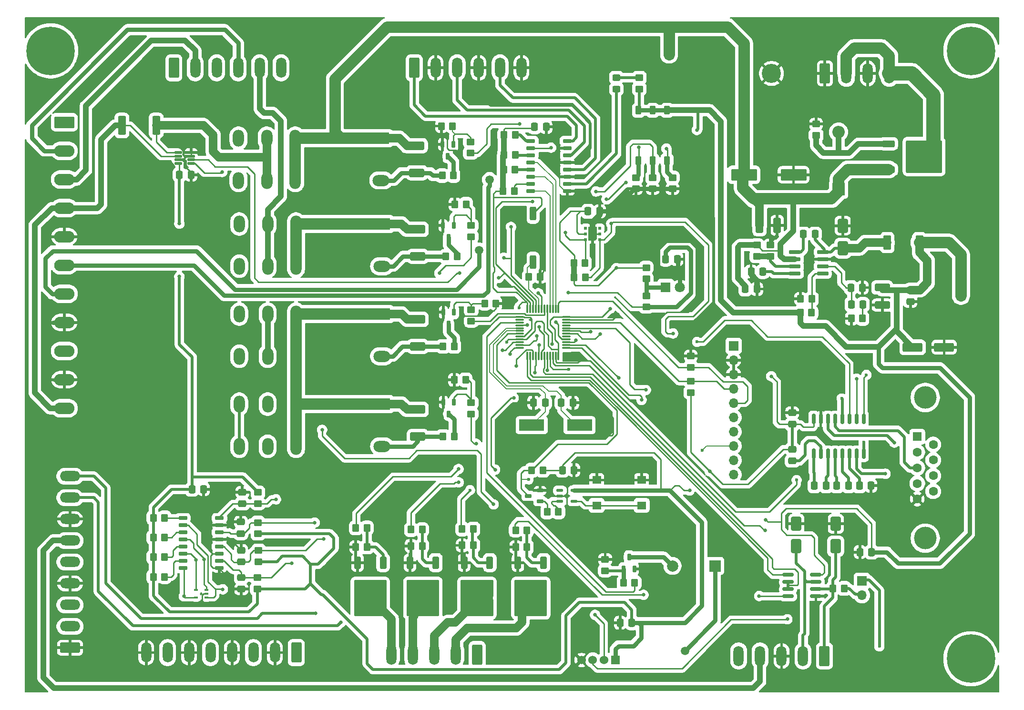
<source format=gtl>
G04 #@! TF.GenerationSoftware,KiCad,Pcbnew,9.0.0*
G04 #@! TF.CreationDate,2025-07-26T18:59:55+02:00*
G04 #@! TF.ProjectId,BANC_TEST_418,42414e43-5f54-4455-9354-5f3431382e6b,rev?*
G04 #@! TF.SameCoordinates,Original*
G04 #@! TF.FileFunction,Copper,L1,Top*
G04 #@! TF.FilePolarity,Positive*
%FSLAX46Y46*%
G04 Gerber Fmt 4.6, Leading zero omitted, Abs format (unit mm)*
G04 Created by KiCad (PCBNEW 9.0.0) date 2025-07-26 18:59:55*
%MOMM*%
%LPD*%
G01*
G04 APERTURE LIST*
G04 Aperture macros list*
%AMRoundRect*
0 Rectangle with rounded corners*
0 $1 Rounding radius*
0 $2 $3 $4 $5 $6 $7 $8 $9 X,Y pos of 4 corners*
0 Add a 4 corners polygon primitive as box body*
4,1,4,$2,$3,$4,$5,$6,$7,$8,$9,$2,$3,0*
0 Add four circle primitives for the rounded corners*
1,1,$1+$1,$2,$3*
1,1,$1+$1,$4,$5*
1,1,$1+$1,$6,$7*
1,1,$1+$1,$8,$9*
0 Add four rect primitives between the rounded corners*
20,1,$1+$1,$2,$3,$4,$5,0*
20,1,$1+$1,$4,$5,$6,$7,0*
20,1,$1+$1,$6,$7,$8,$9,0*
20,1,$1+$1,$8,$9,$2,$3,0*%
%AMFreePoly0*
4,1,6,0.750000,-1.000000,-0.750000,-1.000000,-0.750000,1.150000,-0.500000,1.400000,0.750000,1.400000,0.750000,-1.000000,0.750000,-1.000000,$1*%
G04 Aperture macros list end*
G04 #@! TA.AperFunction,SMDPad,CuDef*
%ADD10RoundRect,0.250000X-0.337500X-0.475000X0.337500X-0.475000X0.337500X0.475000X-0.337500X0.475000X0*%
G04 #@! TD*
G04 #@! TA.AperFunction,SMDPad,CuDef*
%ADD11RoundRect,0.250000X-0.450000X0.350000X-0.450000X-0.350000X0.450000X-0.350000X0.450000X0.350000X0*%
G04 #@! TD*
G04 #@! TA.AperFunction,SMDPad,CuDef*
%ADD12RoundRect,0.250000X-0.300000X0.500000X-0.300000X-0.500000X0.300000X-0.500000X0.300000X0.500000X0*%
G04 #@! TD*
G04 #@! TA.AperFunction,ComponentPad*
%ADD13RoundRect,0.250000X1.550000X-0.650000X1.550000X0.650000X-1.550000X0.650000X-1.550000X-0.650000X0*%
G04 #@! TD*
G04 #@! TA.AperFunction,ComponentPad*
%ADD14O,3.600000X1.800000*%
G04 #@! TD*
G04 #@! TA.AperFunction,ComponentPad*
%ADD15R,1.800000X1.800000*%
G04 #@! TD*
G04 #@! TA.AperFunction,ComponentPad*
%ADD16C,1.800000*%
G04 #@! TD*
G04 #@! TA.AperFunction,SMDPad,CuDef*
%ADD17RoundRect,0.250000X0.350000X0.450000X-0.350000X0.450000X-0.350000X-0.450000X0.350000X-0.450000X0*%
G04 #@! TD*
G04 #@! TA.AperFunction,SMDPad,CuDef*
%ADD18RoundRect,0.100000X0.225000X0.100000X-0.225000X0.100000X-0.225000X-0.100000X0.225000X-0.100000X0*%
G04 #@! TD*
G04 #@! TA.AperFunction,SMDPad,CuDef*
%ADD19RoundRect,0.147500X-0.457500X-0.147500X0.457500X-0.147500X0.457500X0.147500X-0.457500X0.147500X0*%
G04 #@! TD*
G04 #@! TA.AperFunction,SMDPad,CuDef*
%ADD20RoundRect,0.250000X-0.350000X-0.450000X0.350000X-0.450000X0.350000X0.450000X-0.350000X0.450000X0*%
G04 #@! TD*
G04 #@! TA.AperFunction,SMDPad,CuDef*
%ADD21R,1.500000X1.500000*%
G04 #@! TD*
G04 #@! TA.AperFunction,SMDPad,CuDef*
%ADD22RoundRect,0.250000X-0.350000X0.850000X-0.350000X-0.850000X0.350000X-0.850000X0.350000X0.850000X0*%
G04 #@! TD*
G04 #@! TA.AperFunction,SMDPad,CuDef*
%ADD23RoundRect,0.250000X-1.125000X1.275000X-1.125000X-1.275000X1.125000X-1.275000X1.125000X1.275000X0*%
G04 #@! TD*
G04 #@! TA.AperFunction,SMDPad,CuDef*
%ADD24RoundRect,0.249997X-2.650003X2.950003X-2.650003X-2.950003X2.650003X-2.950003X2.650003X2.950003X0*%
G04 #@! TD*
G04 #@! TA.AperFunction,ComponentPad*
%ADD25C,4.000000*%
G04 #@! TD*
G04 #@! TA.AperFunction,ComponentPad*
%ADD26R,1.600000X1.600000*%
G04 #@! TD*
G04 #@! TA.AperFunction,ComponentPad*
%ADD27C,1.600000*%
G04 #@! TD*
G04 #@! TA.AperFunction,SMDPad,CuDef*
%ADD28RoundRect,0.075000X-0.910000X-0.225000X0.910000X-0.225000X0.910000X0.225000X-0.910000X0.225000X0*%
G04 #@! TD*
G04 #@! TA.AperFunction,SMDPad,CuDef*
%ADD29RoundRect,0.250000X0.310000X-0.970000X0.310000X0.970000X-0.310000X0.970000X-0.310000X-0.970000X0*%
G04 #@! TD*
G04 #@! TA.AperFunction,SMDPad,CuDef*
%ADD30RoundRect,0.250000X0.475000X-0.337500X0.475000X0.337500X-0.475000X0.337500X-0.475000X-0.337500X0*%
G04 #@! TD*
G04 #@! TA.AperFunction,SMDPad,CuDef*
%ADD31RoundRect,0.250000X0.650000X-1.000000X0.650000X1.000000X-0.650000X1.000000X-0.650000X-1.000000X0*%
G04 #@! TD*
G04 #@! TA.AperFunction,SMDPad,CuDef*
%ADD32RoundRect,0.250000X0.450000X-0.350000X0.450000X0.350000X-0.450000X0.350000X-0.450000X-0.350000X0*%
G04 #@! TD*
G04 #@! TA.AperFunction,SMDPad,CuDef*
%ADD33RoundRect,0.250000X-0.850000X-0.350000X0.850000X-0.350000X0.850000X0.350000X-0.850000X0.350000X0*%
G04 #@! TD*
G04 #@! TA.AperFunction,SMDPad,CuDef*
%ADD34RoundRect,0.250000X-1.275000X-1.125000X1.275000X-1.125000X1.275000X1.125000X-1.275000X1.125000X0*%
G04 #@! TD*
G04 #@! TA.AperFunction,SMDPad,CuDef*
%ADD35RoundRect,0.249997X-2.950003X-2.650003X2.950003X-2.650003X2.950003X2.650003X-2.950003X2.650003X0*%
G04 #@! TD*
G04 #@! TA.AperFunction,ComponentPad*
%ADD36RoundRect,0.250000X-0.650000X-1.550000X0.650000X-1.550000X0.650000X1.550000X-0.650000X1.550000X0*%
G04 #@! TD*
G04 #@! TA.AperFunction,ComponentPad*
%ADD37O,1.800000X3.600000*%
G04 #@! TD*
G04 #@! TA.AperFunction,SMDPad,CuDef*
%ADD38RoundRect,0.250000X0.337500X0.475000X-0.337500X0.475000X-0.337500X-0.475000X0.337500X-0.475000X0*%
G04 #@! TD*
G04 #@! TA.AperFunction,SMDPad,CuDef*
%ADD39RoundRect,0.249999X-0.450001X-1.425001X0.450001X-1.425001X0.450001X1.425001X-0.450001X1.425001X0*%
G04 #@! TD*
G04 #@! TA.AperFunction,ComponentPad*
%ADD40O,2.000000X3.000000*%
G04 #@! TD*
G04 #@! TA.AperFunction,ComponentPad*
%ADD41R,3.000000X2.000000*%
G04 #@! TD*
G04 #@! TA.AperFunction,ComponentPad*
%ADD42O,3.000000X2.000000*%
G04 #@! TD*
G04 #@! TA.AperFunction,SMDPad,CuDef*
%ADD43RoundRect,0.075000X-0.225000X0.540000X-0.225000X-0.540000X0.225000X-0.540000X0.225000X0.540000X0*%
G04 #@! TD*
G04 #@! TA.AperFunction,SMDPad,CuDef*
%ADD44RoundRect,0.150000X-0.650000X-0.150000X0.650000X-0.150000X0.650000X0.150000X-0.650000X0.150000X0*%
G04 #@! TD*
G04 #@! TA.AperFunction,SMDPad,CuDef*
%ADD45RoundRect,0.125000X-0.537500X-0.125000X0.537500X-0.125000X0.537500X0.125000X-0.537500X0.125000X0*%
G04 #@! TD*
G04 #@! TA.AperFunction,SMDPad,CuDef*
%ADD46RoundRect,0.250000X-1.100000X0.412500X-1.100000X-0.412500X1.100000X-0.412500X1.100000X0.412500X0*%
G04 #@! TD*
G04 #@! TA.AperFunction,SMDPad,CuDef*
%ADD47RoundRect,0.150000X-0.825000X-0.150000X0.825000X-0.150000X0.825000X0.150000X-0.825000X0.150000X0*%
G04 #@! TD*
G04 #@! TA.AperFunction,ComponentPad*
%ADD48RoundRect,0.249999X-1.550001X0.790001X-1.550001X-0.790001X1.550001X-0.790001X1.550001X0.790001X0*%
G04 #@! TD*
G04 #@! TA.AperFunction,ComponentPad*
%ADD49O,3.600000X2.080000*%
G04 #@! TD*
G04 #@! TA.AperFunction,SMDPad,CuDef*
%ADD50R,1.600000X1.400000*%
G04 #@! TD*
G04 #@! TA.AperFunction,SMDPad,CuDef*
%ADD51RoundRect,0.250000X-1.100000X0.500000X-1.100000X-0.500000X1.100000X-0.500000X1.100000X0.500000X0*%
G04 #@! TD*
G04 #@! TA.AperFunction,ComponentPad*
%ADD52RoundRect,0.250000X0.650000X1.550000X-0.650000X1.550000X-0.650000X-1.550000X0.650000X-1.550000X0*%
G04 #@! TD*
G04 #@! TA.AperFunction,SMDPad,CuDef*
%ADD53R,4.500000X2.000000*%
G04 #@! TD*
G04 #@! TA.AperFunction,SMDPad,CuDef*
%ADD54RoundRect,0.250000X0.445000X1.020000X-0.445000X1.020000X-0.445000X-1.020000X0.445000X-1.020000X0*%
G04 #@! TD*
G04 #@! TA.AperFunction,SMDPad,CuDef*
%ADD55RoundRect,0.250000X-0.475000X0.337500X-0.475000X-0.337500X0.475000X-0.337500X0.475000X0.337500X0*%
G04 #@! TD*
G04 #@! TA.AperFunction,ComponentPad*
%ADD56C,8.600000*%
G04 #@! TD*
G04 #@! TA.AperFunction,SMDPad,CuDef*
%ADD57RoundRect,0.200000X-0.600000X-0.100000X0.600000X-0.100000X0.600000X0.100000X-0.600000X0.100000X0*%
G04 #@! TD*
G04 #@! TA.AperFunction,ComponentPad*
%ADD58R,1.524000X1.524000*%
G04 #@! TD*
G04 #@! TA.AperFunction,ComponentPad*
%ADD59C,1.524000*%
G04 #@! TD*
G04 #@! TA.AperFunction,ComponentPad*
%ADD60C,3.400000*%
G04 #@! TD*
G04 #@! TA.AperFunction,SMDPad,CuDef*
%ADD61RoundRect,0.075000X0.225000X-0.540000X0.225000X0.540000X-0.225000X0.540000X-0.225000X-0.540000X0*%
G04 #@! TD*
G04 #@! TA.AperFunction,SMDPad,CuDef*
%ADD62RoundRect,0.075000X0.540000X0.225000X-0.540000X0.225000X-0.540000X-0.225000X0.540000X-0.225000X0*%
G04 #@! TD*
G04 #@! TA.AperFunction,SMDPad,CuDef*
%ADD63RoundRect,0.250000X-0.412500X-1.100000X0.412500X-1.100000X0.412500X1.100000X-0.412500X1.100000X0*%
G04 #@! TD*
G04 #@! TA.AperFunction,SMDPad,CuDef*
%ADD64RoundRect,0.075000X-0.662500X-0.075000X0.662500X-0.075000X0.662500X0.075000X-0.662500X0.075000X0*%
G04 #@! TD*
G04 #@! TA.AperFunction,SMDPad,CuDef*
%ADD65RoundRect,0.075000X-0.075000X-0.662500X0.075000X-0.662500X0.075000X0.662500X-0.075000X0.662500X0*%
G04 #@! TD*
G04 #@! TA.AperFunction,ComponentPad*
%ADD66R,2.200000X2.200000*%
G04 #@! TD*
G04 #@! TA.AperFunction,ComponentPad*
%ADD67O,2.200000X2.200000*%
G04 #@! TD*
G04 #@! TA.AperFunction,SMDPad,CuDef*
%ADD68RoundRect,0.250000X-1.500000X-0.550000X1.500000X-0.550000X1.500000X0.550000X-1.500000X0.550000X0*%
G04 #@! TD*
G04 #@! TA.AperFunction,ComponentPad*
%ADD69R,1.700000X1.700000*%
G04 #@! TD*
G04 #@! TA.AperFunction,ComponentPad*
%ADD70O,1.700000X1.700000*%
G04 #@! TD*
G04 #@! TA.AperFunction,SMDPad,CuDef*
%ADD71RoundRect,0.250000X0.450000X-0.325000X0.450000X0.325000X-0.450000X0.325000X-0.450000X-0.325000X0*%
G04 #@! TD*
G04 #@! TA.AperFunction,SMDPad,CuDef*
%ADD72RoundRect,0.250001X-2.049999X-0.799999X2.049999X-0.799999X2.049999X0.799999X-2.049999X0.799999X0*%
G04 #@! TD*
G04 #@! TA.AperFunction,SMDPad,CuDef*
%ADD73RoundRect,0.162500X0.162500X-0.750000X0.162500X0.750000X-0.162500X0.750000X-0.162500X-0.750000X0*%
G04 #@! TD*
G04 #@! TA.AperFunction,SMDPad,CuDef*
%ADD74R,0.500000X0.500000*%
G04 #@! TD*
G04 #@! TA.AperFunction,SMDPad,CuDef*
%ADD75FreePoly0,180.000000*%
G04 #@! TD*
G04 #@! TA.AperFunction,ComponentPad*
%ADD76R,2.000000X2.000000*%
G04 #@! TD*
G04 #@! TA.AperFunction,ComponentPad*
%ADD77C,2.000000*%
G04 #@! TD*
G04 #@! TA.AperFunction,ViaPad*
%ADD78C,1.500000*%
G04 #@! TD*
G04 #@! TA.AperFunction,ViaPad*
%ADD79C,0.600000*%
G04 #@! TD*
G04 #@! TA.AperFunction,ViaPad*
%ADD80C,0.650000*%
G04 #@! TD*
G04 #@! TA.AperFunction,Conductor*
%ADD81C,0.250000*%
G04 #@! TD*
G04 #@! TA.AperFunction,Conductor*
%ADD82C,2.000000*%
G04 #@! TD*
G04 #@! TA.AperFunction,Conductor*
%ADD83C,1.500000*%
G04 #@! TD*
G04 #@! TA.AperFunction,Conductor*
%ADD84C,1.000000*%
G04 #@! TD*
G04 #@! TA.AperFunction,Conductor*
%ADD85C,0.800000*%
G04 #@! TD*
G04 #@! TA.AperFunction,Conductor*
%ADD86C,0.500000*%
G04 #@! TD*
G04 #@! TA.AperFunction,Conductor*
%ADD87C,0.200000*%
G04 #@! TD*
G04 #@! TA.AperFunction,Conductor*
%ADD88C,2.500000*%
G04 #@! TD*
G04 APERTURE END LIST*
D10*
X173012500Y-105850000D03*
X175087500Y-105850000D03*
X172787500Y-93850000D03*
X174862500Y-93850000D03*
D11*
X119050000Y-120100000D03*
X119050000Y-122100000D03*
D12*
X191590000Y-41900000D03*
X189050000Y-41900000D03*
X186510000Y-41900000D03*
X186510000Y-50800000D03*
X189050000Y-50800000D03*
X191590000Y-50800000D03*
D13*
X85550000Y-137400000D03*
D14*
X85550000Y-133590000D03*
X85550000Y-129780000D03*
X85550000Y-125970000D03*
X85550000Y-122160000D03*
X85550000Y-118350000D03*
X85550000Y-114540000D03*
X85550000Y-110730000D03*
X85550000Y-106920000D03*
D15*
X191350000Y-73350000D03*
D16*
X193890000Y-73350000D03*
D17*
X226300000Y-78900000D03*
X224300000Y-78900000D03*
D18*
X109800000Y-128450000D03*
X109800000Y-127800000D03*
X109800000Y-127150000D03*
X107900000Y-127150000D03*
X107900000Y-128450000D03*
D19*
X172540000Y-109450000D03*
X172540000Y-110400000D03*
X172540000Y-111350000D03*
X175050000Y-111350000D03*
X175050000Y-109450000D03*
D10*
X224225000Y-73400000D03*
X226300000Y-73400000D03*
D20*
X162637500Y-49795000D03*
X164637500Y-49795000D03*
D21*
X243800000Y-74850000D03*
D20*
X175025000Y-69075000D03*
X177025000Y-69075000D03*
D22*
X169660000Y-122275000D03*
D23*
X168905000Y-126900000D03*
X165855000Y-126900000D03*
D24*
X167380000Y-128575000D03*
D23*
X168905000Y-130250000D03*
X165855000Y-130250000D03*
D22*
X165100000Y-122275000D03*
D25*
X237444669Y-117930000D03*
X237444669Y-92930000D03*
D26*
X236024669Y-99890000D03*
D27*
X236024669Y-102660000D03*
X236024669Y-105430000D03*
X236024669Y-108200000D03*
X236024669Y-110970000D03*
X238864669Y-101275000D03*
X238864669Y-104045000D03*
X238864669Y-106815000D03*
X238864669Y-109585000D03*
D28*
X214300000Y-67090000D03*
X214300000Y-68360000D03*
X214300000Y-69630000D03*
X214300000Y-70900000D03*
X219240000Y-70900000D03*
X219240000Y-69630000D03*
X219240000Y-68360000D03*
X219240000Y-67090000D03*
D17*
X138300000Y-119500000D03*
X136300000Y-119500000D03*
D11*
X189050000Y-53850000D03*
X189050000Y-55850000D03*
D17*
X217250000Y-77875000D03*
X215250000Y-77875000D03*
D29*
X167800000Y-68855000D03*
X167800000Y-60245000D03*
D20*
X100350000Y-124800000D03*
X102350000Y-124800000D03*
D10*
X225750000Y-108615000D03*
X227825000Y-108615000D03*
D30*
X213825000Y-104190000D03*
X213825000Y-102115000D03*
D31*
X214550000Y-119350000D03*
X214550000Y-115350000D03*
D32*
X156810000Y-95850000D03*
X156810000Y-93850000D03*
D33*
X230935000Y-47845000D03*
D34*
X235560000Y-48600000D03*
X235560000Y-51650000D03*
D35*
X237235000Y-50125000D03*
D34*
X238910000Y-48600000D03*
X238910000Y-51650000D03*
D33*
X230935000Y-52405000D03*
D30*
X213825000Y-97690000D03*
X213825000Y-95615000D03*
D11*
X156660000Y-47500000D03*
X156660000Y-49500000D03*
D20*
X100350000Y-117800000D03*
X102350000Y-117800000D03*
D36*
X104000000Y-34350000D03*
D37*
X107810000Y-34350000D03*
X111620000Y-34350000D03*
X115430000Y-34350000D03*
X119240000Y-34350000D03*
X123050000Y-34350000D03*
D38*
X169937500Y-93850000D03*
X167862500Y-93850000D03*
D39*
X94775000Y-44600000D03*
X100875000Y-44600000D03*
D38*
X227912500Y-120400000D03*
X225837500Y-120400000D03*
D17*
X223050000Y-126850000D03*
X221050000Y-126850000D03*
D11*
X156810000Y-77350000D03*
X156810000Y-79350000D03*
X118925000Y-115150000D03*
X118925000Y-117150000D03*
D30*
X115925000Y-122125000D03*
X115925000Y-120050000D03*
D40*
X120510000Y-54350000D03*
X120510000Y-46850000D03*
X125550000Y-54350000D03*
X125550000Y-46850000D03*
X115470000Y-54350000D03*
X115470000Y-46850000D03*
D41*
X140810000Y-46850000D03*
D42*
X140810000Y-54350000D03*
D10*
X104975000Y-53350000D03*
X107050000Y-53350000D03*
D43*
X153610000Y-47940000D03*
X151710000Y-47940000D03*
X152660000Y-50060000D03*
D40*
X120660000Y-101600000D03*
X120660000Y-94100000D03*
X125700000Y-101600000D03*
X125700000Y-94100000D03*
X115620000Y-101600000D03*
X115620000Y-94100000D03*
D41*
X140960000Y-94100000D03*
D42*
X140960000Y-101600000D03*
D20*
X146100000Y-116400000D03*
X148100000Y-116400000D03*
D44*
X105600000Y-114355000D03*
X105600000Y-115625000D03*
X105600000Y-116895000D03*
X105600000Y-118165000D03*
X105600000Y-119435000D03*
X105600000Y-120705000D03*
X105600000Y-121975000D03*
X105600000Y-123245000D03*
X112100000Y-123245000D03*
X112100000Y-121975000D03*
X112100000Y-120705000D03*
X112100000Y-119435000D03*
X112100000Y-118165000D03*
X112100000Y-116895000D03*
X112100000Y-115625000D03*
X112100000Y-114355000D03*
D20*
X100350000Y-121300000D03*
X102350000Y-121300000D03*
D45*
X104775000Y-49400000D03*
X104775000Y-50050000D03*
X104775000Y-50700000D03*
X104775000Y-51350000D03*
X107050000Y-51350000D03*
X107050000Y-50700000D03*
X107050000Y-50050000D03*
X107050000Y-49400000D03*
D32*
X195825000Y-92050000D03*
X195825000Y-90050000D03*
D46*
X229800000Y-73375000D03*
X229800000Y-76500000D03*
D20*
X162457500Y-56295000D03*
X164457500Y-56295000D03*
D47*
X213075000Y-124445000D03*
X213075000Y-125715000D03*
X213075000Y-126985000D03*
X213075000Y-128255000D03*
X218025000Y-128255000D03*
X218025000Y-126985000D03*
X218025000Y-125715000D03*
X218025000Y-124445000D03*
D48*
X84550000Y-44030000D03*
D49*
X84550000Y-49110000D03*
X84550000Y-54190000D03*
X84550000Y-59270000D03*
X84550000Y-64350000D03*
X84550000Y-69430000D03*
X84550000Y-74510000D03*
X84550000Y-79590000D03*
X84550000Y-84670000D03*
X84550000Y-89750000D03*
X84550000Y-94830000D03*
D20*
X152310000Y-67850000D03*
X154310000Y-67850000D03*
D50*
X179087500Y-107600000D03*
X187087500Y-107600000D03*
X179087500Y-112100000D03*
X187087500Y-112100000D03*
D10*
X177550000Y-59850000D03*
X179625000Y-59850000D03*
D51*
X147310000Y-79050000D03*
X147310000Y-83850000D03*
D17*
X155800000Y-89800000D03*
X153800000Y-89800000D03*
D10*
X107225000Y-109235000D03*
X109300000Y-109235000D03*
D38*
X185337500Y-132950000D03*
X183262500Y-132950000D03*
D17*
X153500000Y-44700000D03*
X151500000Y-44700000D03*
D36*
X146690000Y-34350000D03*
D37*
X150500000Y-34350000D03*
X154310000Y-34350000D03*
X158120000Y-34350000D03*
X161930000Y-34350000D03*
X165740000Y-34350000D03*
D30*
X116150000Y-111825000D03*
X116150000Y-109750000D03*
D20*
X162600000Y-52485000D03*
X164600000Y-52485000D03*
D17*
X169550000Y-105850000D03*
X167550000Y-105850000D03*
D32*
X118925000Y-111775000D03*
X118925000Y-109775000D03*
D52*
X125745000Y-138250000D03*
D37*
X121935000Y-138250000D03*
X118125000Y-138250000D03*
X114315000Y-138250000D03*
X110505000Y-138250000D03*
X106695000Y-138250000D03*
X102885000Y-138250000D03*
X99075000Y-138250000D03*
D43*
X153710000Y-62350000D03*
X151810000Y-62350000D03*
X152760000Y-64470000D03*
D10*
X221750000Y-108615000D03*
X223825000Y-108615000D03*
D32*
X180600000Y-123700000D03*
X180600000Y-121700000D03*
D22*
X160107500Y-122275000D03*
D23*
X159352500Y-126900000D03*
X156302500Y-126900000D03*
D24*
X157827500Y-128575000D03*
D23*
X159352500Y-130250000D03*
X156302500Y-130250000D03*
D22*
X155547500Y-122275000D03*
D53*
X167550000Y-97850000D03*
X176050000Y-97850000D03*
D11*
X187890000Y-69850000D03*
X187890000Y-71850000D03*
D54*
X236405000Y-65400000D03*
X230695000Y-65400000D03*
D20*
X151810000Y-99850000D03*
X153810000Y-99850000D03*
X167030000Y-71500000D03*
X169030000Y-71500000D03*
D55*
X234800000Y-73825000D03*
X234800000Y-75900000D03*
D56*
X245550000Y-139350000D03*
D22*
X141155000Y-122275000D03*
D23*
X140400000Y-126900000D03*
X137350000Y-126900000D03*
D24*
X138875000Y-128575000D03*
D23*
X140400000Y-130250000D03*
X137350000Y-130250000D03*
D22*
X136595000Y-122275000D03*
D51*
X147310000Y-63050000D03*
X147310000Y-67850000D03*
D36*
X219620000Y-35350000D03*
D37*
X223430000Y-35350000D03*
X227240000Y-35350000D03*
X231050000Y-35350000D03*
D20*
X100350000Y-114300000D03*
X102350000Y-114300000D03*
D56*
X82100000Y-31330000D03*
D21*
X191950000Y-32000000D03*
D51*
X147310000Y-95050000D03*
X147310000Y-99850000D03*
D20*
X159200000Y-76200000D03*
X161200000Y-76200000D03*
D32*
X156810000Y-64350000D03*
X156810000Y-62350000D03*
D30*
X115900000Y-117125000D03*
X115900000Y-115050000D03*
D31*
X222800000Y-66400000D03*
X222800000Y-62400000D03*
D17*
X172300000Y-113250000D03*
X170300000Y-113250000D03*
D44*
X167387500Y-47350000D03*
X167387500Y-48620000D03*
X167387500Y-49890000D03*
X167387500Y-51160000D03*
X167387500Y-52430000D03*
X167387500Y-53700000D03*
X167387500Y-54970000D03*
X167387500Y-56240000D03*
X173887500Y-56240000D03*
X173887500Y-54970000D03*
D57*
X173887500Y-53700000D03*
D44*
X173887500Y-52430000D03*
X173887500Y-51160000D03*
X173887500Y-49890000D03*
X173887500Y-48620000D03*
X173887500Y-47350000D03*
D32*
X218050000Y-46350000D03*
X218050000Y-44350000D03*
D58*
X182400000Y-139575000D03*
D59*
X180400000Y-139575000D03*
X178400000Y-139575000D03*
X176400000Y-139575000D03*
D52*
X219550000Y-138850000D03*
D37*
X215740000Y-138850000D03*
X211930000Y-138850000D03*
X208120000Y-138850000D03*
X204310000Y-138850000D03*
D17*
X148100000Y-119300000D03*
X146100000Y-119300000D03*
D10*
X168050000Y-44850000D03*
X170125000Y-44850000D03*
D11*
X207550000Y-65850000D03*
X207550000Y-67850000D03*
D43*
X153760000Y-77790000D03*
X151860000Y-77790000D03*
X152810000Y-79910000D03*
D17*
X157200000Y-119200000D03*
X155200000Y-119200000D03*
D38*
X208587500Y-70550000D03*
X206512500Y-70550000D03*
D60*
X210150000Y-35350000D03*
D20*
X175075000Y-71550000D03*
X177075000Y-71550000D03*
D61*
X183900000Y-123410000D03*
X185800000Y-123410000D03*
X184850000Y-121290000D03*
D11*
X118800000Y-124950000D03*
X118800000Y-126950000D03*
D62*
X169050000Y-111350000D03*
X169050000Y-109450000D03*
X166930000Y-110400000D03*
D56*
X245550000Y-31330000D03*
D11*
X186050000Y-53850000D03*
X186050000Y-55850000D03*
D63*
X208025000Y-62350000D03*
X211150000Y-62350000D03*
D11*
X192550000Y-53850000D03*
X192550000Y-55850000D03*
D10*
X217750000Y-108615000D03*
X219825000Y-108615000D03*
D64*
X165387500Y-78600000D03*
X165387500Y-79100000D03*
X165387500Y-79600000D03*
X165387500Y-80100000D03*
X165387500Y-80600000D03*
X165387500Y-81100000D03*
X165387500Y-81600000D03*
X165387500Y-82100000D03*
X165387500Y-82600000D03*
X165387500Y-83100000D03*
X165387500Y-83600000D03*
X165387500Y-84100000D03*
D65*
X166800000Y-85512500D03*
X167300000Y-85512500D03*
X167800000Y-85512500D03*
X168300000Y-85512500D03*
X168800000Y-85512500D03*
X169300000Y-85512500D03*
X169800000Y-85512500D03*
X170300000Y-85512500D03*
X170800000Y-85512500D03*
X171300000Y-85512500D03*
X171800000Y-85512500D03*
X172300000Y-85512500D03*
D64*
X173712500Y-84100000D03*
X173712500Y-83600000D03*
X173712500Y-83100000D03*
X173712500Y-82600000D03*
X173712500Y-82100000D03*
X173712500Y-81600000D03*
X173712500Y-81100000D03*
X173712500Y-80600000D03*
X173712500Y-80100000D03*
X173712500Y-79600000D03*
X173712500Y-79100000D03*
X173712500Y-78600000D03*
D65*
X172300000Y-77187500D03*
X171800000Y-77187500D03*
X171300000Y-77187500D03*
X170800000Y-77187500D03*
X170300000Y-77187500D03*
X169800000Y-77187500D03*
X169300000Y-77187500D03*
X168800000Y-77187500D03*
X168300000Y-77187500D03*
X167800000Y-77187500D03*
X167300000Y-77187500D03*
X166800000Y-77187500D03*
D66*
X222050000Y-55930000D03*
D67*
X222050000Y-45770000D03*
D32*
X195800000Y-87550000D03*
X195800000Y-85550000D03*
D20*
X155200000Y-116300000D03*
X157200000Y-116300000D03*
D17*
X155900000Y-58600000D03*
X153900000Y-58600000D03*
D68*
X235200000Y-84000000D03*
X240800000Y-84000000D03*
D69*
X203400000Y-83745000D03*
D70*
X203400000Y-86285000D03*
X203400000Y-88825000D03*
X203400000Y-91365000D03*
X203400000Y-93905000D03*
X203400000Y-96445000D03*
X203400000Y-98985000D03*
X203400000Y-101525000D03*
X203400000Y-104065000D03*
X203400000Y-106605000D03*
D20*
X164700000Y-116500000D03*
X166700000Y-116500000D03*
D10*
X215800000Y-63900000D03*
X217875000Y-63900000D03*
D32*
X186650000Y-38100000D03*
X186650000Y-36100000D03*
D10*
X191315000Y-68350000D03*
X193390000Y-68350000D03*
D20*
X162637500Y-46295000D03*
X164637500Y-46295000D03*
D17*
X185850000Y-125850000D03*
X183850000Y-125850000D03*
D43*
X153760000Y-93730000D03*
X151860000Y-93730000D03*
X152810000Y-95850000D03*
D20*
X151660000Y-53500000D03*
X153660000Y-53500000D03*
D40*
X120660000Y-85600000D03*
X120660000Y-78100000D03*
X125700000Y-85600000D03*
X125700000Y-78100000D03*
X115620000Y-85600000D03*
X115620000Y-78100000D03*
D41*
X140960000Y-78100000D03*
D42*
X140960000Y-85600000D03*
D17*
X166700000Y-119500000D03*
X164700000Y-119500000D03*
D32*
X209950000Y-67850000D03*
X209950000Y-65850000D03*
D20*
X151810000Y-83850000D03*
X153810000Y-83850000D03*
D71*
X182600000Y-38125000D03*
X182600000Y-36075000D03*
D72*
X205250000Y-53350000D03*
X214050000Y-53350000D03*
D55*
X115975000Y-124900000D03*
X115975000Y-126975000D03*
D40*
X120660000Y-69600000D03*
X120660000Y-62100000D03*
X125700000Y-69600000D03*
X125700000Y-62100000D03*
X115620000Y-69600000D03*
X115620000Y-62100000D03*
D41*
X140960000Y-62100000D03*
D42*
X140960000Y-69600000D03*
D51*
X147160000Y-48200000D03*
X147160000Y-53000000D03*
D11*
X187890000Y-74850000D03*
X187890000Y-76850000D03*
D52*
X157860000Y-138600000D03*
D37*
X154050000Y-138600000D03*
X150240000Y-138600000D03*
X146430000Y-138600000D03*
X142620000Y-138600000D03*
D31*
X221550000Y-119350000D03*
X221550000Y-115350000D03*
D73*
X217605000Y-102937500D03*
X218875000Y-102937500D03*
X220145000Y-102937500D03*
X221415000Y-102937500D03*
X222685000Y-102937500D03*
X223955000Y-102937500D03*
X225225000Y-102937500D03*
X226495000Y-102937500D03*
X226495000Y-96762500D03*
X225225000Y-96762500D03*
X223955000Y-96762500D03*
X222685000Y-96762500D03*
X221415000Y-96762500D03*
X220145000Y-96762500D03*
X218875000Y-96762500D03*
X217605000Y-96762500D03*
D69*
X226200000Y-125500000D03*
D70*
X226200000Y-128040000D03*
D22*
X150507500Y-122275000D03*
D23*
X149752500Y-126900000D03*
X146702500Y-126900000D03*
D24*
X148227500Y-128575000D03*
D23*
X149752500Y-130250000D03*
X146702500Y-130250000D03*
D22*
X145947500Y-122275000D03*
D10*
X205475000Y-73650000D03*
X207550000Y-73650000D03*
D20*
X136300000Y-116100000D03*
X138300000Y-116100000D03*
D74*
X179625000Y-64850000D03*
X179625000Y-63850000D03*
X179625000Y-62850000D03*
X177125000Y-62850000D03*
X177125000Y-63850000D03*
X177125000Y-64850000D03*
D75*
X178375000Y-63650000D03*
D20*
X215300000Y-75400000D03*
X217300000Y-75400000D03*
D76*
X200150000Y-122850000D03*
D77*
X192550000Y-122850000D03*
D10*
X224300000Y-76400000D03*
X226375000Y-76400000D03*
D78*
X194750000Y-137925000D03*
D79*
X185450000Y-93600000D03*
D80*
X152000000Y-59275000D03*
X163625000Y-73100000D03*
D79*
X177850000Y-92900000D03*
D80*
X182875000Y-78175000D03*
X115950000Y-129250000D03*
X165150000Y-70600000D03*
X176025000Y-86400000D03*
D79*
X163110000Y-83100000D03*
D80*
X104975000Y-71450000D03*
X104975000Y-62050000D03*
X210100000Y-89150000D03*
X182575000Y-69925000D03*
D79*
X165280000Y-76960000D03*
D80*
X195600000Y-109450000D03*
X181475000Y-77150000D03*
X199175000Y-106025000D03*
X196875000Y-45400000D03*
X209100000Y-114650000D03*
X187050000Y-93350000D03*
X122125000Y-111025000D03*
X164825000Y-87300000D03*
X129000000Y-115150000D03*
X168075000Y-88525000D03*
X130650000Y-118075000D03*
X124925000Y-122400000D03*
X168850000Y-83600000D03*
X174075000Y-74250000D03*
X168875000Y-80425000D03*
D79*
X197875000Y-102275000D03*
X167000000Y-107500000D03*
D78*
X158200000Y-66740000D03*
D80*
X230375000Y-106475000D03*
X129200000Y-131300000D03*
D79*
X226495000Y-100900000D03*
D80*
X133675000Y-132875000D03*
D79*
X229290000Y-137150000D03*
D80*
X173550000Y-63650000D03*
X130325000Y-98675000D03*
X160787500Y-111912500D03*
X162600000Y-68075000D03*
X178800000Y-131550000D03*
X112600000Y-52850000D03*
X163875000Y-62625000D03*
X161675000Y-71700000D03*
X192650000Y-81550000D03*
X181675000Y-62025000D03*
X167700000Y-58150000D03*
X212950000Y-132325000D03*
X154775000Y-70800000D03*
X175425000Y-82750000D03*
X165375000Y-44350000D03*
X171125000Y-83450000D03*
X157700000Y-101150000D03*
X208975000Y-116575000D03*
X187400000Y-128000000D03*
X170275000Y-88075000D03*
D79*
X156600000Y-109400000D03*
D80*
X164350000Y-93000000D03*
X161050000Y-105750000D03*
X154575000Y-108000000D03*
X183000000Y-89475000D03*
X207950000Y-128200000D03*
X163725000Y-85225000D03*
X154550000Y-105650000D03*
X187825000Y-91600000D03*
D78*
X160075000Y-54225000D03*
D80*
X112700000Y-127000000D03*
X231950000Y-100925000D03*
D79*
X222600000Y-93100000D03*
X214600000Y-107600000D03*
X196925000Y-83050000D03*
X174100000Y-87900000D03*
D80*
X225225000Y-89600000D03*
X179675000Y-81625000D03*
X178050000Y-81250000D03*
D79*
X227000000Y-88900000D03*
D80*
X171000000Y-48525000D03*
X171825000Y-79525000D03*
X151175000Y-70850000D03*
X168725000Y-74400000D03*
X168450000Y-82000000D03*
X186575000Y-48500000D03*
X162400000Y-84500000D03*
X178975000Y-56325000D03*
X191475000Y-48700000D03*
X166775000Y-80075000D03*
X184275000Y-54700000D03*
X180850000Y-57725000D03*
X109325000Y-121675000D03*
X107900000Y-121775000D03*
X105775000Y-128250000D03*
D81*
X211750000Y-66650000D02*
X211600000Y-66800000D01*
D82*
X205250000Y-53350000D02*
X205250000Y-30000000D01*
D83*
X208025000Y-62350000D02*
X208025000Y-58725000D01*
X145400000Y-63050000D02*
X144450000Y-62100000D01*
D82*
X133650000Y-46850000D02*
X125550000Y-46850000D01*
X202375000Y-27125000D02*
X191900000Y-27125000D01*
X210350000Y-57650000D02*
X206950000Y-57650000D01*
D83*
X145400000Y-48200000D02*
X144050000Y-46850000D01*
X144450000Y-94100000D02*
X140960000Y-94100000D01*
D82*
X222050000Y-55930000D02*
X222050000Y-56350000D01*
D84*
X211750000Y-66650000D02*
X211750000Y-67750000D01*
D82*
X140810000Y-46850000D02*
X133650000Y-46850000D01*
X140960000Y-78100000D02*
X125700000Y-78100000D01*
D83*
X147310000Y-95050000D02*
X145400000Y-95050000D01*
X208025000Y-58725000D02*
X206950000Y-57650000D01*
D82*
X205050000Y-53550000D02*
X205250000Y-53350000D01*
X125550000Y-54350000D02*
X125550000Y-46850000D01*
D85*
X194750000Y-137925000D02*
X200150000Y-132525000D01*
D82*
X125700000Y-85600000D02*
X125700000Y-78100000D01*
X132600000Y-45800000D02*
X133650000Y-46850000D01*
X191950000Y-27175000D02*
X191900000Y-27125000D01*
D84*
X205475000Y-73650000D02*
X205475000Y-73075000D01*
D82*
X191900000Y-27125000D02*
X141850000Y-27125000D01*
D83*
X144450000Y-62100000D02*
X140960000Y-62100000D01*
X145425000Y-79050000D02*
X144475000Y-78100000D01*
D84*
X211750000Y-67750000D02*
X212360000Y-68360000D01*
X204150000Y-71750000D02*
X204150000Y-66250000D01*
D82*
X223695000Y-52405000D02*
X230935000Y-52405000D01*
D84*
X204150000Y-66250000D02*
X204550000Y-65850000D01*
D83*
X147310000Y-79050000D02*
X145425000Y-79050000D01*
D82*
X125700000Y-101600000D02*
X125700000Y-94100000D01*
X205050000Y-55750000D02*
X205050000Y-53550000D01*
D84*
X204550000Y-65850000D02*
X207550000Y-65850000D01*
D82*
X191950000Y-32000000D02*
X191950000Y-27175000D01*
X125700000Y-94100000D02*
X140960000Y-94100000D01*
X222050000Y-56350000D02*
X220750000Y-57650000D01*
X214000000Y-57650000D02*
X210350000Y-57650000D01*
X132600000Y-36375000D02*
X132600000Y-45800000D01*
D84*
X214000000Y-63400000D02*
X214000000Y-57650000D01*
D83*
X147310000Y-63050000D02*
X145400000Y-63050000D01*
X144050000Y-46850000D02*
X140810000Y-46850000D01*
D82*
X222050000Y-55930000D02*
X222050000Y-54050000D01*
X125700000Y-85600000D02*
X125700000Y-94100000D01*
D83*
X125550000Y-61950000D02*
X125700000Y-62100000D01*
D84*
X212360000Y-68360000D02*
X214300000Y-68360000D01*
D83*
X147160000Y-48200000D02*
X145400000Y-48200000D01*
D85*
X200150000Y-132525000D02*
X200150000Y-122850000D01*
D82*
X205250000Y-30000000D02*
X202375000Y-27125000D01*
X125700000Y-69600000D02*
X125700000Y-62100000D01*
D81*
X211600000Y-66800000D02*
X208500000Y-66800000D01*
D82*
X141850000Y-27125000D02*
X132600000Y-36375000D01*
X220750000Y-57650000D02*
X214000000Y-57650000D01*
D83*
X145400000Y-95050000D02*
X144450000Y-94100000D01*
D84*
X211750000Y-66650000D02*
X211750000Y-65650000D01*
D83*
X144475000Y-78100000D02*
X140960000Y-78100000D01*
D84*
X211750000Y-65650000D02*
X214000000Y-63400000D01*
D81*
X208500000Y-66800000D02*
X207550000Y-65850000D01*
D82*
X222050000Y-54050000D02*
X223695000Y-52405000D01*
X140960000Y-62100000D02*
X125700000Y-62100000D01*
D84*
X205475000Y-73075000D02*
X204150000Y-71750000D01*
D82*
X206950000Y-57650000D02*
X205050000Y-55750000D01*
D85*
X191000000Y-121300000D02*
X192550000Y-122850000D01*
X184850000Y-121290000D02*
X188590000Y-121290000D01*
X188590000Y-121290000D02*
X188600000Y-121300000D01*
X188600000Y-121300000D02*
X191000000Y-121300000D01*
D81*
X162798000Y-99700000D02*
X162099000Y-100399000D01*
X172540000Y-110400000D02*
X171575000Y-110400000D01*
X155676000Y-78424000D02*
X159276000Y-78424000D01*
X110400000Y-115625000D02*
X109300000Y-114525000D01*
X154075000Y-48975000D02*
X152875000Y-48975000D01*
X163675000Y-73150000D02*
X163625000Y-73100000D01*
X165387500Y-82100000D02*
X166200000Y-82100000D01*
D86*
X209950000Y-65850000D02*
X209950000Y-65350000D01*
D81*
X152000000Y-59275000D02*
X152000000Y-57825000D01*
X173062190Y-99700000D02*
X162798000Y-99700000D01*
D87*
X172775000Y-48625000D02*
X172700000Y-48625000D01*
D81*
X151860000Y-77790000D02*
X151860000Y-79190000D01*
X195300000Y-123150000D02*
X195300000Y-121550000D01*
X196750000Y-76300000D02*
X196750000Y-66350000D01*
X169650000Y-67000000D02*
X168650000Y-66000000D01*
X161200000Y-77100000D02*
X161200000Y-76200000D01*
X137050000Y-87350000D02*
X138300000Y-88600000D01*
D84*
X179625000Y-60475000D02*
X178375000Y-61725000D01*
D81*
X111937500Y-115625000D02*
X110400000Y-115625000D01*
D87*
X107050000Y-53350000D02*
X107050000Y-52950000D01*
D86*
X158120000Y-38970000D02*
X158120000Y-34350000D01*
X213825000Y-90425000D02*
X209685000Y-86285000D01*
D85*
X84550000Y-89750000D02*
X82825000Y-89750000D01*
D81*
X165950000Y-67050000D02*
X165950000Y-69800000D01*
X168650000Y-66000000D02*
X167000000Y-66000000D01*
X196750000Y-66350000D02*
X195750000Y-65350000D01*
X111937500Y-123245000D02*
X114400000Y-125707500D01*
X153800000Y-89800000D02*
X151860000Y-89800000D01*
X105600000Y-50700000D02*
X106250000Y-50050000D01*
X156212500Y-84112500D02*
X151860000Y-88465000D01*
D87*
X172511500Y-50858999D02*
X172812501Y-51160000D01*
D86*
X146100000Y-119300000D02*
X146100000Y-122122500D01*
D81*
X177600000Y-93850000D02*
X177600000Y-93150000D01*
X178575000Y-63850000D02*
X178375000Y-63650000D01*
X177900000Y-86400000D02*
X176025000Y-86400000D01*
X109275000Y-127800000D02*
X109025000Y-128050000D01*
X149650000Y-81400000D02*
X139100000Y-81400000D01*
X173712500Y-79100000D02*
X181950000Y-79100000D01*
X110995000Y-123245000D02*
X110575000Y-122825000D01*
D87*
X173422510Y-56240000D02*
X172511500Y-55328990D01*
D81*
X173400000Y-110400000D02*
X173850000Y-109950000D01*
D86*
X209950000Y-65350000D02*
X211150000Y-64150000D01*
D81*
X110905000Y-120705000D02*
X110100000Y-119900000D01*
X164412810Y-73150000D02*
X163675000Y-73150000D01*
D87*
X150100000Y-45100000D02*
X150100000Y-49200000D01*
X150100000Y-49200000D02*
X150700000Y-49800000D01*
D81*
X161150000Y-99450000D02*
X162099000Y-100399000D01*
X155175000Y-54650000D02*
X155175000Y-50075000D01*
D84*
X178375000Y-61725000D02*
X178375000Y-63650000D01*
D81*
X151650000Y-46650000D02*
X151650000Y-47880000D01*
X164200000Y-93850000D02*
X161150000Y-96900000D01*
X174750000Y-107950000D02*
X176900000Y-107950000D01*
D87*
X151400000Y-49800000D02*
X151710000Y-49490000D01*
D86*
X115975000Y-129225000D02*
X115950000Y-129250000D01*
D81*
X145400000Y-87100000D02*
X150495000Y-87100000D01*
X176813190Y-99674000D02*
X173461810Y-99674000D01*
X173850000Y-109950000D02*
X173850000Y-108850000D01*
X175725000Y-86700000D02*
X176025000Y-86400000D01*
D86*
X164700000Y-119500000D02*
X164700000Y-121875000D01*
D81*
X152375000Y-46425000D02*
X151875000Y-46425000D01*
X190200000Y-66600000D02*
X190200000Y-69450000D01*
X169030000Y-71170000D02*
X169650000Y-70550000D01*
X185450000Y-93600000D02*
X185100000Y-93600000D01*
X185100000Y-93600000D02*
X177900000Y-86400000D01*
X161725000Y-78600000D02*
X156212500Y-84112500D01*
X138300000Y-88600000D02*
X143900000Y-88600000D01*
D85*
X189050000Y-55850000D02*
X186050000Y-55850000D01*
D87*
X172511500Y-53700000D02*
X172511500Y-52788990D01*
D86*
X211150000Y-64150000D02*
X211150000Y-62350000D01*
D87*
X172511500Y-50350000D02*
X172511500Y-50858999D01*
D81*
X151875000Y-46425000D02*
X151650000Y-46650000D01*
D85*
X193890000Y-73350000D02*
X193890000Y-70775000D01*
D81*
X192950000Y-69850000D02*
X193390000Y-69410000D01*
D85*
X192550000Y-55850000D02*
X189050000Y-55850000D01*
D81*
X176900000Y-107950000D02*
X177250000Y-107600000D01*
X166288190Y-78701000D02*
X166187190Y-78600000D01*
D85*
X186050000Y-55850000D02*
X185775000Y-55850000D01*
D86*
X164700000Y-121875000D02*
X165100000Y-122275000D01*
D81*
X193350000Y-125100000D02*
X195300000Y-123150000D01*
D85*
X193500000Y-68460000D02*
X193390000Y-68350000D01*
D81*
X167300000Y-76037190D02*
X164412810Y-73150000D01*
X160201000Y-77499000D02*
X160801000Y-77499000D01*
X160801000Y-77499000D02*
X161200000Y-77100000D01*
D86*
X209685000Y-86285000D02*
X203400000Y-86285000D01*
D87*
X172812501Y-51160000D02*
X173725000Y-51160000D01*
D86*
X173725000Y-51160000D02*
X175440000Y-51160000D01*
D81*
X167000000Y-66000000D02*
X165950000Y-67050000D01*
X109000000Y-129100000D02*
X109325000Y-129425000D01*
X152000000Y-57825000D02*
X155175000Y-54650000D01*
X111937500Y-120705000D02*
X110905000Y-120705000D01*
X182001000Y-96524000D02*
X182001000Y-99461190D01*
X165387500Y-78600000D02*
X161725000Y-78600000D01*
X173750000Y-117450000D02*
X172769851Y-118430149D01*
X150495000Y-87100000D02*
X151860000Y-88465000D01*
D87*
X179625000Y-58425000D02*
X179625000Y-59850000D01*
D81*
X107050000Y-52950000D02*
X105950000Y-51850000D01*
D84*
X206512500Y-71112500D02*
X207550000Y-72150000D01*
D81*
X115900000Y-115050000D02*
X114250000Y-115050000D01*
D87*
X150500000Y-44700000D02*
X150100000Y-45100000D01*
D86*
X218875000Y-96600000D02*
X218875000Y-94075000D01*
D81*
X105950000Y-51175000D02*
X105475000Y-50700000D01*
X162099000Y-100399000D02*
X162099000Y-107759298D01*
X173750000Y-110750000D02*
X173750000Y-117450000D01*
X182001000Y-99461190D02*
X181788190Y-99674000D01*
X151860000Y-89800000D02*
X151860000Y-93730000D01*
X180600000Y-119600000D02*
X173939702Y-119600000D01*
X107050000Y-49400000D02*
X107050000Y-50050000D01*
X187360000Y-123410000D02*
X189050000Y-125100000D01*
X159276000Y-78424000D02*
X160201000Y-77499000D01*
X180600000Y-121700000D02*
X180600000Y-119600000D01*
X114400000Y-125707500D02*
X114400000Y-126675000D01*
X115925000Y-120050000D02*
X114040000Y-118165000D01*
X169030000Y-71500000D02*
X169030000Y-71170000D01*
D87*
X173725000Y-56240000D02*
X173422510Y-56240000D01*
D81*
X109300000Y-114525000D02*
X109300000Y-109235000D01*
X155200000Y-78900000D02*
X155676000Y-78424000D01*
X190150000Y-81650000D02*
X190150000Y-79150000D01*
X170625000Y-109450000D02*
X169050000Y-109450000D01*
X109025000Y-128050000D02*
X109025000Y-129075000D01*
D84*
X206512500Y-70550000D02*
X206512500Y-71112500D01*
D87*
X150700000Y-49800000D02*
X151400000Y-49800000D01*
D86*
X146100000Y-122122500D02*
X145947500Y-122275000D01*
D87*
X172500000Y-50338500D02*
X172511500Y-50350000D01*
D81*
X109025000Y-129075000D02*
X109000000Y-129100000D01*
D86*
X177950000Y-48650000D02*
X177950000Y-44200000D01*
D81*
X170125000Y-46225000D02*
X172520000Y-48620000D01*
D84*
X207550000Y-72150000D02*
X207550000Y-73650000D01*
D87*
X151710000Y-49490000D02*
X151710000Y-47940000D01*
D81*
X105950000Y-51850000D02*
X105950000Y-51175000D01*
D86*
X177950000Y-44200000D02*
X174800000Y-41050000D01*
D81*
X109325000Y-129425000D02*
X112250000Y-129425000D01*
X155175000Y-50075000D02*
X154075000Y-48975000D01*
D85*
X181775000Y-59850000D02*
X179625000Y-59850000D01*
D81*
X162099000Y-107759298D02*
X172769851Y-118430149D01*
X190150000Y-79150000D02*
X191550000Y-77750000D01*
D86*
X200185000Y-86285000D02*
X199450000Y-85550000D01*
X199450000Y-85550000D02*
X195800000Y-85550000D01*
D81*
X177600000Y-93850000D02*
X179327000Y-93850000D01*
X114700000Y-126975000D02*
X115975000Y-126975000D01*
X110575000Y-122825000D02*
X110575000Y-121035000D01*
X171975000Y-86700000D02*
X175725000Y-86700000D01*
X190200000Y-69450000D02*
X190600000Y-69850000D01*
X114400000Y-126675000D02*
X114700000Y-126975000D01*
X110100000Y-115925000D02*
X110400000Y-115625000D01*
X167550000Y-78950000D02*
X167301000Y-78701000D01*
X195300000Y-77750000D02*
X196750000Y-76300000D01*
D87*
X172780000Y-48620000D02*
X172775000Y-48625000D01*
D81*
X173939702Y-119600000D02*
X172769851Y-118430149D01*
D86*
X155200000Y-121927500D02*
X155547500Y-122275000D01*
X203400000Y-86285000D02*
X200185000Y-86285000D01*
D81*
X152500000Y-48600000D02*
X152500000Y-46550000D01*
D87*
X151500000Y-44700000D02*
X150500000Y-44700000D01*
D81*
X174862500Y-93850000D02*
X177600000Y-93850000D01*
D87*
X173725000Y-48620000D02*
X172780000Y-48620000D01*
D81*
X167300000Y-77187500D02*
X167300000Y-76037190D01*
X177250000Y-107600000D02*
X179087500Y-107600000D01*
X105475000Y-50700000D02*
X104775000Y-50700000D01*
X165950000Y-69800000D02*
X165150000Y-70600000D01*
X172540000Y-110400000D02*
X173400000Y-110400000D01*
X152675000Y-58600000D02*
X152000000Y-59275000D01*
D84*
X179625000Y-59850000D02*
X179625000Y-60475000D01*
D81*
X167301000Y-78701000D02*
X166288190Y-78701000D01*
X179625000Y-63850000D02*
X178575000Y-63850000D01*
D86*
X174800000Y-41050000D02*
X160200000Y-41050000D01*
D81*
X173850000Y-108850000D02*
X174750000Y-107950000D01*
D86*
X199825000Y-76050000D02*
X199825000Y-61025000D01*
D81*
X113675000Y-115625000D02*
X111937500Y-115625000D01*
D86*
X213825000Y-95615000D02*
X213825000Y-90425000D01*
D87*
X177440000Y-56240000D02*
X179625000Y-58425000D01*
D81*
X185800000Y-123410000D02*
X187360000Y-123410000D01*
X167550000Y-80750000D02*
X167550000Y-78950000D01*
X151810000Y-59465000D02*
X152000000Y-59275000D01*
X173400000Y-110400000D02*
X173750000Y-110750000D01*
D86*
X213825000Y-93875000D02*
X213825000Y-95615000D01*
D81*
X195800000Y-85550000D02*
X194050000Y-85550000D01*
X110385000Y-118165000D02*
X111937500Y-118165000D01*
X175087500Y-105850000D02*
X175500000Y-105850000D01*
X190600000Y-69850000D02*
X192950000Y-69850000D01*
X110100000Y-119900000D02*
X110100000Y-118450000D01*
X181950000Y-79100000D02*
X182875000Y-78175000D01*
X114040000Y-118165000D02*
X111937500Y-118165000D01*
X172520000Y-48620000D02*
X173725000Y-48620000D01*
X171575000Y-110400000D02*
X170625000Y-109450000D01*
X167862500Y-93850000D02*
X164200000Y-93850000D01*
X179327000Y-93850000D02*
X182001000Y-96524000D01*
D87*
X173725000Y-56240000D02*
X177440000Y-56240000D01*
D86*
X199825000Y-61025000D02*
X194650000Y-55850000D01*
D81*
X177186810Y-99674000D02*
X176813190Y-99674000D01*
X151860000Y-79190000D02*
X149650000Y-81400000D01*
X170125000Y-44850000D02*
X170125000Y-46225000D01*
D86*
X155200000Y-119200000D02*
X155200000Y-121927500D01*
X136300000Y-121980000D02*
X136595000Y-122275000D01*
D81*
X181788190Y-99674000D02*
X177186810Y-99674000D01*
X137050000Y-83450000D02*
X137050000Y-87350000D01*
X189050000Y-125100000D02*
X193350000Y-125100000D01*
X173887500Y-53700000D02*
X172511500Y-53700000D01*
X111937500Y-123245000D02*
X110995000Y-123245000D01*
X105500000Y-50700000D02*
X105600000Y-50700000D01*
X194050000Y-85550000D02*
X190150000Y-81650000D01*
X143900000Y-88600000D02*
X145400000Y-87100000D01*
D85*
X193890000Y-70775000D02*
X193500000Y-70385000D01*
D81*
X193390000Y-69410000D02*
X193390000Y-68350000D01*
D86*
X195800000Y-80075000D02*
X199825000Y-76050000D01*
D87*
X104775000Y-50700000D02*
X105500000Y-50700000D01*
D81*
X173088190Y-99674000D02*
X173062190Y-99700000D01*
X139100000Y-81400000D02*
X137050000Y-83450000D01*
D85*
X210650000Y-62350000D02*
X211150000Y-62350000D01*
D81*
X169650000Y-70550000D02*
X169650000Y-67000000D01*
X193350000Y-119600000D02*
X180600000Y-119600000D01*
X173461810Y-99674000D02*
X173088190Y-99674000D01*
D86*
X214700000Y-93000000D02*
X213825000Y-93875000D01*
D81*
X210625000Y-62350000D02*
X210625000Y-63575000D01*
D86*
X194650000Y-55850000D02*
X192550000Y-55850000D01*
D81*
X109800000Y-127800000D02*
X109275000Y-127800000D01*
X110100000Y-118450000D02*
X110100000Y-115925000D01*
X152875000Y-48975000D02*
X152500000Y-48600000D01*
X114250000Y-115050000D02*
X113675000Y-115625000D01*
X112250000Y-129425000D02*
X114700000Y-126975000D01*
X151650000Y-47880000D02*
X151710000Y-47940000D01*
X110575000Y-121035000D02*
X110905000Y-120705000D01*
X155200000Y-83100000D02*
X155200000Y-78900000D01*
X153900000Y-58600000D02*
X152675000Y-58600000D01*
D86*
X175440000Y-51160000D02*
X177950000Y-48650000D01*
D81*
X177600000Y-93150000D02*
X177850000Y-92900000D01*
D85*
X185775000Y-55850000D02*
X181775000Y-59850000D01*
D86*
X160200000Y-41050000D02*
X158120000Y-38970000D01*
D81*
X166200000Y-82100000D02*
X167550000Y-80750000D01*
X151860000Y-88465000D02*
X151860000Y-89800000D01*
D87*
X172511500Y-55328990D02*
X172511500Y-53700000D01*
D81*
X156212500Y-84112500D02*
X155200000Y-83100000D01*
D87*
X172500000Y-48825000D02*
X172500000Y-50338500D01*
D81*
X151810000Y-62350000D02*
X151810000Y-59465000D01*
X171800000Y-85512500D02*
X171800000Y-86525000D01*
X161150000Y-96900000D02*
X161150000Y-99450000D01*
X191450000Y-65350000D02*
X190200000Y-66600000D01*
D85*
X84550000Y-79590000D02*
X82540000Y-79590000D01*
D87*
X172511500Y-52788990D02*
X172511500Y-50350000D01*
D86*
X195800000Y-85550000D02*
X195800000Y-80075000D01*
D81*
X110100000Y-118450000D02*
X110385000Y-118165000D01*
D86*
X217800000Y-93000000D02*
X214700000Y-93000000D01*
X115975000Y-126975000D02*
X115975000Y-129225000D01*
D81*
X152500000Y-46550000D02*
X152375000Y-46425000D01*
D87*
X172700000Y-48625000D02*
X172500000Y-48825000D01*
D81*
X195300000Y-121550000D02*
X193350000Y-119600000D01*
D86*
X218875000Y-94075000D02*
X217800000Y-93000000D01*
D81*
X195750000Y-65350000D02*
X191450000Y-65350000D01*
X166187190Y-78600000D02*
X165387500Y-78600000D01*
X191550000Y-77750000D02*
X195300000Y-77750000D01*
D86*
X136300000Y-119500000D02*
X136300000Y-121980000D01*
D85*
X193500000Y-70385000D02*
X193500000Y-68460000D01*
D81*
X106250000Y-50050000D02*
X107050000Y-50050000D01*
X171800000Y-86525000D02*
X171975000Y-86700000D01*
D87*
X169937500Y-95462500D02*
X167550000Y-97850000D01*
X169937500Y-92237500D02*
X169050000Y-91350000D01*
X163077454Y-80600000D02*
X165387500Y-80600000D01*
X160100000Y-83577454D02*
X163077454Y-80600000D01*
X169937500Y-93850000D02*
X169937500Y-92237500D01*
X169937500Y-93850000D02*
X169937500Y-95462500D01*
X163050000Y-91350000D02*
X160100000Y-88400000D01*
X160100000Y-88400000D02*
X160100000Y-83577454D01*
X167550000Y-97850000D02*
X165862500Y-97850000D01*
X169050000Y-91350000D02*
X163050000Y-91350000D01*
X175400000Y-97850000D02*
X177737500Y-97850000D01*
X172787500Y-92587500D02*
X172050000Y-91850000D01*
X172050000Y-91850000D02*
X170550000Y-91850000D01*
X172787500Y-95237500D02*
X175400000Y-97850000D01*
X172787500Y-93850000D02*
X172787500Y-95237500D01*
X163150000Y-81100000D02*
X165387500Y-81100000D01*
X160750000Y-83500000D02*
X163150000Y-81100000D01*
X172787500Y-93850000D02*
X172787500Y-92587500D01*
X160750000Y-88482900D02*
X160750000Y-83500000D01*
X163117100Y-90850000D02*
X160750000Y-88482900D01*
X169550000Y-90850000D02*
X163117100Y-90850000D01*
X170550000Y-91850000D02*
X169550000Y-90850000D01*
D86*
X103225000Y-131000000D02*
X100675000Y-128450000D01*
D81*
X217700000Y-117900000D02*
X217200000Y-117400000D01*
X160650000Y-70830000D02*
X160650000Y-73400000D01*
X168050000Y-44850000D02*
X167825000Y-45075000D01*
X209500000Y-115050000D02*
X209100000Y-114650000D01*
X212850000Y-117400000D02*
X211850000Y-116400000D01*
D85*
X240000000Y-122400000D02*
X245300000Y-117100000D01*
D87*
X104975000Y-51550000D02*
X104775000Y-51350000D01*
D86*
X197050000Y-41900000D02*
X197050000Y-45225000D01*
D81*
X195825000Y-92050000D02*
X195825000Y-102675000D01*
D82*
X243800000Y-67550000D02*
X241650000Y-65400000D01*
D81*
X162637500Y-45287500D02*
X162637500Y-46295000D01*
D86*
X184000000Y-129350000D02*
X185337500Y-130687500D01*
X127325000Y-126950000D02*
X118800000Y-126950000D01*
X213825000Y-102115000D02*
X213825000Y-97690000D01*
D81*
X169025000Y-57350000D02*
X160750000Y-57350000D01*
X195825000Y-102675000D02*
X199175000Y-106025000D01*
D82*
X241650000Y-65400000D02*
X236405000Y-65400000D01*
D81*
X215290000Y-97690000D02*
X213825000Y-97690000D01*
D84*
X175025000Y-71500000D02*
X175075000Y-71550000D01*
D81*
X166800000Y-76175000D02*
X166800000Y-77187500D01*
D86*
X118800000Y-126950000D02*
X118800000Y-129550000D01*
D81*
X160725000Y-59062190D02*
X160725000Y-69595000D01*
D85*
X185625000Y-137075000D02*
X182975000Y-137075000D01*
D83*
X234800000Y-73825000D02*
X236525000Y-73825000D01*
D81*
X193700000Y-108550000D02*
X193000000Y-108550000D01*
D86*
X107225000Y-85725000D02*
X107225000Y-107075000D01*
D84*
X215825000Y-80250000D02*
X215250000Y-79675000D01*
D81*
X169325000Y-58720000D02*
X169325000Y-57650000D01*
D86*
X132425000Y-119750000D02*
X129625000Y-122550000D01*
D81*
X166637500Y-76012500D02*
X166800000Y-76175000D01*
D86*
X107225000Y-107075000D02*
X107225000Y-109235000D01*
D84*
X232350000Y-81150000D02*
X232350000Y-80700000D01*
D81*
X195600000Y-109450000D02*
X194600000Y-109450000D01*
X160725000Y-56725000D02*
X161155000Y-56295000D01*
X171450000Y-78600000D02*
X173712500Y-78600000D01*
X161155000Y-56295000D02*
X162457500Y-56295000D01*
D86*
X126875000Y-121150000D02*
X128275000Y-122550000D01*
X123275000Y-121150000D02*
X126875000Y-121150000D01*
D81*
X169750000Y-79800000D02*
X169750000Y-81137190D01*
D85*
X186510000Y-41900000D02*
X189050000Y-41900000D01*
D81*
X170850000Y-79975000D02*
X170850000Y-79200000D01*
D86*
X128275000Y-126000000D02*
X130225000Y-127950000D01*
D81*
X162850000Y-45075000D02*
X162637500Y-45287500D01*
D86*
X186650000Y-41760000D02*
X186510000Y-41900000D01*
D83*
X237800000Y-68600000D02*
X236405000Y-67205000D01*
D81*
X160725000Y-69595000D02*
X160920000Y-69790000D01*
D85*
X245300000Y-92900000D02*
X240050000Y-87650000D01*
X182975000Y-137075000D02*
X182400000Y-137650000D01*
D86*
X130450000Y-127950000D02*
X138350000Y-135850000D01*
X122325000Y-122100000D02*
X123275000Y-121150000D01*
D84*
X234725000Y-73900000D02*
X234800000Y-73825000D01*
D81*
X219105000Y-124445000D02*
X219500000Y-124050000D01*
X189300000Y-102700000D02*
X190500000Y-103900000D01*
X172300000Y-84350000D02*
X172300000Y-83300000D01*
D86*
X107225000Y-109235000D02*
X103565000Y-109235000D01*
X128275000Y-126000000D02*
X127325000Y-126950000D01*
D81*
X175150000Y-67675000D02*
X175150000Y-68950000D01*
X172500000Y-65025000D02*
X175150000Y-67675000D01*
D84*
X162600000Y-52485000D02*
X162457500Y-52342500D01*
D86*
X172450000Y-141250000D02*
X173650000Y-140050000D01*
D85*
X229150000Y-86950000D02*
X229150000Y-83900000D01*
D84*
X232350000Y-80700000D02*
X232350000Y-73900000D01*
X162457500Y-49975000D02*
X162637500Y-49795000D01*
D81*
X175150000Y-68950000D02*
X175025000Y-69075000D01*
X163110000Y-83100000D02*
X163110000Y-82900000D01*
D85*
X190500000Y-109450000D02*
X175050000Y-109450000D01*
D86*
X176000000Y-129350000D02*
X184000000Y-129350000D01*
X119050000Y-122100000D02*
X122325000Y-122100000D01*
D84*
X215250000Y-79675000D02*
X215250000Y-77875000D01*
D85*
X189050000Y-41900000D02*
X191590000Y-41900000D01*
D81*
X219500000Y-122780000D02*
X217700000Y-120980000D01*
X161450000Y-74200000D02*
X164825000Y-74200000D01*
X211850000Y-115050000D02*
X211850000Y-113500000D01*
D86*
X185337500Y-130687500D02*
X185337500Y-132950000D01*
D81*
X160725000Y-57325000D02*
X160770000Y-57370000D01*
D84*
X229150000Y-83900000D02*
X232350000Y-80700000D01*
D81*
X173012500Y-104937500D02*
X175250000Y-102700000D01*
X227912500Y-115312500D02*
X227912500Y-120400000D01*
D85*
X197750000Y-129950000D02*
X197750000Y-115100000D01*
D81*
X219500000Y-124050000D02*
X219500000Y-122780000D01*
D86*
X100350000Y-121300000D02*
X100350000Y-117800000D01*
D81*
X160920000Y-69790000D02*
X160920000Y-70560000D01*
D82*
X243800000Y-74850000D02*
X243800000Y-67550000D01*
D86*
X104975000Y-62050000D02*
X104975000Y-53350000D01*
D81*
X217605000Y-98095000D02*
X217500000Y-98200000D01*
D86*
X128275000Y-122550000D02*
X128275000Y-126000000D01*
D81*
X172300000Y-85512500D02*
X172300000Y-84350000D01*
X217700000Y-120980000D02*
X217700000Y-117900000D01*
X212700000Y-112650000D02*
X225250000Y-112650000D01*
D84*
X162637500Y-46295000D02*
X162637500Y-49795000D01*
D81*
X160920000Y-70560000D02*
X160650000Y-70830000D01*
X175550000Y-63500000D02*
X175900000Y-63850000D01*
X167800000Y-60245000D02*
X169325000Y-58720000D01*
X218025000Y-124445000D02*
X219105000Y-124445000D01*
D86*
X104975000Y-71450000D02*
X104975000Y-83475000D01*
D81*
X170474000Y-81861190D02*
X170474000Y-83719654D01*
X217605000Y-96600000D02*
X217605000Y-98095000D01*
D83*
X236405000Y-67205000D02*
X236405000Y-65400000D01*
D84*
X215250000Y-77875000D02*
X203375000Y-77875000D01*
D81*
X168100000Y-81050000D02*
X168100000Y-79730000D01*
D84*
X219725000Y-80250000D02*
X215825000Y-80250000D01*
D86*
X132425000Y-117925000D02*
X132425000Y-119750000D01*
D85*
X232600000Y-122400000D02*
X240000000Y-122400000D01*
D81*
X170850000Y-79200000D02*
X171450000Y-78600000D01*
D84*
X223375000Y-83900000D02*
X219725000Y-80250000D01*
D86*
X100675000Y-128450000D02*
X100650000Y-128450000D01*
D81*
X211100000Y-90150000D02*
X211100000Y-97250000D01*
X180025000Y-78600000D02*
X181475000Y-77150000D01*
X176200000Y-59850000D02*
X175550000Y-60500000D01*
X164825000Y-74200000D02*
X166637500Y-76012500D01*
D84*
X229800000Y-73900000D02*
X232350000Y-73900000D01*
D81*
X173712500Y-78600000D02*
X180025000Y-78600000D01*
X165280000Y-76960000D02*
X165280000Y-76580000D01*
X169300000Y-79350000D02*
X169750000Y-79800000D01*
X104975000Y-53350000D02*
X104975000Y-51550000D01*
D83*
X236525000Y-73825000D02*
X237800000Y-72550000D01*
D81*
X169325000Y-57650000D02*
X169025000Y-57350000D01*
D86*
X100350000Y-112450000D02*
X100350000Y-114300000D01*
D81*
X187890000Y-69850000D02*
X182525000Y-69850000D01*
D84*
X199175000Y-41900000D02*
X197050000Y-41900000D01*
D86*
X118925000Y-117150000D02*
X131650000Y-117150000D01*
D84*
X197050000Y-41900000D02*
X191590000Y-41900000D01*
D81*
X170474000Y-83719654D02*
X171104346Y-84350000D01*
D84*
X203375000Y-77875000D02*
X201150000Y-75650000D01*
D81*
X165387500Y-82600000D02*
X166550000Y-82600000D01*
D83*
X237800000Y-72550000D02*
X237800000Y-68600000D01*
D81*
X175250000Y-102700000D02*
X189300000Y-102700000D01*
D84*
X162457500Y-52342500D02*
X162457500Y-49975000D01*
D86*
X173650000Y-140050000D02*
X173650000Y-131700000D01*
X173650000Y-131700000D02*
X176000000Y-129350000D01*
D81*
X211100000Y-97250000D02*
X211540000Y-97690000D01*
X177550000Y-59850000D02*
X176200000Y-59850000D01*
X160770000Y-59017190D02*
X160725000Y-59062190D01*
D85*
X185337500Y-132950000D02*
X194750000Y-132950000D01*
D81*
X205975000Y-108350000D02*
X212210000Y-102115000D01*
X175075000Y-72775000D02*
X175075000Y-71550000D01*
X194600000Y-109450000D02*
X193700000Y-108550000D01*
D85*
X192100000Y-109450000D02*
X190500000Y-109450000D01*
X182400000Y-137650000D02*
X182400000Y-139575000D01*
D81*
X172300000Y-83300000D02*
X171675000Y-82675000D01*
D84*
X229150000Y-83900000D02*
X223375000Y-83900000D01*
D81*
X193000000Y-108550000D02*
X192100000Y-109450000D01*
D86*
X138350000Y-135850000D02*
X138350000Y-140250000D01*
D81*
X174450000Y-59850000D02*
X172500000Y-61800000D01*
D84*
X201150000Y-43875000D02*
X199175000Y-41900000D01*
D85*
X185337500Y-132950000D02*
X186600000Y-132950000D01*
D81*
X163410000Y-82600000D02*
X165387500Y-82600000D01*
D85*
X229850000Y-87650000D02*
X229150000Y-86950000D01*
D86*
X139350000Y-141250000D02*
X172450000Y-141250000D01*
X130225000Y-127950000D02*
X130450000Y-127950000D01*
D81*
X217500000Y-98200000D02*
X215800000Y-98200000D01*
X211850000Y-113500000D02*
X212700000Y-112650000D01*
D85*
X230600000Y-120400000D02*
X232600000Y-122400000D01*
D81*
X211540000Y-97690000D02*
X213825000Y-97690000D01*
X210100000Y-89150000D02*
X211100000Y-90150000D01*
D86*
X138350000Y-140250000D02*
X139350000Y-141250000D01*
X100350000Y-117800000D02*
X100350000Y-114300000D01*
X100350000Y-124800000D02*
X100350000Y-121300000D01*
D84*
X232350000Y-73900000D02*
X234725000Y-73900000D01*
D85*
X186600000Y-132950000D02*
X187025000Y-133375000D01*
D81*
X169550000Y-105850000D02*
X173012500Y-105850000D01*
X225250000Y-112650000D02*
X227912500Y-115312500D01*
X163110000Y-82900000D02*
X163410000Y-82600000D01*
X160770000Y-57370000D02*
X160770000Y-59017190D01*
X171675000Y-82675000D02*
X171675000Y-80800000D01*
X171104346Y-84350000D02*
X172300000Y-84350000D01*
D86*
X131650000Y-117150000D02*
X132425000Y-117925000D01*
D84*
X201150000Y-75650000D02*
X201150000Y-43875000D01*
D86*
X100350000Y-128150000D02*
X100350000Y-124800000D01*
D81*
X165847500Y-76012500D02*
X166637500Y-76012500D01*
D84*
X162600000Y-52485000D02*
X162457500Y-52627500D01*
D81*
X173012500Y-105850000D02*
X173012500Y-104937500D01*
X160750000Y-57350000D02*
X160725000Y-57325000D01*
X167825000Y-45075000D02*
X162850000Y-45075000D01*
D86*
X100650000Y-128450000D02*
X100350000Y-128150000D01*
D81*
X166550000Y-82600000D02*
X168100000Y-81050000D01*
X211850000Y-116400000D02*
X211850000Y-115050000D01*
X211850000Y-115050000D02*
X209500000Y-115050000D01*
X179375000Y-73000000D02*
X175300000Y-73000000D01*
D86*
X104975000Y-83475000D02*
X107225000Y-85725000D01*
D85*
X240050000Y-87650000D02*
X229850000Y-87650000D01*
D86*
X116225000Y-107075000D02*
X107225000Y-107075000D01*
D81*
X182525000Y-69850000D02*
X179375000Y-73000000D01*
X168480000Y-79350000D02*
X169300000Y-79350000D01*
X171675000Y-80800000D02*
X170850000Y-79975000D01*
X169750000Y-81137190D02*
X170474000Y-81861190D01*
X201500000Y-108350000D02*
X205975000Y-108350000D01*
X160650000Y-73400000D02*
X161450000Y-74200000D01*
D86*
X103565000Y-109235000D02*
X100350000Y-112450000D01*
D85*
X227912500Y-120400000D02*
X230600000Y-120400000D01*
D81*
X175550000Y-60500000D02*
X175550000Y-63500000D01*
X199175000Y-106025000D02*
X201500000Y-108350000D01*
D85*
X187025000Y-135675000D02*
X185625000Y-137075000D01*
D86*
X186650000Y-38100000D02*
X186650000Y-41760000D01*
D81*
X215800000Y-98200000D02*
X215290000Y-97690000D01*
D85*
X187025000Y-133375000D02*
X187025000Y-135675000D01*
D86*
X197050000Y-45225000D02*
X196875000Y-45400000D01*
X118925000Y-109775000D02*
X116225000Y-107075000D01*
D81*
X168100000Y-79730000D02*
X168480000Y-79350000D01*
X165280000Y-76580000D02*
X165847500Y-76012500D01*
X160725000Y-57325000D02*
X160725000Y-56725000D01*
X217200000Y-117400000D02*
X212850000Y-117400000D01*
D86*
X117350000Y-131000000D02*
X103225000Y-131000000D01*
D81*
X177550000Y-59850000D02*
X174450000Y-59850000D01*
X172500000Y-61800000D02*
X172500000Y-65025000D01*
D86*
X118800000Y-129550000D02*
X117350000Y-131000000D01*
D85*
X197750000Y-115100000D02*
X192100000Y-109450000D01*
D84*
X162457500Y-52627500D02*
X162457500Y-56295000D01*
D81*
X175300000Y-73000000D02*
X175075000Y-72775000D01*
D84*
X175025000Y-69075000D02*
X175025000Y-71500000D01*
D85*
X245300000Y-117100000D02*
X245300000Y-92900000D01*
D84*
X235200000Y-84000000D02*
X232350000Y-81150000D01*
D85*
X194750000Y-132950000D02*
X197750000Y-129950000D01*
D81*
X190500000Y-103900000D02*
X190500000Y-109450000D01*
X212210000Y-102115000D02*
X213825000Y-102115000D01*
X175900000Y-63850000D02*
X177125000Y-63850000D01*
D86*
X129625000Y-122550000D02*
X128275000Y-122550000D01*
X215335000Y-67090000D02*
X215800000Y-66625000D01*
X214300000Y-67090000D02*
X215335000Y-67090000D01*
X215800000Y-66625000D02*
X215800000Y-63900000D01*
D81*
X222550000Y-72550000D02*
X222550000Y-70850000D01*
X223400000Y-73400000D02*
X222550000Y-72550000D01*
X224300000Y-76400000D02*
X224300000Y-73475000D01*
X224225000Y-73400000D02*
X223400000Y-73400000D01*
X221330000Y-69630000D02*
X219240000Y-69630000D01*
X224300000Y-73475000D02*
X224225000Y-73400000D01*
X222550000Y-70850000D02*
X221330000Y-69630000D01*
D86*
X210200000Y-70550000D02*
X208587500Y-70550000D01*
X210550000Y-70900000D02*
X210200000Y-70550000D01*
X214300000Y-70900000D02*
X210550000Y-70900000D01*
D81*
X187050000Y-93350000D02*
X187050000Y-92800000D01*
X186750000Y-92500000D02*
X184825000Y-92500000D01*
X187050000Y-92800000D02*
X186750000Y-92500000D01*
X120575000Y-111775000D02*
X118925000Y-111775000D01*
X116250000Y-111775000D02*
X118925000Y-111775000D01*
X114467500Y-111825000D02*
X116150000Y-111825000D01*
X122125000Y-111025000D02*
X121325000Y-111025000D01*
X116150000Y-111825000D02*
X116200000Y-111825000D01*
X111937500Y-114355000D02*
X114467500Y-111825000D01*
X116200000Y-111825000D02*
X116250000Y-111775000D01*
X184825000Y-92500000D02*
X176425000Y-84100000D01*
X121325000Y-111025000D02*
X120575000Y-111775000D01*
X176425000Y-84100000D02*
X173712500Y-84100000D01*
X113850000Y-116875000D02*
X113830000Y-116895000D01*
X166556822Y-84449000D02*
X164825000Y-86180822D01*
X167800000Y-85512500D02*
X167800000Y-84705822D01*
X115900000Y-117125000D02*
X116375000Y-117125000D01*
X113830000Y-116895000D02*
X111937500Y-116895000D01*
X115900000Y-117125000D02*
X114100000Y-117125000D01*
X117375000Y-115475000D02*
X117700000Y-115150000D01*
X114100000Y-117125000D02*
X113850000Y-116875000D01*
X118925000Y-115150000D02*
X129000000Y-115150000D01*
X167800000Y-84705822D02*
X167543178Y-84449000D01*
X164825000Y-86180822D02*
X164825000Y-87300000D01*
X116375000Y-117125000D02*
X117375000Y-116125000D01*
X117375000Y-116125000D02*
X117375000Y-115475000D01*
X117700000Y-115150000D02*
X118925000Y-115150000D01*
X167543178Y-84449000D02*
X166556822Y-84449000D01*
X112910000Y-119435000D02*
X114225000Y-120750000D01*
X119050000Y-120100000D02*
X118175000Y-120100000D01*
X168075000Y-87375000D02*
X168300000Y-87150000D01*
X117550000Y-121800000D02*
X117225000Y-122125000D01*
X129450000Y-118075000D02*
X130325000Y-118075000D01*
X129375000Y-118150000D02*
X129450000Y-118075000D01*
X111937500Y-119435000D02*
X112910000Y-119435000D01*
X114650000Y-122200000D02*
X115850000Y-122200000D01*
X119050000Y-120100000D02*
X127425000Y-120100000D01*
X115850000Y-122200000D02*
X115925000Y-122125000D01*
X168300000Y-87150000D02*
X168300000Y-85512500D01*
X168075000Y-88525000D02*
X168075000Y-87375000D01*
X114225000Y-120750000D02*
X114225000Y-121775000D01*
X127425000Y-120100000D02*
X129375000Y-118150000D01*
X114225000Y-121775000D02*
X114650000Y-122200000D01*
X130325000Y-118075000D02*
X130650000Y-118075000D01*
X117550000Y-120725000D02*
X117550000Y-121800000D01*
X118175000Y-120100000D02*
X117550000Y-120725000D01*
X117225000Y-122125000D02*
X115925000Y-122125000D01*
X115975000Y-123975000D02*
X115975000Y-124900000D01*
X112900000Y-121975000D02*
X114500000Y-123575000D01*
X118800000Y-124950000D02*
X116025000Y-124950000D01*
X121300000Y-124950000D02*
X123850000Y-122400000D01*
X111937500Y-121975000D02*
X112900000Y-121975000D01*
X168850000Y-83600000D02*
X168800000Y-83650000D01*
X123850000Y-122400000D02*
X124925000Y-122400000D01*
X118800000Y-124950000D02*
X121300000Y-124950000D01*
X115575000Y-123575000D02*
X115975000Y-123975000D01*
X168800000Y-83650000D02*
X168800000Y-85512500D01*
X116025000Y-124950000D02*
X115975000Y-124900000D01*
X114500000Y-123575000D02*
X115575000Y-123575000D01*
X182775000Y-74250000D02*
X185375000Y-76850000D01*
D85*
X195800000Y-74350000D02*
X193300000Y-76850000D01*
D81*
X169700000Y-84305822D02*
X169300000Y-84705822D01*
X169700000Y-81725000D02*
X169700000Y-84305822D01*
D85*
X195175000Y-66225000D02*
X195800000Y-66850000D01*
X191315000Y-68350000D02*
X191315000Y-67010000D01*
X191315000Y-67010000D02*
X192100000Y-66225000D01*
D81*
X168875000Y-80900000D02*
X169700000Y-81725000D01*
D85*
X192100000Y-66225000D02*
X195175000Y-66225000D01*
D81*
X168875000Y-80425000D02*
X168875000Y-80900000D01*
X169300000Y-84705822D02*
X169300000Y-85512500D01*
D85*
X193300000Y-76850000D02*
X187890000Y-76850000D01*
D81*
X174075000Y-74250000D02*
X182775000Y-74250000D01*
X185375000Y-76850000D02*
X187890000Y-76850000D01*
D85*
X195800000Y-66850000D02*
X195800000Y-74350000D01*
D84*
X222050000Y-49450000D02*
X223950000Y-49450000D01*
X218050000Y-46350000D02*
X218050000Y-48150000D01*
X222050000Y-45770000D02*
X222050000Y-49450000D01*
X219350000Y-49450000D02*
X222050000Y-49450000D01*
X223950000Y-49450000D02*
X225555000Y-47845000D01*
X225555000Y-47845000D02*
X230935000Y-47845000D01*
X218050000Y-48150000D02*
X219350000Y-49450000D01*
D85*
X151810000Y-99850000D02*
X147310000Y-99850000D01*
X146450000Y-101600000D02*
X140960000Y-101600000D01*
X147310000Y-100740000D02*
X146450000Y-101600000D01*
X147310000Y-99850000D02*
X147310000Y-100740000D01*
D86*
X182600000Y-49600000D02*
X182600000Y-38125000D01*
X173725000Y-54970000D02*
X177230000Y-54970000D01*
X177230000Y-54970000D02*
X182600000Y-49600000D01*
D83*
X156302500Y-130250000D02*
X156302500Y-130597500D01*
X150240000Y-135260000D02*
X150240000Y-138600000D01*
X154000000Y-132900000D02*
X152600000Y-132900000D01*
X152600000Y-132900000D02*
X150240000Y-135260000D01*
X156302500Y-130597500D02*
X154000000Y-132900000D01*
D86*
X169660000Y-122275000D02*
X167575000Y-122275000D01*
X166700000Y-119500000D02*
X166700000Y-116600000D01*
X167575000Y-122275000D02*
X166700000Y-121400000D01*
X166700000Y-116600000D02*
X166600000Y-116500000D01*
X166700000Y-121400000D02*
X166700000Y-119500000D01*
D83*
X154050000Y-138600000D02*
X154050000Y-135950000D01*
X154050000Y-135950000D02*
X156100000Y-133900000D01*
X164800000Y-133900000D02*
X165855000Y-132845000D01*
X165855000Y-132845000D02*
X165855000Y-130250000D01*
X156100000Y-133900000D02*
X164800000Y-133900000D01*
D81*
X165650000Y-106400000D02*
X166200000Y-105850000D01*
X163525000Y-90275000D02*
X177700000Y-90275000D01*
X165387500Y-81600000D02*
X163325000Y-81600000D01*
X166200000Y-105850000D02*
X167550000Y-105850000D01*
X182650000Y-99450000D02*
X180900000Y-101200000D01*
D87*
X203400000Y-101525000D02*
X198625000Y-101525000D01*
D81*
X161350000Y-88100000D02*
X163525000Y-90275000D01*
X172200000Y-101200000D02*
X167550000Y-105850000D01*
X165650000Y-109120000D02*
X165650000Y-107450000D01*
X177700000Y-90275000D02*
X182650000Y-95225000D01*
D87*
X166950000Y-107450000D02*
X165650000Y-107450000D01*
X167000000Y-107500000D02*
X166950000Y-107450000D01*
D81*
X163325000Y-81600000D02*
X161350000Y-83575000D01*
X180900000Y-101200000D02*
X172200000Y-101200000D01*
X166930000Y-110400000D02*
X165650000Y-109120000D01*
X165650000Y-107450000D02*
X165650000Y-106400000D01*
D87*
X198625000Y-101525000D02*
X197875000Y-102275000D01*
D81*
X161350000Y-83575000D02*
X161350000Y-88100000D01*
X182650000Y-95225000D02*
X182650000Y-99450000D01*
X173712500Y-79600000D02*
X183275000Y-79600000D01*
X193725000Y-90050000D02*
X195825000Y-90050000D01*
X200400000Y-90050000D02*
X201715000Y-91365000D01*
X183275000Y-79600000D02*
X193725000Y-90050000D01*
X195825000Y-90050000D02*
X200400000Y-90050000D01*
X201715000Y-91365000D02*
X203400000Y-91365000D01*
X193600000Y-87550000D02*
X195800000Y-87550000D01*
X205900000Y-93400000D02*
X205900000Y-90950000D01*
X205395000Y-93905000D02*
X205900000Y-93400000D01*
X172575000Y-75850000D02*
X181900000Y-75850000D01*
X203400000Y-93905000D02*
X205395000Y-93905000D01*
X205900000Y-90950000D02*
X205050000Y-90100000D01*
X172300000Y-76125000D02*
X172575000Y-75850000D01*
X181900000Y-75850000D02*
X193600000Y-87550000D01*
X201525000Y-90100000D02*
X198975000Y-87550000D01*
X198975000Y-87550000D02*
X195800000Y-87550000D01*
X205050000Y-90100000D02*
X201525000Y-90100000D01*
X172300000Y-77187500D02*
X172300000Y-76125000D01*
D83*
X84670000Y-44150000D02*
X84550000Y-44030000D01*
D84*
X120660000Y-85600000D02*
X120660000Y-78100000D01*
D85*
X95755000Y-27575000D02*
X78775000Y-44555000D01*
X81010000Y-49110000D02*
X84550000Y-49110000D01*
X115430000Y-34350000D02*
X115430000Y-29955000D01*
X115430000Y-29955000D02*
X113050000Y-27575000D01*
X113050000Y-27575000D02*
X95755000Y-27575000D01*
X78775000Y-44555000D02*
X78775000Y-46875000D01*
X78775000Y-46875000D02*
X81010000Y-49110000D01*
D84*
X88400000Y-41100000D02*
X100000000Y-29500000D01*
X106000000Y-29500000D02*
X107810000Y-31310000D01*
X107810000Y-31310000D02*
X107810000Y-34350000D01*
X100000000Y-29500000D02*
X106000000Y-29500000D01*
X86710000Y-54190000D02*
X88400000Y-52500000D01*
X84550000Y-54190000D02*
X86710000Y-54190000D01*
X88400000Y-52500000D02*
X88400000Y-41100000D01*
X120000000Y-42375000D02*
X119240000Y-41615000D01*
X123000000Y-57175000D02*
X123000000Y-43775000D01*
X119240000Y-41615000D02*
X119240000Y-34350000D01*
X123000000Y-43775000D02*
X122987500Y-43787500D01*
X120660000Y-62100000D02*
X120660000Y-69600000D01*
X121575000Y-42375000D02*
X120000000Y-42375000D01*
X120660000Y-59515000D02*
X123000000Y-57175000D01*
X120660000Y-62100000D02*
X120660000Y-59515000D01*
X122987500Y-43787500D02*
X121575000Y-42375000D01*
D86*
X176950000Y-44675000D02*
X174150000Y-41875000D01*
D85*
X82410000Y-74510000D02*
X84550000Y-74510000D01*
D86*
X156100000Y-41875000D02*
X154310000Y-40085000D01*
D85*
X158200000Y-66740000D02*
X158200000Y-69750000D01*
D86*
X176950000Y-47500000D02*
X176950000Y-44675000D01*
D85*
X154200000Y-73750000D02*
X114875000Y-73750000D01*
X108025000Y-66900000D02*
X82500000Y-66900000D01*
X114875000Y-73750000D02*
X108025000Y-66900000D01*
X81200000Y-73300000D02*
X82410000Y-74510000D01*
D86*
X173725000Y-49890000D02*
X174560000Y-49890000D01*
D85*
X82500000Y-66900000D02*
X81200000Y-68200000D01*
X81200000Y-68200000D02*
X81200000Y-73300000D01*
D86*
X174560000Y-49890000D02*
X176950000Y-47500000D01*
D85*
X158200000Y-69750000D02*
X154200000Y-73750000D01*
D86*
X174150000Y-41875000D02*
X156100000Y-41875000D01*
X154310000Y-40085000D02*
X154310000Y-34350000D01*
D84*
X90430000Y-59270000D02*
X84550000Y-59270000D01*
X91100000Y-58600000D02*
X90430000Y-59270000D01*
X79300000Y-92100000D02*
X79300000Y-62300000D01*
X91100000Y-47100000D02*
X91100000Y-58600000D01*
D81*
X101725000Y-50050000D02*
X96275000Y-44600000D01*
D84*
X84550000Y-94830000D02*
X82030000Y-94830000D01*
D81*
X104775000Y-50050000D02*
X101725000Y-50050000D01*
X96275000Y-44600000D02*
X94775000Y-44600000D01*
D84*
X82030000Y-94830000D02*
X79300000Y-92100000D01*
X79300000Y-62300000D02*
X82330000Y-59270000D01*
X93600000Y-44600000D02*
X91100000Y-47100000D01*
X82330000Y-59270000D02*
X84550000Y-59270000D01*
X94775000Y-44600000D02*
X93600000Y-44600000D01*
D86*
X148675000Y-42925000D02*
X146690000Y-40940000D01*
X174850000Y-47350000D02*
X175500000Y-46700000D01*
X175500000Y-44550000D02*
X173875000Y-42925000D01*
X146690000Y-40940000D02*
X146690000Y-34350000D01*
X173875000Y-42925000D02*
X148675000Y-42925000D01*
X175500000Y-46700000D02*
X175500000Y-44550000D01*
X173725000Y-47350000D02*
X174850000Y-47350000D01*
X157000000Y-119000000D02*
X157200000Y-119200000D01*
X157000000Y-116500000D02*
X157000000Y-119000000D01*
X158075000Y-122275000D02*
X157200000Y-121400000D01*
X157200000Y-116300000D02*
X157000000Y-116500000D01*
X157200000Y-121400000D02*
X157200000Y-119200000D01*
X160107500Y-122275000D02*
X158075000Y-122275000D01*
X148775000Y-122275000D02*
X148100000Y-121600000D01*
X148100000Y-121600000D02*
X148100000Y-119300000D01*
X150507500Y-122275000D02*
X148775000Y-122275000D01*
X148000000Y-116400000D02*
X148100000Y-116500000D01*
X148100000Y-116500000D02*
X148100000Y-119300000D01*
X225225000Y-105625000D02*
X225225000Y-103100000D01*
X89820000Y-106920000D02*
X85550000Y-106920000D01*
X91900000Y-125900000D02*
X91900000Y-109000000D01*
X118800000Y-132200000D02*
X98200000Y-132200000D01*
X91900000Y-109000000D02*
X89820000Y-106920000D01*
X129200000Y-131300000D02*
X119700000Y-131300000D01*
X226075000Y-106475000D02*
X225225000Y-105625000D01*
X230375000Y-106475000D02*
X226075000Y-106475000D01*
X98200000Y-132200000D02*
X91900000Y-125900000D01*
X119700000Y-131300000D02*
X118800000Y-132200000D01*
X133050000Y-133500000D02*
X96700000Y-133500000D01*
X226495000Y-100900000D02*
X226495000Y-102399000D01*
X90600000Y-111500000D02*
X89830000Y-110730000D01*
X90600000Y-127400000D02*
X90600000Y-111500000D01*
X133675000Y-132875000D02*
X133050000Y-133500000D01*
X89830000Y-110730000D02*
X85550000Y-110730000D01*
X96700000Y-133500000D02*
X90600000Y-127400000D01*
D84*
X82550000Y-118350000D02*
X85550000Y-118350000D01*
X82675000Y-144575000D02*
X80800000Y-142700000D01*
X208120000Y-138850000D02*
X208120000Y-143355000D01*
X80800000Y-120100000D02*
X82550000Y-118350000D01*
X206900000Y-144575000D02*
X82675000Y-144575000D01*
X80800000Y-142700000D02*
X80800000Y-120100000D01*
X208120000Y-143355000D02*
X206900000Y-144575000D01*
D86*
X219550000Y-130000000D02*
X219550000Y-138850000D01*
X218025000Y-126985000D02*
X220915000Y-126985000D01*
X221050000Y-126850000D02*
X221050000Y-128500000D01*
X221050000Y-128500000D02*
X219550000Y-130000000D01*
X220915000Y-126985000D02*
X221050000Y-126850000D01*
X221550000Y-124850000D02*
X221050000Y-125350000D01*
X221550000Y-119350000D02*
X221550000Y-124850000D01*
X221050000Y-125350000D02*
X221050000Y-126850000D01*
X216000000Y-134875000D02*
X215740000Y-135135000D01*
X227470000Y-125350000D02*
X226350000Y-125350000D01*
X216390000Y-125715000D02*
X218025000Y-125715000D01*
X229290000Y-127170000D02*
X227470000Y-125350000D01*
X214550000Y-119350000D02*
X214550000Y-122350000D01*
X226350000Y-125350000D02*
X226200000Y-125500000D01*
X216000000Y-123800000D02*
X216000000Y-125325000D01*
X214550000Y-122350000D02*
X216000000Y-123800000D01*
X216000000Y-125325000D02*
X216390000Y-125715000D01*
X216000000Y-125325000D02*
X216000000Y-134875000D01*
X229290000Y-137150000D02*
X229290000Y-127170000D01*
X215740000Y-135135000D02*
X215740000Y-138850000D01*
X115620000Y-94100000D02*
X115620000Y-101600000D01*
D81*
X102725000Y-49400000D02*
X100875000Y-47550000D01*
D83*
X120510000Y-54350000D02*
X120510000Y-50215000D01*
X110975000Y-46300000D02*
X110975000Y-49225000D01*
X120550000Y-50175000D02*
X120510000Y-50135000D01*
X100875000Y-44600000D02*
X109275000Y-44600000D01*
D81*
X104775000Y-49400000D02*
X102725000Y-49400000D01*
X100875000Y-47550000D02*
X100875000Y-44600000D01*
D83*
X120510000Y-50135000D02*
X120510000Y-46850000D01*
X109275000Y-44600000D02*
X110975000Y-46300000D01*
X120510000Y-50215000D02*
X120550000Y-50175000D01*
X110975000Y-49225000D02*
X111950000Y-50200000D01*
X120525000Y-50200000D02*
X120550000Y-50175000D01*
X111950000Y-50200000D02*
X120525000Y-50200000D01*
D81*
X169050000Y-111350000D02*
X169800000Y-111350000D01*
X170300000Y-111850000D02*
X170300000Y-113250000D01*
X169800000Y-111350000D02*
X170300000Y-111850000D01*
X153900000Y-46100000D02*
X156050000Y-46100000D01*
D87*
X153500000Y-45700000D02*
X153900000Y-46100000D01*
X153500000Y-44700000D02*
X153500000Y-45700000D01*
D81*
X156050000Y-46100000D02*
X156660000Y-46710000D01*
X153610000Y-47940000D02*
X153610000Y-46390000D01*
X156660000Y-46710000D02*
X156660000Y-47500000D01*
X153610000Y-46390000D02*
X153900000Y-46100000D01*
D85*
X152660000Y-50060000D02*
X153660000Y-51060000D01*
X153660000Y-51060000D02*
X153660000Y-53500000D01*
D81*
X156810000Y-93260000D02*
X156810000Y-93850000D01*
X153760000Y-93730000D02*
X153760000Y-92890000D01*
X154350000Y-92300000D02*
X155850000Y-92300000D01*
X156300000Y-89800000D02*
X156810000Y-90310000D01*
X156810000Y-90310000D02*
X156810000Y-93850000D01*
X153760000Y-92890000D02*
X154350000Y-92300000D01*
X155800000Y-89800000D02*
X156300000Y-89800000D01*
X155850000Y-92300000D02*
X156810000Y-93260000D01*
D85*
X152810000Y-81310000D02*
X152810000Y-79910000D01*
X153810000Y-82310000D02*
X152810000Y-81310000D01*
X153810000Y-83850000D02*
X153810000Y-82310000D01*
D81*
X153760000Y-77790000D02*
X153760000Y-76390000D01*
X153760000Y-76390000D02*
X154150000Y-76000000D01*
X159200000Y-76200000D02*
X157070000Y-76200000D01*
X156810000Y-76460000D02*
X156810000Y-77350000D01*
X154150000Y-76000000D02*
X156350000Y-76000000D01*
X156350000Y-76000000D02*
X156810000Y-76460000D01*
X157070000Y-76200000D02*
X156810000Y-76460000D01*
D85*
X154310000Y-67360000D02*
X152760000Y-65810000D01*
X154310000Y-67850000D02*
X154310000Y-67360000D01*
X152760000Y-65810000D02*
X152760000Y-64470000D01*
D81*
X155900000Y-60500000D02*
X156810000Y-61410000D01*
X156800000Y-59500000D02*
X156800000Y-60300000D01*
X156810000Y-61410000D02*
X156810000Y-62350000D01*
X153710000Y-62350000D02*
X153710000Y-60790000D01*
X153710000Y-60790000D02*
X154000000Y-60500000D01*
X154000000Y-60500000D02*
X155900000Y-60500000D01*
X156810000Y-60310000D02*
X156810000Y-62350000D01*
X156800000Y-60300000D02*
X156810000Y-60310000D01*
X155900000Y-58600000D02*
X156800000Y-59500000D01*
D85*
X183900000Y-125800000D02*
X183850000Y-125850000D01*
X183900000Y-123410000D02*
X183900000Y-125800000D01*
D86*
X183610000Y-123700000D02*
X183900000Y-123410000D01*
X180600000Y-123700000D02*
X183610000Y-123700000D01*
D81*
X160787500Y-111912500D02*
X158550000Y-109675000D01*
X130325000Y-99750000D02*
X130325000Y-98675000D01*
X147150000Y-102325000D02*
X145725000Y-103750000D01*
X134325000Y-103750000D02*
X130325000Y-99750000D01*
X107775000Y-51350000D02*
X109450000Y-53025000D01*
X157900000Y-102325000D02*
X147150000Y-102325000D01*
X109450000Y-53025000D02*
X112425000Y-53025000D01*
X177125000Y-64850000D02*
X177125000Y-68975000D01*
X178800000Y-131550000D02*
X180375000Y-133125000D01*
X173550000Y-63650000D02*
X173550000Y-64125000D01*
X174275000Y-64850000D02*
X177125000Y-64850000D01*
X162700000Y-68175000D02*
X162600000Y-68075000D01*
X112425000Y-53025000D02*
X112600000Y-52850000D01*
X163875000Y-68175000D02*
X163875000Y-62625000D01*
X173550000Y-64125000D02*
X174275000Y-64850000D01*
X163875000Y-71200000D02*
X163875000Y-68175000D01*
X180375000Y-133125000D02*
X180375000Y-139550000D01*
X180375000Y-139550000D02*
X180400000Y-139575000D01*
X168300000Y-77187500D02*
X168300000Y-75625000D01*
X145725000Y-103750000D02*
X134325000Y-103750000D01*
X158550000Y-109675000D02*
X158550000Y-102975000D01*
X107050000Y-51350000D02*
X107775000Y-51350000D01*
X177125000Y-68975000D02*
X177025000Y-69075000D01*
X158550000Y-102975000D02*
X157900000Y-102325000D01*
X163875000Y-68175000D02*
X162700000Y-68175000D01*
X168300000Y-75625000D02*
X163875000Y-71200000D01*
X179625000Y-69925000D02*
X179625000Y-64850000D01*
X117050000Y-51900000D02*
X118325000Y-53175000D01*
X181975000Y-61725000D02*
X181675000Y-62025000D01*
X198900000Y-65800000D02*
X194825000Y-61725000D01*
X154300000Y-70800000D02*
X154775000Y-70800000D01*
X110100000Y-50700000D02*
X111300000Y-51900000D01*
X177075000Y-71550000D02*
X178000000Y-71550000D01*
X198900000Y-75800000D02*
X198900000Y-65800000D01*
X161675000Y-71700000D02*
X161800000Y-71700000D01*
X202950000Y-132400000D02*
X212875000Y-132400000D01*
X167700000Y-58150000D02*
X162275000Y-58150000D01*
X162812500Y-70837500D02*
X167800000Y-75825000D01*
X162050000Y-70075000D02*
X162812500Y-70837500D01*
X161800000Y-71700000D02*
X162662500Y-70837500D01*
X191275000Y-81200000D02*
X191275000Y-79050000D01*
X161176000Y-69201000D02*
X162050000Y-70075000D01*
X180400000Y-64850000D02*
X179625000Y-64850000D01*
X194250000Y-141100000D02*
X202950000Y-132400000D01*
X191625000Y-81550000D02*
X191275000Y-81200000D01*
X212875000Y-132400000D02*
X212950000Y-132325000D01*
X119050000Y-72425000D02*
X152625000Y-72425000D01*
X161176000Y-59249000D02*
X161176000Y-69201000D01*
X162662500Y-70837500D02*
X162812500Y-70837500D01*
X111300000Y-51900000D02*
X117050000Y-51900000D01*
X178375000Y-139600000D02*
X178375000Y-140300000D01*
X191275000Y-79050000D02*
X191825000Y-78500000D01*
X191825000Y-78500000D02*
X196200000Y-78500000D01*
X118325000Y-71700000D02*
X119050000Y-72425000D01*
X178375000Y-140300000D02*
X179175000Y-141100000D01*
X178000000Y-71550000D02*
X179625000Y-69925000D01*
X167800000Y-75825000D02*
X167800000Y-77187500D01*
X152650000Y-72450000D02*
X154300000Y-70800000D01*
X196200000Y-78500000D02*
X198900000Y-75800000D01*
X178400000Y-139575000D02*
X178375000Y-139600000D01*
X152625000Y-72425000D02*
X152650000Y-72450000D01*
X162275000Y-58150000D02*
X161176000Y-59249000D01*
X194825000Y-61725000D02*
X181975000Y-61725000D01*
X107050000Y-50700000D02*
X110100000Y-50700000D01*
X192650000Y-81550000D02*
X191625000Y-81550000D01*
X181675000Y-63575000D02*
X180400000Y-64850000D01*
X181675000Y-62025000D02*
X181675000Y-63575000D01*
X118325000Y-53175000D02*
X118325000Y-71700000D01*
X179175000Y-141100000D02*
X194250000Y-141100000D01*
X157900000Y-49500000D02*
X156660000Y-49500000D01*
X160300000Y-44350000D02*
X159525000Y-45125000D01*
X159525000Y-45125000D02*
X159525000Y-47875000D01*
X173712500Y-83100000D02*
X175075000Y-83100000D01*
X159525000Y-47875000D02*
X157900000Y-49500000D01*
X175075000Y-83100000D02*
X175425000Y-82750000D01*
X165375000Y-44350000D02*
X160300000Y-44350000D01*
X217300000Y-71500000D02*
X217300000Y-75400000D01*
X217300000Y-75400000D02*
X217300000Y-77600000D01*
X217250000Y-77650000D02*
X217250000Y-77875000D01*
X219240000Y-70900000D02*
X217900000Y-70900000D01*
X217900000Y-70900000D02*
X217300000Y-71500000D01*
X217300000Y-77600000D02*
X217250000Y-77650000D01*
D86*
X210905000Y-69630000D02*
X209950000Y-68675000D01*
D84*
X207550000Y-67850000D02*
X209950000Y-67850000D01*
D86*
X214300000Y-69630000D02*
X210905000Y-69630000D01*
X209950000Y-68675000D02*
X209950000Y-67850000D01*
D83*
X146400000Y-132000000D02*
X146430000Y-132030000D01*
X146430000Y-132030000D02*
X146430000Y-138600000D01*
X146702500Y-131697500D02*
X146400000Y-132000000D01*
X146702500Y-130250000D02*
X146702500Y-131697500D01*
D85*
X152810000Y-95850000D02*
X153810000Y-96850000D01*
X153810000Y-96850000D02*
X153810000Y-99850000D01*
D86*
X167550000Y-47350000D02*
X166575000Y-47350000D01*
X165520000Y-46295000D02*
X164637500Y-46295000D01*
X166575000Y-47350000D02*
X165520000Y-46295000D01*
D83*
X138875000Y-128575000D02*
X142620000Y-132320000D01*
X142620000Y-132320000D02*
X142620000Y-138600000D01*
D86*
X138300000Y-116100000D02*
X138300000Y-119500000D01*
X139800000Y-119500000D02*
X138300000Y-119500000D01*
X141155000Y-122275000D02*
X141155000Y-120855000D01*
X141155000Y-120855000D02*
X139800000Y-119500000D01*
D81*
X157700000Y-101150000D02*
X157350000Y-101150000D01*
X156810000Y-100610000D02*
X156810000Y-95850000D01*
X170300000Y-80625000D02*
X170300000Y-77187500D01*
X171125000Y-83450000D02*
X171125000Y-81450000D01*
X157350000Y-101150000D02*
X156810000Y-100610000D01*
X171125000Y-81450000D02*
X170300000Y-80625000D01*
D85*
X187890000Y-73350000D02*
X187890000Y-74850000D01*
X191350000Y-73350000D02*
X187890000Y-73350000D01*
X187890000Y-71850000D02*
X187890000Y-73350000D01*
D81*
X156810000Y-79350000D02*
X160150000Y-79350000D01*
X166475000Y-78250000D02*
X169800000Y-78250000D01*
X169800000Y-78250000D02*
X169800000Y-77187500D01*
X160150000Y-79350000D02*
X161500000Y-78000000D01*
X161500000Y-78000000D02*
X166225000Y-78000000D01*
X166225000Y-78000000D02*
X166475000Y-78250000D01*
X164600000Y-115400000D02*
X165100000Y-114900000D01*
X205312190Y-115675000D02*
X208000000Y-115675000D01*
X208900000Y-116575000D02*
X208975000Y-116575000D01*
X170005346Y-88726000D02*
X178363190Y-88726000D01*
X164600000Y-116500000D02*
X164600000Y-115400000D01*
X208000000Y-115675000D02*
X208900000Y-116575000D01*
X165100000Y-114900000D02*
X166950000Y-114900000D01*
X178363190Y-88726000D02*
X205312190Y-115675000D01*
X169800000Y-85512500D02*
X169800000Y-87629346D01*
X180050000Y-128000000D02*
X187400000Y-128000000D01*
X169624000Y-88344654D02*
X170005346Y-88726000D01*
X169800000Y-87629346D02*
X169624000Y-87805346D01*
X166950000Y-114900000D02*
X180050000Y-128000000D01*
X169624000Y-87805346D02*
X169624000Y-88344654D01*
X159525000Y-106325000D02*
X180700000Y-127500000D01*
X185525000Y-127500000D02*
X185850000Y-127175000D01*
X165387500Y-79600000D02*
X162000000Y-79600000D01*
X180700000Y-127500000D02*
X185525000Y-127500000D01*
X162000000Y-79600000D02*
X159525000Y-82075000D01*
X159525000Y-82075000D02*
X159525000Y-106325000D01*
X185850000Y-127175000D02*
X185850000Y-125850000D01*
X156600000Y-109400000D02*
X156700000Y-109300000D01*
X155000000Y-111000000D02*
X156600000Y-109400000D01*
X170300000Y-88050000D02*
X170275000Y-88075000D01*
X160300000Y-96550000D02*
X160300000Y-105000000D01*
X170300000Y-85512500D02*
X170300000Y-88050000D01*
X155200000Y-116300000D02*
X155000000Y-116100000D01*
X155000000Y-116100000D02*
X155000000Y-111000000D01*
X164350000Y-93000000D02*
X163850000Y-93000000D01*
X160300000Y-105000000D02*
X161050000Y-105750000D01*
X163850000Y-93000000D02*
X160300000Y-96550000D01*
X151275000Y-108225000D02*
X146100000Y-113400000D01*
X153975000Y-108000000D02*
X153750000Y-108225000D01*
X183000000Y-89475000D02*
X179225000Y-85700000D01*
X179200000Y-85700000D02*
X177100000Y-83600000D01*
X154575000Y-108000000D02*
X153975000Y-108000000D01*
X177100000Y-83600000D02*
X173712500Y-83600000D01*
X179225000Y-85700000D02*
X179200000Y-85700000D01*
X146100000Y-113400000D02*
X146100000Y-116300000D01*
X146100000Y-116300000D02*
X146000000Y-116400000D01*
X153750000Y-108225000D02*
X151275000Y-108225000D01*
X208005000Y-128255000D02*
X207950000Y-128200000D01*
X165387500Y-84100000D02*
X164450000Y-84100000D01*
X163725000Y-84825000D02*
X163725000Y-85225000D01*
X164450000Y-84100000D02*
X163725000Y-84825000D01*
X213075000Y-128255000D02*
X208005000Y-128255000D01*
X173712500Y-80600000D02*
X182425000Y-80600000D01*
X184974000Y-83149000D02*
X184974000Y-90599000D01*
X185850000Y-91475000D02*
X187700000Y-91475000D01*
X136400000Y-113500000D02*
X136400000Y-116000000D01*
X153200000Y-107000000D02*
X142900000Y-107000000D01*
X184974000Y-90599000D02*
X185850000Y-91475000D01*
X142900000Y-107000000D02*
X136400000Y-113500000D01*
X154550000Y-105650000D02*
X153200000Y-107000000D01*
X136400000Y-116000000D02*
X136300000Y-116100000D01*
X182425000Y-80600000D02*
X184974000Y-83149000D01*
X187700000Y-91475000D02*
X187825000Y-91600000D01*
D87*
X171800000Y-77187500D02*
X171800000Y-54400000D01*
X171800000Y-54400000D02*
X168560000Y-51160000D01*
X168560000Y-51160000D02*
X167550000Y-51160000D01*
D81*
X210575000Y-123375000D02*
X214300000Y-123375000D01*
X177950620Y-89250000D02*
X210275000Y-121574380D01*
X167775000Y-89250000D02*
X177950620Y-89250000D01*
X214875000Y-126075000D02*
X214650000Y-126300000D01*
X210275000Y-121574380D02*
X210275000Y-123075000D01*
X167300000Y-88775000D02*
X167775000Y-89250000D01*
X167300000Y-85512500D02*
X167300000Y-88775000D01*
X210275000Y-123075000D02*
X210575000Y-123375000D01*
D86*
X213075000Y-126985000D02*
X213075000Y-126300000D01*
X213075000Y-126300000D02*
X213075000Y-125715000D01*
D81*
X214300000Y-123375000D02*
X214875000Y-123950000D01*
X214650000Y-126300000D02*
X213075000Y-126300000D01*
X214875000Y-123950000D02*
X214875000Y-126075000D01*
X105762500Y-114355000D02*
X102405000Y-114355000D01*
X102405000Y-114355000D02*
X102350000Y-114300000D01*
X183101000Y-95051000D02*
X209475000Y-121425000D01*
X210370000Y-124445000D02*
X213075000Y-124445000D01*
X177886810Y-89824000D02*
X183101000Y-95038190D01*
X166800000Y-89200000D02*
X167424000Y-89824000D01*
X166800000Y-85512500D02*
X166800000Y-89200000D01*
X209475000Y-123550000D02*
X210370000Y-124445000D01*
X167424000Y-89824000D02*
X177886810Y-89824000D01*
X183101000Y-95038190D02*
X183101000Y-95051000D01*
X209475000Y-121425000D02*
X209475000Y-123550000D01*
D87*
X169940000Y-56240000D02*
X167550000Y-56240000D01*
X170800000Y-77187500D02*
X170800000Y-57100000D01*
X170800000Y-57100000D02*
X169940000Y-56240000D01*
D86*
X176870000Y-52430000D02*
X173725000Y-52430000D01*
X161930000Y-34350000D02*
X161930000Y-37430000D01*
D85*
X159800000Y-55600000D02*
X160075000Y-55325000D01*
X107580000Y-69430000D02*
X84550000Y-69430000D01*
X160075000Y-55325000D02*
X160075000Y-54225000D01*
D86*
X178900000Y-43400000D02*
X178900000Y-50400000D01*
X161930000Y-37430000D02*
X164200000Y-39700000D01*
X178900000Y-50400000D02*
X176870000Y-52430000D01*
X175200000Y-39700000D02*
X178900000Y-43400000D01*
X164200000Y-39700000D02*
X175200000Y-39700000D01*
D85*
X159000000Y-74800000D02*
X159800000Y-74000000D01*
X112950000Y-74800000D02*
X107580000Y-69430000D01*
X112950000Y-74800000D02*
X159000000Y-74800000D01*
X159800000Y-74000000D02*
X159800000Y-55600000D01*
D81*
X111350000Y-126975000D02*
X112675000Y-126975000D01*
X111350000Y-126975000D02*
X111350000Y-128125000D01*
X108125000Y-119075000D02*
X110050000Y-121000000D01*
X112675000Y-126975000D02*
X112700000Y-127000000D01*
X105762500Y-115625000D02*
X106575000Y-115625000D01*
X110050000Y-121000000D02*
X110050000Y-125675000D01*
X106575000Y-115625000D02*
X108125000Y-117175000D01*
X111350000Y-128125000D02*
X111025000Y-128450000D01*
X111025000Y-128450000D02*
X109800000Y-128450000D01*
X108125000Y-117175000D02*
X108125000Y-119075000D01*
X110050000Y-125675000D02*
X111350000Y-126975000D01*
D86*
X220145000Y-98545000D02*
X220145000Y-96600000D01*
X221300000Y-99700000D02*
X220145000Y-98545000D01*
X230725000Y-99700000D02*
X221300000Y-99700000D01*
X231950000Y-100925000D02*
X230725000Y-99700000D01*
X222685000Y-93185000D02*
X222600000Y-93100000D01*
D81*
X203725000Y-113250000D02*
X209775000Y-113250000D01*
D86*
X222685000Y-96600000D02*
X222685000Y-93185000D01*
D81*
X171724000Y-87274000D02*
X177749000Y-87274000D01*
X209775000Y-113250000D02*
X214600000Y-108425000D01*
X177749000Y-87274000D02*
X203725000Y-113250000D01*
X214600000Y-108425000D02*
X214600000Y-107600000D01*
X171300000Y-85512500D02*
X171300000Y-86850000D01*
X171300000Y-86850000D02*
X171724000Y-87274000D01*
X201825000Y-79200000D02*
X206550000Y-79200000D01*
X196925000Y-83050000D02*
X197975000Y-83050000D01*
X171375000Y-87900000D02*
X170800000Y-87325000D01*
X174100000Y-87900000D02*
X171375000Y-87900000D01*
X219150000Y-82125000D02*
X223955000Y-86930000D01*
X206550000Y-79200000D02*
X209475000Y-82125000D01*
X170800000Y-87325000D02*
X170800000Y-85512500D01*
X197975000Y-83050000D02*
X201825000Y-79200000D01*
X223955000Y-86930000D02*
X223955000Y-96600000D01*
X174100000Y-87900000D02*
X174050000Y-87850000D01*
X209475000Y-82125000D02*
X219150000Y-82125000D01*
X225225000Y-89600000D02*
X225225000Y-96600000D01*
X179675000Y-81625000D02*
X178825000Y-82475000D01*
X178825000Y-82475000D02*
X176529346Y-82475000D01*
X176529346Y-82475000D02*
X175654346Y-81600000D01*
X175654346Y-81600000D02*
X173712500Y-81600000D01*
D86*
X222100000Y-98800000D02*
X232600000Y-98800000D01*
X234730000Y-105430000D02*
X236024669Y-105430000D01*
X233700000Y-99900000D02*
X233700000Y-104400000D01*
X221415000Y-96600000D02*
X221415000Y-98115000D01*
X233700000Y-104400000D02*
X234730000Y-105430000D01*
X221415000Y-98115000D02*
X222100000Y-98800000D01*
X232600000Y-98800000D02*
X233700000Y-99900000D01*
D81*
X176075000Y-81100000D02*
X173712500Y-81100000D01*
X226495000Y-89405000D02*
X226495000Y-96600000D01*
X176325000Y-81350000D02*
X176075000Y-81100000D01*
X227000000Y-88900000D02*
X226495000Y-89405000D01*
X177950000Y-81350000D02*
X176325000Y-81350000D01*
X178050000Y-81250000D02*
X177950000Y-81350000D01*
D86*
X164655000Y-52430000D02*
X164600000Y-52485000D01*
X167550000Y-52430000D02*
X164655000Y-52430000D01*
D81*
X173712500Y-82600000D02*
X172905822Y-82600000D01*
X167550000Y-48620000D02*
X170905000Y-48620000D01*
X172225000Y-79925000D02*
X171825000Y-79525000D01*
X172905822Y-82600000D02*
X172225000Y-81919178D01*
X172225000Y-81919178D02*
X172225000Y-79925000D01*
X170905000Y-48620000D02*
X171000000Y-48525000D01*
X169300000Y-77187500D02*
X169300000Y-74975000D01*
X152275000Y-69450000D02*
X151175000Y-70550000D01*
X155400000Y-69450000D02*
X152275000Y-69450000D01*
X156810000Y-68040000D02*
X155400000Y-69450000D01*
X151175000Y-70550000D02*
X151175000Y-70850000D01*
X169300000Y-74975000D02*
X168725000Y-74400000D01*
X156810000Y-64350000D02*
X156810000Y-68040000D01*
D86*
X226050000Y-127890000D02*
X224990000Y-127890000D01*
X226200000Y-128040000D02*
X226050000Y-127890000D01*
X224990000Y-127890000D02*
X223950000Y-126850000D01*
X223950000Y-126850000D02*
X223050000Y-126850000D01*
X219500000Y-66550000D02*
X219500000Y-66830000D01*
X217875000Y-63900000D02*
X217875000Y-64925000D01*
D83*
X222800000Y-66400000D02*
X225750000Y-66400000D01*
D86*
X221350000Y-66400000D02*
X222800000Y-66400000D01*
X220660000Y-67090000D02*
X221350000Y-66400000D01*
X219240000Y-67090000D02*
X220660000Y-67090000D01*
X219500000Y-66830000D02*
X219240000Y-67090000D01*
D83*
X225750000Y-66400000D02*
X226750000Y-65400000D01*
X226750000Y-65400000D02*
X230695000Y-65400000D01*
D86*
X217875000Y-64925000D02*
X219500000Y-66550000D01*
D81*
X226300000Y-76475000D02*
X226375000Y-76400000D01*
X226300000Y-78900000D02*
X226300000Y-76475000D01*
D86*
X217605000Y-106230000D02*
X217605000Y-103100000D01*
X217750000Y-108615000D02*
X217750000Y-106375000D01*
X217750000Y-106375000D02*
X217605000Y-106230000D01*
X219825000Y-107125000D02*
X220145000Y-106805000D01*
X220145000Y-106805000D02*
X220145000Y-103100000D01*
X219825000Y-108615000D02*
X219825000Y-107125000D01*
X221750000Y-108615000D02*
X221750000Y-107100000D01*
X221750000Y-107100000D02*
X221415000Y-106765000D01*
X221415000Y-106765000D02*
X221415000Y-103100000D01*
X223825000Y-107250000D02*
X222685000Y-106110000D01*
X223825000Y-108615000D02*
X223825000Y-107250000D01*
X222685000Y-106110000D02*
X222685000Y-103100000D01*
X217800000Y-100600000D02*
X218875000Y-101675000D01*
X216100000Y-101200000D02*
X216700000Y-100600000D01*
X213825000Y-104190000D02*
X215110000Y-104190000D01*
X215110000Y-104190000D02*
X216100000Y-103200000D01*
X216700000Y-100600000D02*
X217800000Y-100600000D01*
X218875000Y-101675000D02*
X218875000Y-103100000D01*
X216100000Y-103200000D02*
X216100000Y-101200000D01*
X223955000Y-105530000D02*
X223955000Y-103100000D01*
X225750000Y-108615000D02*
X225750000Y-107325000D01*
X225750000Y-107325000D02*
X223955000Y-105530000D01*
D85*
X144400000Y-53000000D02*
X147160000Y-53000000D01*
X140810000Y-54350000D02*
X143050000Y-54350000D01*
X149500000Y-53000000D02*
X147160000Y-53000000D01*
X150000000Y-53500000D02*
X149500000Y-53000000D01*
X143050000Y-54350000D02*
X144400000Y-53000000D01*
X151660000Y-53500000D02*
X150000000Y-53500000D01*
D81*
X103577500Y-117800000D02*
X102350000Y-117800000D01*
X104482500Y-116895000D02*
X103577500Y-117800000D01*
X105762500Y-116895000D02*
X104482500Y-116895000D01*
D87*
X167030000Y-73655000D02*
X168800000Y-75425000D01*
X166800000Y-71270000D02*
X167030000Y-71500000D01*
X167800000Y-68855000D02*
X166800000Y-69855000D01*
X166800000Y-69855000D02*
X166800000Y-71270000D01*
X167030000Y-71500000D02*
X167030000Y-73655000D01*
X168800000Y-75425000D02*
X168800000Y-77187500D01*
D81*
X171400000Y-112100000D02*
X171700000Y-112100000D01*
X171700000Y-112100000D02*
X172300000Y-112700000D01*
X171050000Y-111750000D02*
X171400000Y-112100000D01*
X171050000Y-111500000D02*
X171050000Y-111750000D01*
X172540000Y-111350000D02*
X171200000Y-111350000D01*
X172300000Y-112700000D02*
X172300000Y-113250000D01*
X171200000Y-111350000D02*
X171050000Y-111500000D01*
D86*
X167550000Y-49890000D02*
X164732500Y-49890000D01*
X164732500Y-49890000D02*
X164637500Y-49795000D01*
D81*
X175050000Y-111350000D02*
X176325000Y-111350000D01*
X177075000Y-112100000D02*
X179087500Y-112100000D01*
X187087500Y-112100000D02*
X179087500Y-112100000D01*
X176325000Y-111350000D02*
X177075000Y-112100000D01*
D86*
X182625000Y-36100000D02*
X182600000Y-36075000D01*
X186650000Y-36100000D02*
X182625000Y-36100000D01*
D85*
X142850000Y-85600000D02*
X144600000Y-83850000D01*
X151810000Y-83850000D02*
X147310000Y-83850000D01*
X144600000Y-83850000D02*
X147310000Y-83850000D01*
X140960000Y-85600000D02*
X142850000Y-85600000D01*
X152310000Y-67850000D02*
X147310000Y-67850000D01*
X142950000Y-69600000D02*
X144700000Y-67850000D01*
X144700000Y-67850000D02*
X147310000Y-67850000D01*
X140960000Y-69600000D02*
X142950000Y-69600000D01*
X186510000Y-53390000D02*
X186050000Y-53850000D01*
D81*
X186575000Y-48500000D02*
X186575000Y-50735000D01*
X168450000Y-82600000D02*
X168250000Y-82800000D01*
X167925000Y-82800000D02*
X167125000Y-83600000D01*
X168250000Y-82800000D02*
X167925000Y-82800000D01*
X186575000Y-50735000D02*
X186510000Y-50800000D01*
D85*
X186510000Y-50800000D02*
X186510000Y-53390000D01*
D81*
X168450000Y-82000000D02*
X168450000Y-82600000D01*
X167125000Y-83600000D02*
X165387500Y-83600000D01*
X185525000Y-47850000D02*
X188500000Y-47850000D01*
X189050000Y-48400000D02*
X189050000Y-50800000D01*
D85*
X189050000Y-50800000D02*
X189050000Y-53850000D01*
D81*
X180450000Y-56325000D02*
X185050000Y-51725000D01*
X164250000Y-83100000D02*
X165387500Y-83100000D01*
X178975000Y-56325000D02*
X180450000Y-56325000D01*
X185050000Y-48325000D02*
X185525000Y-47850000D01*
X162850000Y-84500000D02*
X164250000Y-83100000D01*
X162400000Y-84500000D02*
X162850000Y-84500000D01*
X188500000Y-47850000D02*
X189050000Y-48400000D01*
X185050000Y-51725000D02*
X185050000Y-48325000D01*
D85*
X191590000Y-50800000D02*
X191590000Y-52890000D01*
D81*
X191675000Y-50715000D02*
X191590000Y-50800000D01*
X184050000Y-54850000D02*
X184200000Y-54700000D01*
X165387500Y-80100000D02*
X165412500Y-80075000D01*
X184200000Y-54700000D02*
X184275000Y-54700000D01*
X191475000Y-48700000D02*
X191675000Y-48900000D01*
D85*
X191590000Y-52890000D02*
X192550000Y-53850000D01*
D81*
X180850000Y-57725000D02*
X181175000Y-57725000D01*
X181175000Y-57725000D02*
X184050000Y-54850000D01*
X191675000Y-48900000D02*
X191675000Y-50715000D01*
X165412500Y-80075000D02*
X166775000Y-80075000D01*
X103887500Y-120090000D02*
X103887500Y-120990000D01*
X103887500Y-120990000D02*
X103577500Y-121300000D01*
X105762500Y-119435000D02*
X104542500Y-119435000D01*
X103577500Y-121300000D02*
X102350000Y-121300000D01*
X104542500Y-119435000D02*
X103887500Y-120090000D01*
X104252500Y-121975000D02*
X103912500Y-122315000D01*
X103912500Y-124415000D02*
X103527500Y-124800000D01*
X103912500Y-122315000D02*
X103912500Y-124415000D01*
X103527500Y-124800000D02*
X102350000Y-124800000D01*
X105762500Y-121975000D02*
X104252500Y-121975000D01*
X164780000Y-54970000D02*
X164457500Y-55292500D01*
X167550000Y-54970000D02*
X164780000Y-54970000D01*
X164457500Y-55292500D02*
X164457500Y-56295000D01*
D82*
X223430000Y-32270000D02*
X224850000Y-30850000D01*
D88*
X238910000Y-39210000D02*
X238910000Y-48600000D01*
D82*
X224850000Y-30850000D02*
X229650000Y-30850000D01*
X223430000Y-35350000D02*
X223430000Y-32270000D01*
D88*
X231050000Y-35350000D02*
X235050000Y-35350000D01*
D82*
X231050000Y-32250000D02*
X231050000Y-35350000D01*
X229650000Y-30850000D02*
X231050000Y-32250000D01*
D88*
X235050000Y-35350000D02*
X238910000Y-39210000D01*
D81*
X106790000Y-118165000D02*
X107475000Y-118850000D01*
X109325000Y-121675000D02*
X109325000Y-126125000D01*
X109800000Y-126600000D02*
X109800000Y-127150000D01*
X105762500Y-118165000D02*
X106790000Y-118165000D01*
X107475000Y-118850000D02*
X107475000Y-119650000D01*
X109325000Y-126125000D02*
X109800000Y-126600000D01*
X107475000Y-119650000D02*
X109325000Y-121500000D01*
X109325000Y-121500000D02*
X109325000Y-121675000D01*
X107900000Y-121600000D02*
X107900000Y-121775000D01*
X105762500Y-120705000D02*
X107005000Y-120705000D01*
X107005000Y-120705000D02*
X107900000Y-121600000D01*
X107900000Y-121775000D02*
X107900000Y-127150000D01*
X105762500Y-128237500D02*
X105975000Y-128450000D01*
X105762500Y-123245000D02*
X105762500Y-128237500D01*
X105975000Y-128450000D02*
X107900000Y-128450000D01*
D87*
X169900000Y-53700000D02*
X167550000Y-53700000D01*
X171300000Y-55100000D02*
X169900000Y-53700000D01*
X171300000Y-77187500D02*
X171300000Y-55100000D01*
G04 #@! TA.AperFunction,Conductor*
G36*
X141417696Y-25369685D02*
G01*
X141463451Y-25422489D01*
X141473395Y-25491647D01*
X141444370Y-25555203D01*
X141388976Y-25591930D01*
X141354398Y-25603165D01*
X141235616Y-25641760D01*
X141011151Y-25756132D01*
X140807350Y-25904201D01*
X140807345Y-25904205D01*
X131379205Y-35332345D01*
X131379201Y-35332350D01*
X131231132Y-35536151D01*
X131116760Y-35760616D01*
X131038910Y-36000214D01*
X130999500Y-36249038D01*
X130999500Y-45125500D01*
X130979815Y-45192539D01*
X130927011Y-45238294D01*
X130875500Y-45249500D01*
X126764311Y-45249500D01*
X126697272Y-45229815D01*
X126676630Y-45213181D01*
X126592654Y-45129205D01*
X126592649Y-45129201D01*
X126388848Y-44981132D01*
X126388847Y-44981131D01*
X126388845Y-44981130D01*
X126283184Y-44927293D01*
X126164383Y-44866760D01*
X125924785Y-44788910D01*
X125877022Y-44781345D01*
X125675962Y-44749500D01*
X125424038Y-44749500D01*
X125315790Y-44766645D01*
X125175214Y-44788910D01*
X124935616Y-44866760D01*
X124711151Y-44981132D01*
X124507350Y-45129201D01*
X124507345Y-45129205D01*
X124329201Y-45307349D01*
X124324816Y-45313386D01*
X124269485Y-45356050D01*
X124199872Y-45362028D01*
X124138078Y-45329420D01*
X124103722Y-45268581D01*
X124100500Y-45240498D01*
X124100500Y-43688389D01*
X124073402Y-43517298D01*
X124051016Y-43448402D01*
X124049894Y-43444949D01*
X124019873Y-43352554D01*
X124019871Y-43352551D01*
X124019871Y-43352549D01*
X123949487Y-43214414D01*
X123941232Y-43198212D01*
X123839414Y-43058072D01*
X123716928Y-42935586D01*
X123711227Y-42931444D01*
X123633396Y-42874895D01*
X123618601Y-42862259D01*
X122291930Y-41535588D01*
X122291928Y-41535586D01*
X122151788Y-41433768D01*
X121997445Y-41355127D01*
X121832701Y-41301598D01*
X121832699Y-41301597D01*
X121832698Y-41301597D01*
X121701271Y-41280781D01*
X121661611Y-41274500D01*
X121661610Y-41274500D01*
X120507204Y-41274500D01*
X120477763Y-41265855D01*
X120447777Y-41259332D01*
X120442761Y-41255577D01*
X120440165Y-41254815D01*
X120419523Y-41238181D01*
X120376819Y-41195477D01*
X120343334Y-41134154D01*
X120340500Y-41107796D01*
X120340500Y-36322889D01*
X120360185Y-36255850D01*
X120376819Y-36235208D01*
X120384517Y-36227510D01*
X120523343Y-36036433D01*
X120630568Y-35825992D01*
X120703553Y-35601368D01*
X120714468Y-35532453D01*
X120740500Y-35368097D01*
X120740500Y-33331902D01*
X121549500Y-33331902D01*
X121549500Y-35368097D01*
X121586446Y-35601368D01*
X121659433Y-35825996D01*
X121766657Y-36036433D01*
X121905483Y-36227510D01*
X122072490Y-36394517D01*
X122263567Y-36533343D01*
X122345072Y-36574872D01*
X122474003Y-36640566D01*
X122474005Y-36640566D01*
X122474008Y-36640568D01*
X122594412Y-36679689D01*
X122698631Y-36713553D01*
X122931903Y-36750500D01*
X122931908Y-36750500D01*
X123168097Y-36750500D01*
X123401368Y-36713553D01*
X123625992Y-36640568D01*
X123836433Y-36533343D01*
X124027510Y-36394517D01*
X124194517Y-36227510D01*
X124333343Y-36036433D01*
X124440568Y-35825992D01*
X124513553Y-35601368D01*
X124524468Y-35532453D01*
X124550500Y-35368097D01*
X124550500Y-33331902D01*
X124513553Y-33098631D01*
X124454625Y-32917272D01*
X124440568Y-32874008D01*
X124440566Y-32874005D01*
X124440566Y-32874003D01*
X124384002Y-32762991D01*
X124333343Y-32663567D01*
X124194517Y-32472490D01*
X124027510Y-32305483D01*
X123836433Y-32166657D01*
X123756563Y-32125961D01*
X123625996Y-32059433D01*
X123401368Y-31986446D01*
X123168097Y-31949500D01*
X123168092Y-31949500D01*
X122931908Y-31949500D01*
X122931903Y-31949500D01*
X122698631Y-31986446D01*
X122474003Y-32059433D01*
X122263566Y-32166657D01*
X122154550Y-32245862D01*
X122072490Y-32305483D01*
X122072488Y-32305485D01*
X122072487Y-32305485D01*
X121905485Y-32472487D01*
X121905485Y-32472488D01*
X121905483Y-32472490D01*
X121857918Y-32537958D01*
X121766657Y-32663566D01*
X121659433Y-32874003D01*
X121586446Y-33098631D01*
X121549500Y-33331902D01*
X120740500Y-33331902D01*
X120703553Y-33098631D01*
X120644625Y-32917272D01*
X120630568Y-32874008D01*
X120630566Y-32874005D01*
X120630566Y-32874003D01*
X120574002Y-32762991D01*
X120523343Y-32663567D01*
X120384517Y-32472490D01*
X120217510Y-32305483D01*
X120026433Y-32166657D01*
X119946563Y-32125961D01*
X119815996Y-32059433D01*
X119591368Y-31986446D01*
X119358097Y-31949500D01*
X119358092Y-31949500D01*
X119121908Y-31949500D01*
X119121903Y-31949500D01*
X118888631Y-31986446D01*
X118664003Y-32059433D01*
X118453566Y-32166657D01*
X118344550Y-32245862D01*
X118262490Y-32305483D01*
X118262488Y-32305485D01*
X118262487Y-32305485D01*
X118095485Y-32472487D01*
X118095485Y-32472488D01*
X118095483Y-32472490D01*
X118047918Y-32537958D01*
X117956657Y-32663566D01*
X117849433Y-32874003D01*
X117776446Y-33098631D01*
X117739500Y-33331902D01*
X117739500Y-35368097D01*
X117776446Y-35601368D01*
X117849433Y-35825996D01*
X117956657Y-36036433D01*
X118095483Y-36227510D01*
X118095485Y-36227512D01*
X118103181Y-36235208D01*
X118136666Y-36296531D01*
X118139500Y-36322889D01*
X118139500Y-41528389D01*
X118139500Y-41701611D01*
X118166598Y-41872701D01*
X118220127Y-42037445D01*
X118298768Y-42191788D01*
X118400586Y-42331928D01*
X119283072Y-43214414D01*
X119423212Y-43316232D01*
X119577554Y-43394873D01*
X119723162Y-43442184D01*
X119742299Y-43448402D01*
X119913389Y-43475500D01*
X121067796Y-43475500D01*
X121134835Y-43495185D01*
X121155477Y-43511819D01*
X121863181Y-44219523D01*
X121896666Y-44280846D01*
X121899500Y-44307204D01*
X121899500Y-45176689D01*
X121879815Y-45243728D01*
X121827011Y-45289483D01*
X121757853Y-45299427D01*
X121694297Y-45270402D01*
X121687819Y-45264370D01*
X121552654Y-45129205D01*
X121552649Y-45129201D01*
X121348848Y-44981132D01*
X121348847Y-44981131D01*
X121348845Y-44981130D01*
X121243184Y-44927293D01*
X121124383Y-44866760D01*
X120884785Y-44788910D01*
X120837022Y-44781345D01*
X120635962Y-44749500D01*
X120384038Y-44749500D01*
X120275790Y-44766645D01*
X120135214Y-44788910D01*
X119895616Y-44866760D01*
X119671151Y-44981132D01*
X119467350Y-45129201D01*
X119467345Y-45129205D01*
X119289205Y-45307345D01*
X119289201Y-45307350D01*
X119141132Y-45511151D01*
X119026760Y-45735616D01*
X118948910Y-45975214D01*
X118920755Y-46152980D01*
X118909500Y-46224038D01*
X118909500Y-47475962D01*
X118934700Y-47635065D01*
X118948910Y-47724785D01*
X119026760Y-47964383D01*
X119089039Y-48086611D01*
X119140893Y-48188380D01*
X119141133Y-48188850D01*
X119141227Y-48189004D01*
X119141246Y-48189073D01*
X119143342Y-48193186D01*
X119142524Y-48193602D01*
X119159500Y-48253794D01*
X119159500Y-48725500D01*
X119139815Y-48792539D01*
X119087011Y-48838294D01*
X119035500Y-48849500D01*
X116510682Y-48849500D01*
X116443643Y-48829815D01*
X116397888Y-48777011D01*
X116387944Y-48707853D01*
X116416969Y-48644297D01*
X116437797Y-48625182D01*
X116512649Y-48570798D01*
X116512647Y-48570798D01*
X116512656Y-48570793D01*
X116690793Y-48392656D01*
X116838870Y-48188845D01*
X116953241Y-47964379D01*
X117031090Y-47724785D01*
X117070500Y-47475962D01*
X117070500Y-46224038D01*
X117031090Y-45975215D01*
X116953241Y-45735621D01*
X116953239Y-45735618D01*
X116953239Y-45735616D01*
X116903599Y-45638193D01*
X116838870Y-45511155D01*
X116799575Y-45457070D01*
X116690798Y-45307350D01*
X116690794Y-45307345D01*
X116512654Y-45129205D01*
X116512649Y-45129201D01*
X116308848Y-44981132D01*
X116308847Y-44981131D01*
X116308845Y-44981130D01*
X116203184Y-44927293D01*
X116084383Y-44866760D01*
X115844785Y-44788910D01*
X115797022Y-44781345D01*
X115595962Y-44749500D01*
X115344038Y-44749500D01*
X115235790Y-44766645D01*
X115095214Y-44788910D01*
X114855616Y-44866760D01*
X114631151Y-44981132D01*
X114427350Y-45129201D01*
X114427345Y-45129205D01*
X114249205Y-45307345D01*
X114249201Y-45307350D01*
X114101132Y-45511151D01*
X113986760Y-45735616D01*
X113908910Y-45975214D01*
X113880755Y-46152980D01*
X113869500Y-46224038D01*
X113869500Y-47475962D01*
X113894700Y-47635065D01*
X113908910Y-47724785D01*
X113986760Y-47964383D01*
X114049039Y-48086611D01*
X114100893Y-48188380D01*
X114101132Y-48188848D01*
X114249201Y-48392649D01*
X114249205Y-48392654D01*
X114427345Y-48570794D01*
X114427350Y-48570798D01*
X114502203Y-48625182D01*
X114544869Y-48680512D01*
X114550848Y-48750125D01*
X114518243Y-48811920D01*
X114457404Y-48846277D01*
X114429318Y-48849500D01*
X112560758Y-48849500D01*
X112531317Y-48840855D01*
X112501331Y-48834332D01*
X112496315Y-48830577D01*
X112493719Y-48829815D01*
X112473077Y-48813181D01*
X112361819Y-48701923D01*
X112328334Y-48640600D01*
X112325500Y-48614242D01*
X112325500Y-46193713D01*
X112319048Y-46152980D01*
X112292246Y-45983757D01*
X112226557Y-45781588D01*
X112130051Y-45592184D01*
X112130049Y-45592181D01*
X112130048Y-45592179D01*
X112005110Y-45420215D01*
X112005106Y-45420211D01*
X112005104Y-45420208D01*
X111854792Y-45269896D01*
X111854791Y-45269895D01*
X111851680Y-45266784D01*
X111851665Y-45266770D01*
X110309444Y-43724549D01*
X110309435Y-43724539D01*
X110243664Y-43658768D01*
X110154792Y-43569896D01*
X110154788Y-43569893D01*
X110154784Y-43569889D01*
X109982818Y-43444950D01*
X109793414Y-43348444D01*
X109793413Y-43348443D01*
X109793412Y-43348443D01*
X109591243Y-43282754D01*
X109591241Y-43282753D01*
X109591240Y-43282753D01*
X109429957Y-43257208D01*
X109381287Y-43249500D01*
X109381286Y-43249500D01*
X102299500Y-43249500D01*
X102232461Y-43229815D01*
X102186706Y-43177011D01*
X102175500Y-43125500D01*
X102175500Y-43101048D01*
X102173597Y-43072989D01*
X102172683Y-43059505D01*
X102128037Y-42879978D01*
X102045842Y-42714247D01*
X101929941Y-42570059D01*
X101847387Y-42503700D01*
X101785752Y-42454157D01*
X101620023Y-42371963D01*
X101440497Y-42327317D01*
X101440501Y-42327317D01*
X101409339Y-42325204D01*
X101398954Y-42324500D01*
X100351046Y-42324500D01*
X100339177Y-42325304D01*
X100309500Y-42327317D01*
X100129976Y-42371963D01*
X99964247Y-42454157D01*
X99820059Y-42570058D01*
X99820058Y-42570059D01*
X99704157Y-42714247D01*
X99621963Y-42879976D01*
X99577317Y-43059500D01*
X99574500Y-43101048D01*
X99574500Y-44212577D01*
X99568431Y-44250895D01*
X99557754Y-44283752D01*
X99557754Y-44283755D01*
X99530400Y-44456459D01*
X99524500Y-44493713D01*
X99524500Y-44706287D01*
X99531344Y-44749500D01*
X99557753Y-44916240D01*
X99557754Y-44916244D01*
X99568431Y-44949104D01*
X99574500Y-44987421D01*
X99574500Y-46098951D01*
X99577317Y-46140499D01*
X99621963Y-46320023D01*
X99704157Y-46485752D01*
X99820058Y-46629940D01*
X99820059Y-46629941D01*
X99964247Y-46745842D01*
X99964250Y-46745844D01*
X100080594Y-46803545D01*
X100131907Y-46850966D01*
X100149500Y-46914633D01*
X100149500Y-47149125D01*
X100129815Y-47216164D01*
X100077011Y-47261919D01*
X100007853Y-47271863D01*
X99944297Y-47242838D01*
X99937819Y-47236806D01*
X96737482Y-44036469D01*
X96654021Y-43980703D01*
X96618653Y-43957071D01*
X96613607Y-43954981D01*
X96486620Y-43902381D01*
X96486614Y-43902379D01*
X96346457Y-43874500D01*
X96346455Y-43874500D01*
X96199500Y-43874500D01*
X96132461Y-43854815D01*
X96086706Y-43802011D01*
X96075500Y-43750500D01*
X96075500Y-43101048D01*
X96073597Y-43072989D01*
X96072683Y-43059505D01*
X96028037Y-42879978D01*
X95945842Y-42714247D01*
X95829941Y-42570059D01*
X95747387Y-42503700D01*
X95685752Y-42454157D01*
X95520023Y-42371963D01*
X95340497Y-42327317D01*
X95340501Y-42327317D01*
X95309339Y-42325204D01*
X95298954Y-42324500D01*
X94251046Y-42324500D01*
X94239177Y-42325304D01*
X94209500Y-42327317D01*
X94029976Y-42371963D01*
X93864247Y-42454157D01*
X93720059Y-42570058D01*
X93720058Y-42570059D01*
X93604157Y-42714247D01*
X93521963Y-42879976D01*
X93477317Y-43059500D01*
X93474500Y-43101048D01*
X93474500Y-43399753D01*
X93454815Y-43466792D01*
X93402011Y-43512547D01*
X93369900Y-43522226D01*
X93342300Y-43526597D01*
X93177552Y-43580128D01*
X93023211Y-43658768D01*
X92982442Y-43688389D01*
X92883072Y-43760586D01*
X92883070Y-43760588D01*
X92883069Y-43760588D01*
X90260588Y-46383069D01*
X90260588Y-46383070D01*
X90260586Y-46383072D01*
X90226625Y-46429815D01*
X90158768Y-46523211D01*
X90080128Y-46677552D01*
X90026597Y-46842302D01*
X89999500Y-47013389D01*
X89999500Y-58045500D01*
X89979815Y-58112539D01*
X89927011Y-58158294D01*
X89875500Y-58169500D01*
X86580880Y-58169500D01*
X86513841Y-58149815D01*
X86493199Y-58133181D01*
X86378716Y-58018698D01*
X86378714Y-58018696D01*
X86169810Y-57866918D01*
X86146378Y-57854979D01*
X85939738Y-57749690D01*
X85694151Y-57669893D01*
X85439115Y-57629500D01*
X85439110Y-57629500D01*
X83660890Y-57629500D01*
X83660885Y-57629500D01*
X83405848Y-57669893D01*
X83160261Y-57749690D01*
X82930189Y-57866918D01*
X82811002Y-57953512D01*
X82721286Y-58018696D01*
X82721284Y-58018698D01*
X82721283Y-58018698D01*
X82606801Y-58133181D01*
X82545478Y-58166666D01*
X82519120Y-58169500D01*
X82416611Y-58169500D01*
X82243389Y-58169500D01*
X82203728Y-58175781D01*
X82072302Y-58196597D01*
X81907552Y-58250128D01*
X81753211Y-58328768D01*
X81696658Y-58369857D01*
X81613072Y-58430586D01*
X81613070Y-58430588D01*
X81613069Y-58430588D01*
X78460588Y-61583069D01*
X78460588Y-61583070D01*
X78460586Y-61583072D01*
X78416859Y-61643256D01*
X78358768Y-61723211D01*
X78280128Y-61877552D01*
X78226597Y-62042302D01*
X78206100Y-62171718D01*
X78199500Y-62213389D01*
X78199500Y-92013389D01*
X78199500Y-92186611D01*
X78202509Y-92205607D01*
X78214468Y-92281119D01*
X78226598Y-92357701D01*
X78278847Y-92518507D01*
X78280128Y-92522447D01*
X78347236Y-92654155D01*
X78358768Y-92676788D01*
X78460586Y-92816928D01*
X81313072Y-95669414D01*
X81453212Y-95771232D01*
X81607555Y-95849873D01*
X81772299Y-95903402D01*
X81943389Y-95930500D01*
X82116611Y-95930500D01*
X82519120Y-95930500D01*
X82586159Y-95950185D01*
X82606801Y-95966819D01*
X82721286Y-96081304D01*
X82930190Y-96233082D01*
X83010406Y-96273954D01*
X83160261Y-96350309D01*
X83160263Y-96350309D01*
X83160266Y-96350311D01*
X83291904Y-96393083D01*
X83405848Y-96430106D01*
X83660885Y-96470500D01*
X83660890Y-96470500D01*
X85439115Y-96470500D01*
X85694151Y-96430106D01*
X85939734Y-96350311D01*
X86169810Y-96233082D01*
X86378714Y-96081304D01*
X86561304Y-95898714D01*
X86713082Y-95689810D01*
X86830311Y-95459734D01*
X86910106Y-95214151D01*
X86916903Y-95171236D01*
X86950500Y-94959115D01*
X86950500Y-94700884D01*
X86910106Y-94445848D01*
X86867751Y-94315495D01*
X86830311Y-94200266D01*
X86830309Y-94200263D01*
X86830309Y-94200261D01*
X86718080Y-93980000D01*
X86713082Y-93970190D01*
X86561304Y-93761286D01*
X86378714Y-93578696D01*
X86169810Y-93426918D01*
X86168099Y-93426046D01*
X85939738Y-93309690D01*
X85694151Y-93229893D01*
X85439115Y-93189500D01*
X85439110Y-93189500D01*
X83660890Y-93189500D01*
X83660885Y-93189500D01*
X83405848Y-93229893D01*
X83160261Y-93309690D01*
X82930189Y-93426918D01*
X82868890Y-93471455D01*
X82721286Y-93578696D01*
X82721284Y-93578698D01*
X82721283Y-93578698D01*
X82615843Y-93684139D01*
X82554520Y-93717624D01*
X82484828Y-93712640D01*
X82440481Y-93684139D01*
X80436819Y-91680477D01*
X80403334Y-91619154D01*
X80400500Y-91592796D01*
X80400500Y-89500000D01*
X82270400Y-89500000D01*
X83895879Y-89500000D01*
X83876901Y-89545818D01*
X83850000Y-89681056D01*
X83850000Y-89818944D01*
X83876901Y-89954182D01*
X83895879Y-90000000D01*
X82270400Y-90000000D01*
X82287919Y-90110618D01*
X82362827Y-90341159D01*
X82472874Y-90557136D01*
X82615356Y-90753245D01*
X82786754Y-90924643D01*
X82982863Y-91067125D01*
X83198840Y-91177172D01*
X83429381Y-91252079D01*
X83668800Y-91290000D01*
X84300000Y-91290000D01*
X84300000Y-90404120D01*
X84345818Y-90423099D01*
X84481056Y-90450000D01*
X84618944Y-90450000D01*
X84754182Y-90423099D01*
X84800000Y-90404120D01*
X84800000Y-91290000D01*
X85431200Y-91290000D01*
X85670618Y-91252079D01*
X85901159Y-91177172D01*
X86117136Y-91067125D01*
X86313245Y-90924643D01*
X86484643Y-90753245D01*
X86627125Y-90557136D01*
X86737172Y-90341159D01*
X86812080Y-90110618D01*
X86829600Y-90000000D01*
X85204121Y-90000000D01*
X85223099Y-89954182D01*
X85250000Y-89818944D01*
X85250000Y-89681056D01*
X85223099Y-89545818D01*
X85204121Y-89500000D01*
X86829600Y-89500000D01*
X86812080Y-89389381D01*
X86737172Y-89158840D01*
X86627125Y-88942863D01*
X86484643Y-88746754D01*
X86313245Y-88575356D01*
X86117136Y-88432874D01*
X85901159Y-88322827D01*
X85670618Y-88247920D01*
X85431200Y-88210000D01*
X84800000Y-88210000D01*
X84800000Y-89095879D01*
X84754182Y-89076901D01*
X84618944Y-89050000D01*
X84481056Y-89050000D01*
X84345818Y-89076901D01*
X84300000Y-89095879D01*
X84300000Y-88210000D01*
X83668800Y-88210000D01*
X83429381Y-88247920D01*
X83198840Y-88322827D01*
X82982863Y-88432874D01*
X82786754Y-88575356D01*
X82615356Y-88746754D01*
X82472874Y-88942863D01*
X82362827Y-89158840D01*
X82287919Y-89389381D01*
X82270400Y-89500000D01*
X80400500Y-89500000D01*
X80400500Y-84540884D01*
X82149500Y-84540884D01*
X82149500Y-84799115D01*
X82189893Y-85054151D01*
X82269690Y-85299738D01*
X82358501Y-85474038D01*
X82386918Y-85529810D01*
X82538696Y-85738714D01*
X82721286Y-85921304D01*
X82930190Y-86073082D01*
X83001404Y-86109367D01*
X83160261Y-86190309D01*
X83160263Y-86190309D01*
X83160266Y-86190311D01*
X83234352Y-86214383D01*
X83405848Y-86270106D01*
X83660885Y-86310500D01*
X83660890Y-86310500D01*
X85439115Y-86310500D01*
X85694151Y-86270106D01*
X85704938Y-86266601D01*
X85939734Y-86190311D01*
X86169810Y-86073082D01*
X86378714Y-85921304D01*
X86561304Y-85738714D01*
X86713082Y-85529810D01*
X86826007Y-85308180D01*
X86830309Y-85299738D01*
X86830309Y-85299737D01*
X86830311Y-85299734D01*
X86910106Y-85054151D01*
X86914995Y-85023281D01*
X86950500Y-84799115D01*
X86950500Y-84540884D01*
X86910105Y-84285844D01*
X86830309Y-84040261D01*
X86732355Y-83848016D01*
X86713082Y-83810190D01*
X86561304Y-83601286D01*
X86378714Y-83418696D01*
X86169810Y-83266918D01*
X86127720Y-83245472D01*
X85939738Y-83149690D01*
X85694151Y-83069893D01*
X85439115Y-83029500D01*
X85439110Y-83029500D01*
X83660890Y-83029500D01*
X83660885Y-83029500D01*
X83405848Y-83069893D01*
X83160261Y-83149690D01*
X82930189Y-83266918D01*
X82816011Y-83349874D01*
X82721286Y-83418696D01*
X82721284Y-83418698D01*
X82721283Y-83418698D01*
X82538698Y-83601283D01*
X82538698Y-83601284D01*
X82538696Y-83601286D01*
X82473512Y-83691002D01*
X82386918Y-83810189D01*
X82269690Y-84040261D01*
X82189895Y-84285844D01*
X82149500Y-84540884D01*
X80400500Y-84540884D01*
X80400500Y-79340000D01*
X82270400Y-79340000D01*
X83895879Y-79340000D01*
X83876901Y-79385818D01*
X83850000Y-79521056D01*
X83850000Y-79658944D01*
X83876901Y-79794182D01*
X83895879Y-79840000D01*
X82270400Y-79840000D01*
X82287919Y-79950618D01*
X82362827Y-80181159D01*
X82472874Y-80397136D01*
X82615356Y-80593245D01*
X82786754Y-80764643D01*
X82982863Y-80907125D01*
X83198840Y-81017172D01*
X83429381Y-81092079D01*
X83668800Y-81130000D01*
X84300000Y-81130000D01*
X84300000Y-80244120D01*
X84345818Y-80263099D01*
X84481056Y-80290000D01*
X84618944Y-80290000D01*
X84754182Y-80263099D01*
X84800000Y-80244120D01*
X84800000Y-81130000D01*
X85431200Y-81130000D01*
X85670618Y-81092079D01*
X85901159Y-81017172D01*
X86117136Y-80907125D01*
X86313245Y-80764643D01*
X86484643Y-80593245D01*
X86627125Y-80397136D01*
X86737172Y-80181159D01*
X86812080Y-79950618D01*
X86829600Y-79840000D01*
X85204121Y-79840000D01*
X85223099Y-79794182D01*
X85250000Y-79658944D01*
X85250000Y-79521056D01*
X85223099Y-79385818D01*
X85204121Y-79340000D01*
X86829600Y-79340000D01*
X86812080Y-79229381D01*
X86737172Y-78998840D01*
X86627125Y-78782863D01*
X86484643Y-78586754D01*
X86313245Y-78415356D01*
X86117136Y-78272874D01*
X85901159Y-78162827D01*
X85670618Y-78087920D01*
X85431200Y-78050000D01*
X84800000Y-78050000D01*
X84800000Y-78935879D01*
X84754182Y-78916901D01*
X84618944Y-78890000D01*
X84481056Y-78890000D01*
X84345818Y-78916901D01*
X84300000Y-78935879D01*
X84300000Y-78050000D01*
X83668800Y-78050000D01*
X83429381Y-78087920D01*
X83198840Y-78162827D01*
X82982863Y-78272874D01*
X82786754Y-78415356D01*
X82615356Y-78586754D01*
X82472874Y-78782863D01*
X82362827Y-78998840D01*
X82287919Y-79229381D01*
X82270400Y-79340000D01*
X80400500Y-79340000D01*
X80400500Y-74214782D01*
X80420185Y-74147743D01*
X80472989Y-74101988D01*
X80542147Y-74092044D01*
X80605703Y-74121069D01*
X80612180Y-74127100D01*
X81632860Y-75147781D01*
X81632861Y-75147782D01*
X81709864Y-75224785D01*
X81772219Y-75287140D01*
X81880056Y-75359194D01*
X81936086Y-75396632D01*
X82034703Y-75437480D01*
X82118164Y-75472051D01*
X82311454Y-75510499D01*
X82311457Y-75510500D01*
X82311459Y-75510500D01*
X82425954Y-75510500D01*
X82492993Y-75530185D01*
X82526272Y-75561614D01*
X82538696Y-75578714D01*
X82721286Y-75761304D01*
X82930190Y-75913082D01*
X82972832Y-75934809D01*
X83160261Y-76030309D01*
X83160263Y-76030309D01*
X83160266Y-76030311D01*
X83209620Y-76046347D01*
X83405848Y-76110106D01*
X83660885Y-76150500D01*
X83660890Y-76150500D01*
X85439115Y-76150500D01*
X85694151Y-76110106D01*
X85694293Y-76110060D01*
X85939734Y-76030311D01*
X86169810Y-75913082D01*
X86378714Y-75761304D01*
X86561304Y-75578714D01*
X86713082Y-75369810D01*
X86830311Y-75139734D01*
X86910106Y-74894151D01*
X86913139Y-74874999D01*
X86950500Y-74639115D01*
X86950500Y-74380884D01*
X86910106Y-74125848D01*
X86857366Y-73963533D01*
X86830311Y-73880266D01*
X86830309Y-73880263D01*
X86830309Y-73880261D01*
X86728682Y-73680807D01*
X86713082Y-73650190D01*
X86561304Y-73441286D01*
X86378714Y-73258696D01*
X86169810Y-73106918D01*
X85939738Y-72989690D01*
X85694151Y-72909893D01*
X85439115Y-72869500D01*
X85439110Y-72869500D01*
X83660890Y-72869500D01*
X83660885Y-72869500D01*
X83405848Y-72909893D01*
X83160261Y-72989690D01*
X82930186Y-73106920D01*
X82721436Y-73258586D01*
X82655630Y-73282066D01*
X82587576Y-73266241D01*
X82560870Y-73245949D01*
X82236819Y-72921898D01*
X82203334Y-72860575D01*
X82200500Y-72834217D01*
X82200500Y-70414860D01*
X82220185Y-70347821D01*
X82272989Y-70302066D01*
X82342147Y-70292122D01*
X82405703Y-70321147D01*
X82424815Y-70341971D01*
X82538696Y-70498714D01*
X82721286Y-70681304D01*
X82930190Y-70833082D01*
X83035655Y-70886819D01*
X83160261Y-70950309D01*
X83160263Y-70950309D01*
X83160266Y-70950311D01*
X83261115Y-70983079D01*
X83405848Y-71030106D01*
X83660885Y-71070500D01*
X83660890Y-71070500D01*
X85439115Y-71070500D01*
X85694151Y-71030106D01*
X85706646Y-71026046D01*
X85939734Y-70950311D01*
X86169810Y-70833082D01*
X86378714Y-70681304D01*
X86561304Y-70498714D01*
X86573727Y-70481614D01*
X86629057Y-70438949D01*
X86674046Y-70430500D01*
X104426160Y-70430500D01*
X104493199Y-70450185D01*
X104538954Y-70502989D01*
X104548898Y-70572147D01*
X104519873Y-70635703D01*
X104495050Y-70657602D01*
X104385032Y-70731113D01*
X104385024Y-70731119D01*
X104256119Y-70860024D01*
X104256113Y-70860032D01*
X104154833Y-71011608D01*
X104154831Y-71011612D01*
X104085068Y-71180037D01*
X104085065Y-71180047D01*
X104049500Y-71358843D01*
X104049500Y-71358846D01*
X104049500Y-71541154D01*
X104049500Y-71541156D01*
X104049499Y-71541156D01*
X104085065Y-71719952D01*
X104085068Y-71719962D01*
X104115061Y-71792371D01*
X104124500Y-71839823D01*
X104124500Y-83558771D01*
X104157182Y-83723074D01*
X104157185Y-83723086D01*
X104165144Y-83742300D01*
X104221292Y-83877856D01*
X104221299Y-83877869D01*
X104314372Y-84017161D01*
X104314375Y-84017165D01*
X106338181Y-86040970D01*
X106371666Y-86102293D01*
X106374500Y-86128651D01*
X106374500Y-108021735D01*
X106354815Y-108088774D01*
X106328189Y-108118381D01*
X106282564Y-108155056D01*
X106282561Y-108155058D01*
X106166657Y-108299248D01*
X106163413Y-108305789D01*
X106158550Y-108315594D01*
X106111132Y-108366906D01*
X106047463Y-108384500D01*
X103481228Y-108384500D01*
X103316925Y-108417182D01*
X103316917Y-108417184D01*
X103269996Y-108436620D01*
X103269995Y-108436620D01*
X103162139Y-108481294D01*
X103162136Y-108481296D01*
X103022842Y-108574369D01*
X103022834Y-108574375D01*
X99689375Y-111907834D01*
X99689372Y-111907838D01*
X99596297Y-112047133D01*
X99596296Y-112047136D01*
X99558368Y-112138704D01*
X99558368Y-112138705D01*
X99532184Y-112201917D01*
X99532182Y-112201925D01*
X99499500Y-112366228D01*
X99499500Y-113101687D01*
X99479815Y-113168726D01*
X99453189Y-113198333D01*
X99395064Y-113245056D01*
X99395061Y-113245058D01*
X99279156Y-113389249D01*
X99196964Y-113554976D01*
X99196963Y-113554978D01*
X99152317Y-113734500D01*
X99152317Y-113734505D01*
X99149643Y-113773945D01*
X99149500Y-113776048D01*
X99149500Y-114823951D01*
X99152317Y-114865499D01*
X99196963Y-115045021D01*
X99196964Y-115045023D01*
X99279156Y-115210750D01*
X99279157Y-115210751D01*
X99279158Y-115210753D01*
X99305484Y-115243504D01*
X99395057Y-115354937D01*
X99395062Y-115354942D01*
X99453187Y-115401664D01*
X99493106Y-115459007D01*
X99499500Y-115498311D01*
X99499500Y-116601687D01*
X99479815Y-116668726D01*
X99453189Y-116698333D01*
X99395064Y-116745056D01*
X99395061Y-116745058D01*
X99279156Y-116889249D01*
X99196964Y-117054976D01*
X99196963Y-117054978D01*
X99152317Y-117234500D01*
X99149500Y-117276048D01*
X99149500Y-118323951D01*
X99152317Y-118365499D01*
X99196963Y-118545021D01*
X99196964Y-118545023D01*
X99279156Y-118710750D01*
X99279157Y-118710751D01*
X99279158Y-118710753D01*
X99314708Y-118754979D01*
X99395057Y-118854937D01*
X99395062Y-118854942D01*
X99427690Y-118881169D01*
X99445105Y-118895168D01*
X99453187Y-118901664D01*
X99493106Y-118959007D01*
X99499500Y-118998311D01*
X99499500Y-120101687D01*
X99479815Y-120168726D01*
X99453189Y-120198333D01*
X99395064Y-120245056D01*
X99395061Y-120245058D01*
X99279156Y-120389249D01*
X99196964Y-120554976D01*
X99196963Y-120554978D01*
X99152317Y-120734500D01*
X99150745Y-120757684D01*
X99149949Y-120769433D01*
X99149500Y-120776048D01*
X99149500Y-121823951D01*
X99152317Y-121865499D01*
X99196963Y-122045021D01*
X99196964Y-122045023D01*
X99279156Y-122210750D01*
X99279157Y-122210751D01*
X99279158Y-122210753D01*
X99326848Y-122270082D01*
X99395057Y-122354937D01*
X99395062Y-122354942D01*
X99453187Y-122401664D01*
X99493106Y-122459007D01*
X99499500Y-122498311D01*
X99499500Y-123601687D01*
X99479815Y-123668726D01*
X99453189Y-123698333D01*
X99395064Y-123745056D01*
X99395061Y-123745058D01*
X99279156Y-123889249D01*
X99196964Y-124054976D01*
X99196963Y-124054978D01*
X99152317Y-124234500D01*
X99150997Y-124253964D01*
X99149500Y-124276046D01*
X99149500Y-125323954D01*
X99150148Y-125333504D01*
X99152317Y-125365499D01*
X99196963Y-125545021D01*
X99196964Y-125545023D01*
X99279156Y-125710750D01*
X99279157Y-125710751D01*
X99279158Y-125710753D01*
X99301389Y-125738409D01*
X99395057Y-125854937D01*
X99395062Y-125854942D01*
X99427690Y-125881169D01*
X99444096Y-125894357D01*
X99453187Y-125901664D01*
X99493106Y-125959007D01*
X99499500Y-125998311D01*
X99499500Y-128233767D01*
X99515946Y-128316446D01*
X99530461Y-128389422D01*
X99532184Y-128398083D01*
X99596297Y-128552866D01*
X99689372Y-128692161D01*
X99689375Y-128692165D01*
X100107834Y-129110623D01*
X100107842Y-129110629D01*
X100173023Y-129154182D01*
X100191814Y-129169603D01*
X102160030Y-131137819D01*
X102193515Y-131199142D01*
X102188531Y-131268834D01*
X102146659Y-131324767D01*
X102081195Y-131349184D01*
X102072349Y-131349500D01*
X98603650Y-131349500D01*
X98536611Y-131329815D01*
X98515969Y-131313181D01*
X92786819Y-125584030D01*
X92753334Y-125522707D01*
X92750500Y-125496349D01*
X92750500Y-108916232D01*
X92750499Y-108916228D01*
X92740167Y-108864285D01*
X92717816Y-108751918D01*
X92685748Y-108674500D01*
X92685124Y-108672994D01*
X92653706Y-108597142D01*
X92653705Y-108597140D01*
X92653704Y-108597137D01*
X92560626Y-108457838D01*
X92560622Y-108457834D01*
X92560620Y-108457831D01*
X92560619Y-108457830D01*
X90362165Y-106259375D01*
X90362161Y-106259372D01*
X90222866Y-106166297D01*
X90222863Y-106166296D01*
X90095113Y-106113380D01*
X90095113Y-106113381D01*
X90095111Y-106113380D01*
X90068082Y-106102184D01*
X90068077Y-106102183D01*
X90068074Y-106102182D01*
X89903771Y-106069500D01*
X89903767Y-106069500D01*
X87749976Y-106069500D01*
X87682937Y-106049815D01*
X87649658Y-106018385D01*
X87594519Y-105942493D01*
X87594514Y-105942487D01*
X87427512Y-105775485D01*
X87427510Y-105775483D01*
X87236433Y-105636657D01*
X87198217Y-105617185D01*
X87025996Y-105529433D01*
X86801368Y-105456446D01*
X86568097Y-105419500D01*
X86568092Y-105419500D01*
X84531908Y-105419500D01*
X84531903Y-105419500D01*
X84298631Y-105456446D01*
X84074003Y-105529433D01*
X83863566Y-105636657D01*
X83754550Y-105715862D01*
X83672490Y-105775483D01*
X83672488Y-105775485D01*
X83672487Y-105775485D01*
X83505485Y-105942487D01*
X83505485Y-105942488D01*
X83505483Y-105942490D01*
X83487235Y-105967606D01*
X83366657Y-106133566D01*
X83259433Y-106344003D01*
X83186446Y-106568631D01*
X83149500Y-106801902D01*
X83149500Y-107038097D01*
X83186446Y-107271368D01*
X83259433Y-107495996D01*
X83344218Y-107662394D01*
X83366657Y-107706433D01*
X83505483Y-107897510D01*
X83672490Y-108064517D01*
X83863567Y-108203343D01*
X83962991Y-108254002D01*
X84074003Y-108310566D01*
X84074005Y-108310566D01*
X84074008Y-108310568D01*
X84194412Y-108349689D01*
X84298631Y-108383553D01*
X84531903Y-108420500D01*
X84531908Y-108420500D01*
X86568097Y-108420500D01*
X86801368Y-108383553D01*
X86821502Y-108377011D01*
X87025992Y-108310568D01*
X87236433Y-108203343D01*
X87427510Y-108064517D01*
X87594517Y-107897510D01*
X87649658Y-107821615D01*
X87704988Y-107778949D01*
X87749976Y-107770500D01*
X89416349Y-107770500D01*
X89483388Y-107790185D01*
X89504030Y-107806819D01*
X91013181Y-109315969D01*
X91046666Y-109377292D01*
X91049500Y-109403650D01*
X91049500Y-110447348D01*
X91029815Y-110514387D01*
X90977011Y-110560142D01*
X90907853Y-110570086D01*
X90844297Y-110541061D01*
X90837819Y-110535029D01*
X90372165Y-110069375D01*
X90372161Y-110069372D01*
X90232866Y-109976297D01*
X90232863Y-109976296D01*
X90106401Y-109923914D01*
X90106399Y-109923913D01*
X90078086Y-109912185D01*
X90078074Y-109912182D01*
X89913771Y-109879500D01*
X89913767Y-109879500D01*
X87749976Y-109879500D01*
X87682937Y-109859815D01*
X87649658Y-109828385D01*
X87610405Y-109774358D01*
X87594517Y-109752490D01*
X87427510Y-109585483D01*
X87236433Y-109446657D01*
X87025996Y-109339433D01*
X86801368Y-109266446D01*
X86568097Y-109229500D01*
X86568092Y-109229500D01*
X84531908Y-109229500D01*
X84531903Y-109229500D01*
X84298631Y-109266446D01*
X84074003Y-109339433D01*
X83863566Y-109446657D01*
X83782322Y-109505685D01*
X83672490Y-109585483D01*
X83672488Y-109585485D01*
X83672487Y-109585485D01*
X83505485Y-109752487D01*
X83505485Y-109752488D01*
X83505483Y-109752490D01*
X83489595Y-109774358D01*
X83366657Y-109943566D01*
X83259433Y-110154003D01*
X83186446Y-110378631D01*
X83149500Y-110611902D01*
X83149500Y-110848097D01*
X83186446Y-111081368D01*
X83259433Y-111305996D01*
X83339631Y-111463391D01*
X83366657Y-111516433D01*
X83505483Y-111707510D01*
X83672490Y-111874517D01*
X83863567Y-112013343D01*
X83934478Y-112049474D01*
X84074003Y-112120566D01*
X84074005Y-112120566D01*
X84074008Y-112120568D01*
X84129825Y-112138704D01*
X84298631Y-112193553D01*
X84531903Y-112230500D01*
X84531908Y-112230500D01*
X86568097Y-112230500D01*
X86801368Y-112193553D01*
X86835502Y-112182462D01*
X87025992Y-112120568D01*
X87236433Y-112013343D01*
X87427510Y-111874517D01*
X87594517Y-111707510D01*
X87649658Y-111631615D01*
X87704988Y-111588949D01*
X87749976Y-111580500D01*
X89426349Y-111580500D01*
X89493388Y-111600185D01*
X89514030Y-111616819D01*
X89713181Y-111815969D01*
X89746666Y-111877292D01*
X89749500Y-111903650D01*
X89749500Y-127483771D01*
X89782182Y-127648074D01*
X89782185Y-127648086D01*
X89796310Y-127682186D01*
X89846292Y-127802856D01*
X89846299Y-127802869D01*
X89939372Y-127942161D01*
X89939375Y-127942165D01*
X96157834Y-134160624D01*
X96157838Y-134160627D01*
X96297137Y-134253704D01*
X96297139Y-134253705D01*
X96297143Y-134253707D01*
X96377086Y-134286819D01*
X96406584Y-134299037D01*
X96451918Y-134317816D01*
X96477925Y-134322989D01*
X96616228Y-134350499D01*
X96616232Y-134350500D01*
X96616233Y-134350500D01*
X133133768Y-134350500D01*
X133133769Y-134350499D01*
X133188538Y-134339605D01*
X133298074Y-134317818D01*
X133298078Y-134317816D01*
X133298082Y-134317816D01*
X133343415Y-134299037D01*
X133452863Y-134253704D01*
X133592162Y-134160627D01*
X134000747Y-133752040D01*
X134040976Y-133725161D01*
X134053385Y-133720021D01*
X134113389Y-133695167D01*
X134264972Y-133593883D01*
X134393883Y-133464972D01*
X134457460Y-133369820D01*
X134511071Y-133325017D01*
X134580396Y-133316309D01*
X134643424Y-133346463D01*
X134648243Y-133351031D01*
X137463181Y-136165969D01*
X137496666Y-136227292D01*
X137499500Y-136253650D01*
X137499500Y-140333771D01*
X137524026Y-140457072D01*
X137532181Y-140498074D01*
X137532184Y-140498083D01*
X137596296Y-140652863D01*
X137596297Y-140652866D01*
X137689372Y-140792161D01*
X137689375Y-140792165D01*
X138807834Y-141910624D01*
X138807842Y-141910630D01*
X138947127Y-142003697D01*
X138947130Y-142003698D01*
X138947138Y-142003704D01*
X139037806Y-142041259D01*
X139101918Y-142067816D01*
X139266228Y-142100499D01*
X139266232Y-142100500D01*
X139266233Y-142100500D01*
X172533768Y-142100500D01*
X172533769Y-142100499D01*
X172588538Y-142089605D01*
X172698074Y-142067818D01*
X172698078Y-142067816D01*
X172698082Y-142067816D01*
X172743415Y-142049037D01*
X172852863Y-142003704D01*
X172992162Y-141910627D01*
X174310626Y-140592162D01*
X174403704Y-140452863D01*
X174437424Y-140371455D01*
X174467816Y-140298082D01*
X174500500Y-140133767D01*
X174500500Y-132103651D01*
X174520185Y-132036612D01*
X174536819Y-132015970D01*
X176315970Y-130236819D01*
X176377293Y-130203334D01*
X176403651Y-130200500D01*
X183596349Y-130200500D01*
X183663388Y-130220185D01*
X183684030Y-130236819D01*
X184450681Y-131003470D01*
X184484166Y-131064793D01*
X184487000Y-131091151D01*
X184487000Y-131736735D01*
X184478787Y-131764702D01*
X184473324Y-131793345D01*
X184468718Y-131798995D01*
X184467315Y-131803774D01*
X184452906Y-131822134D01*
X184447173Y-131828169D01*
X184395060Y-131870060D01*
X184327229Y-131954443D01*
X184323695Y-131958165D01*
X184297725Y-131973224D01*
X184273091Y-131990373D01*
X184267818Y-131990567D01*
X184263253Y-131993215D01*
X184233263Y-131991843D01*
X184203269Y-131992951D01*
X184198527Y-131990254D01*
X184193456Y-131990023D01*
X184174592Y-131976644D01*
X184146108Y-131960447D01*
X184068345Y-131882684D01*
X183919124Y-131790643D01*
X183919119Y-131790641D01*
X183752697Y-131735494D01*
X183752690Y-131735493D01*
X183649986Y-131725000D01*
X183512500Y-131725000D01*
X183512500Y-134174999D01*
X183649972Y-134174999D01*
X183649986Y-134174998D01*
X183752697Y-134164505D01*
X183919119Y-134109358D01*
X183919124Y-134109356D01*
X184068342Y-134017317D01*
X184146107Y-133939552D01*
X184207430Y-133906067D01*
X184277122Y-133911051D01*
X184330436Y-133949545D01*
X184395059Y-134029940D01*
X184477173Y-134095945D01*
X184539247Y-134145842D01*
X184704979Y-134228037D01*
X184884501Y-134272682D01*
X184884502Y-134272682D01*
X184884505Y-134272683D01*
X184926046Y-134275500D01*
X184926048Y-134275500D01*
X185748952Y-134275500D01*
X185748954Y-134275500D01*
X185790495Y-134272683D01*
X185870575Y-134252768D01*
X185940382Y-134255692D01*
X185997528Y-134295892D01*
X186023869Y-134360607D01*
X186024500Y-134373103D01*
X186024500Y-135209218D01*
X186004815Y-135276257D01*
X185988181Y-135296899D01*
X185246899Y-136038181D01*
X185185576Y-136071666D01*
X185159218Y-136074500D01*
X182876455Y-136074500D01*
X182779812Y-136093724D01*
X182683167Y-136112947D01*
X182683161Y-136112949D01*
X182629834Y-136135037D01*
X182629834Y-136135038D01*
X182587405Y-136152613D01*
X182501089Y-136188366D01*
X182501079Y-136188371D01*
X182337219Y-136297859D01*
X182271164Y-136363915D01*
X182197861Y-136437218D01*
X182197858Y-136437221D01*
X181762221Y-136872858D01*
X181762218Y-136872861D01*
X181715198Y-136919881D01*
X181622859Y-137012219D01*
X181513371Y-137176080D01*
X181513364Y-137176093D01*
X181477117Y-137263602D01*
X181477110Y-137263620D01*
X181475609Y-137267246D01*
X181437949Y-137358164D01*
X181430009Y-137398082D01*
X181428398Y-137406176D01*
X181428398Y-137406179D01*
X181399500Y-137551456D01*
X181399500Y-138179724D01*
X181398026Y-138184740D01*
X181399085Y-138189862D01*
X181388283Y-138217922D01*
X181379815Y-138246763D01*
X181375358Y-138251499D01*
X181373985Y-138255068D01*
X181362562Y-138265100D01*
X181348769Y-138279762D01*
X181339138Y-138286815D01*
X181335159Y-138288464D01*
X181298893Y-138316291D01*
X181297769Y-138317115D01*
X181266167Y-138328527D01*
X181234817Y-138340647D01*
X181233407Y-138340357D01*
X181232053Y-138340847D01*
X181199296Y-138333361D01*
X181166373Y-138326609D01*
X181165342Y-138325602D01*
X181163939Y-138325282D01*
X181140431Y-138301277D01*
X181116383Y-138277795D01*
X181115999Y-138276329D01*
X181115053Y-138275363D01*
X181112444Y-138262739D01*
X181100500Y-138217077D01*
X181100500Y-133474986D01*
X182175001Y-133474986D01*
X182185494Y-133577697D01*
X182240641Y-133744119D01*
X182240643Y-133744124D01*
X182332684Y-133893345D01*
X182456654Y-134017315D01*
X182605875Y-134109356D01*
X182605880Y-134109358D01*
X182772302Y-134164505D01*
X182772309Y-134164506D01*
X182875019Y-134174999D01*
X183012499Y-134174999D01*
X183012500Y-134174998D01*
X183012500Y-133200000D01*
X182175001Y-133200000D01*
X182175001Y-133474986D01*
X181100500Y-133474986D01*
X181100500Y-133053542D01*
X181072620Y-132913385D01*
X181072619Y-132913384D01*
X181072619Y-132913380D01*
X181017929Y-132781347D01*
X181017928Y-132781345D01*
X181005930Y-132763388D01*
X181005930Y-132763387D01*
X180938535Y-132662524D01*
X180938529Y-132662516D01*
X180785558Y-132509545D01*
X180701026Y-132425013D01*
X182175000Y-132425013D01*
X182175000Y-132700000D01*
X183012500Y-132700000D01*
X183012500Y-131725000D01*
X182875027Y-131725000D01*
X182875012Y-131725001D01*
X182772302Y-131735494D01*
X182605880Y-131790641D01*
X182605875Y-131790643D01*
X182456654Y-131882684D01*
X182332684Y-132006654D01*
X182240643Y-132155875D01*
X182240641Y-132155880D01*
X182185494Y-132322302D01*
X182185493Y-132322309D01*
X182175000Y-132425013D01*
X180701026Y-132425013D01*
X179749773Y-131473761D01*
X179716288Y-131412438D01*
X179715837Y-131410271D01*
X179712034Y-131391154D01*
X179689933Y-131280042D01*
X179660442Y-131208843D01*
X179620168Y-131111612D01*
X179620166Y-131111608D01*
X179518886Y-130960032D01*
X179518880Y-130960024D01*
X179389975Y-130831119D01*
X179389967Y-130831113D01*
X179238391Y-130729833D01*
X179238387Y-130729831D01*
X179069962Y-130660068D01*
X179069952Y-130660065D01*
X178891156Y-130624500D01*
X178891154Y-130624500D01*
X178708846Y-130624500D01*
X178708844Y-130624500D01*
X178530047Y-130660065D01*
X178530037Y-130660068D01*
X178361612Y-130729831D01*
X178361608Y-130729833D01*
X178210032Y-130831113D01*
X178210024Y-130831119D01*
X178081119Y-130960024D01*
X178081113Y-130960032D01*
X177979833Y-131111608D01*
X177979831Y-131111612D01*
X177910068Y-131280037D01*
X177910065Y-131280047D01*
X177874500Y-131458843D01*
X177874500Y-131458846D01*
X177874500Y-131641154D01*
X177874500Y-131641156D01*
X177874499Y-131641156D01*
X177910065Y-131819952D01*
X177910068Y-131819962D01*
X177979831Y-131988387D01*
X177979833Y-131988391D01*
X178081113Y-132139967D01*
X178081119Y-132139975D01*
X178210024Y-132268880D01*
X178210032Y-132268886D01*
X178361608Y-132370166D01*
X178361612Y-132370168D01*
X178512003Y-132432461D01*
X178530042Y-132439933D01*
X178660272Y-132465837D01*
X178722182Y-132498221D01*
X178723761Y-132499773D01*
X179613181Y-133389193D01*
X179646666Y-133450516D01*
X179649500Y-133476874D01*
X179649500Y-138372945D01*
X179648738Y-138375536D01*
X179649390Y-138378157D01*
X179638953Y-138408863D01*
X179629815Y-138439984D01*
X179627507Y-138442536D01*
X179626905Y-138444310D01*
X179614741Y-138456658D01*
X179602692Y-138469988D01*
X179600555Y-138471687D01*
X179512391Y-138535743D01*
X179482701Y-138565432D01*
X179477192Y-138569815D01*
X179451090Y-138580433D01*
X179426358Y-138593938D01*
X179419158Y-138593423D01*
X179412472Y-138596143D01*
X179384776Y-138590964D01*
X179356666Y-138588954D01*
X179349542Y-138584376D01*
X179343793Y-138583301D01*
X179335066Y-138575072D01*
X179312319Y-138560453D01*
X179287607Y-138535741D01*
X179287602Y-138535737D01*
X179114109Y-138409688D01*
X179114108Y-138409687D01*
X179114106Y-138409686D01*
X178923018Y-138312322D01*
X178719053Y-138246049D01*
X178719051Y-138246048D01*
X178719049Y-138246048D01*
X178507236Y-138212500D01*
X178507231Y-138212500D01*
X178292769Y-138212500D01*
X178292764Y-138212500D01*
X178080950Y-138246048D01*
X177876979Y-138312323D01*
X177685890Y-138409688D01*
X177512397Y-138535737D01*
X177512392Y-138535741D01*
X177360741Y-138687392D01*
X177360737Y-138687397D01*
X177234688Y-138860890D01*
X177137323Y-139051977D01*
X177101809Y-139161277D01*
X177082260Y-139221446D01*
X177079500Y-139229939D01*
X177049251Y-139279301D01*
X176781000Y-139547552D01*
X176781000Y-139524840D01*
X176755036Y-139427939D01*
X176704876Y-139341060D01*
X176633940Y-139270124D01*
X176547061Y-139219964D01*
X176450160Y-139194000D01*
X176427447Y-139194000D01*
X177098716Y-138522731D01*
X177098715Y-138522730D01*
X177061432Y-138495641D01*
X176884437Y-138405457D01*
X176695522Y-138344075D01*
X176499321Y-138313000D01*
X176300679Y-138313000D01*
X176104479Y-138344075D01*
X176104476Y-138344075D01*
X175915562Y-138405457D01*
X175738564Y-138495643D01*
X175701283Y-138522729D01*
X175701282Y-138522730D01*
X176372554Y-139194000D01*
X176349840Y-139194000D01*
X176252939Y-139219964D01*
X176166060Y-139270124D01*
X176095124Y-139341060D01*
X176044964Y-139427939D01*
X176019000Y-139524840D01*
X176019000Y-139547552D01*
X175347730Y-138876282D01*
X175347729Y-138876283D01*
X175320643Y-138913564D01*
X175230457Y-139090562D01*
X175169075Y-139279476D01*
X175169075Y-139279479D01*
X175138000Y-139475678D01*
X175138000Y-139674321D01*
X175169075Y-139870520D01*
X175169075Y-139870523D01*
X175230457Y-140059437D01*
X175320641Y-140236432D01*
X175347730Y-140273715D01*
X175347731Y-140273716D01*
X176019000Y-139602447D01*
X176019000Y-139625160D01*
X176044964Y-139722061D01*
X176095124Y-139808940D01*
X176166060Y-139879876D01*
X176252939Y-139930036D01*
X176349840Y-139956000D01*
X176372553Y-139956000D01*
X175701283Y-140627268D01*
X175701283Y-140627269D01*
X175738567Y-140654358D01*
X175915562Y-140744542D01*
X176104477Y-140805924D01*
X176300679Y-140837000D01*
X176499321Y-140837000D01*
X176695520Y-140805924D01*
X176695523Y-140805924D01*
X176884437Y-140744542D01*
X177061425Y-140654362D01*
X177098716Y-140627268D01*
X176427448Y-139956000D01*
X176450160Y-139956000D01*
X176547061Y-139930036D01*
X176633940Y-139879876D01*
X176704876Y-139808940D01*
X176755036Y-139722061D01*
X176781000Y-139625160D01*
X176781000Y-139602447D01*
X177049249Y-139870696D01*
X177079498Y-139920056D01*
X177091177Y-139956000D01*
X177137323Y-140098022D01*
X177198383Y-140217857D01*
X177234058Y-140287874D01*
X177234688Y-140289109D01*
X177360737Y-140462602D01*
X177360741Y-140462607D01*
X177512392Y-140614258D01*
X177512397Y-140614262D01*
X177578160Y-140662041D01*
X177685894Y-140740314D01*
X177861244Y-140829659D01*
X177879229Y-140838823D01*
X177910615Y-140861627D01*
X178712516Y-141663529D01*
X178712517Y-141663530D01*
X178712520Y-141663532D01*
X178831347Y-141742929D01*
X178963380Y-141797619D01*
X178963384Y-141797619D01*
X178963385Y-141797620D01*
X179103542Y-141825500D01*
X179103545Y-141825500D01*
X194321457Y-141825500D01*
X194415751Y-141806742D01*
X194461620Y-141797619D01*
X194593653Y-141742929D01*
X194712480Y-141663532D01*
X196662624Y-139713388D01*
X198544111Y-137831902D01*
X202809500Y-137831902D01*
X202809500Y-139868097D01*
X202846446Y-140101368D01*
X202919433Y-140325996D01*
X203022286Y-140527854D01*
X203026657Y-140536433D01*
X203165483Y-140727510D01*
X203332490Y-140894517D01*
X203523567Y-141033343D01*
X203622991Y-141084002D01*
X203734003Y-141140566D01*
X203734005Y-141140566D01*
X203734008Y-141140568D01*
X203854412Y-141179689D01*
X203958631Y-141213553D01*
X204191903Y-141250500D01*
X204191908Y-141250500D01*
X204428097Y-141250500D01*
X204661368Y-141213553D01*
X204693739Y-141203035D01*
X204885992Y-141140568D01*
X205096433Y-141033343D01*
X205287510Y-140894517D01*
X205454517Y-140727510D01*
X205593343Y-140536433D01*
X205700568Y-140325992D01*
X205773553Y-140101368D01*
X205777280Y-140077835D01*
X205810500Y-139868097D01*
X205810500Y-137831902D01*
X205773553Y-137598631D01*
X205700566Y-137374003D01*
X205632195Y-137239818D01*
X205593343Y-137163567D01*
X205454517Y-136972490D01*
X205287510Y-136805483D01*
X205096433Y-136666657D01*
X205063787Y-136650023D01*
X204885996Y-136559433D01*
X204661368Y-136486446D01*
X204428097Y-136449500D01*
X204428092Y-136449500D01*
X204191908Y-136449500D01*
X204191903Y-136449500D01*
X203958631Y-136486446D01*
X203734003Y-136559433D01*
X203523566Y-136666657D01*
X203414550Y-136745862D01*
X203332490Y-136805483D01*
X203332488Y-136805485D01*
X203332487Y-136805485D01*
X203165485Y-136972487D01*
X203165485Y-136972488D01*
X203165483Y-136972490D01*
X203112532Y-137045370D01*
X203026657Y-137163566D01*
X202919433Y-137374003D01*
X202846446Y-137598631D01*
X202809500Y-137831902D01*
X198544111Y-137831902D01*
X198636658Y-137739355D01*
X203214193Y-133161819D01*
X203275516Y-133128334D01*
X203301874Y-133125500D01*
X212444562Y-133125500D01*
X212505629Y-133143431D01*
X212506237Y-133142294D01*
X212511606Y-133145163D01*
X212511611Y-133145167D01*
X212680042Y-133214933D01*
X212680046Y-133214933D01*
X212680047Y-133214934D01*
X212858843Y-133250500D01*
X212858846Y-133250500D01*
X213041156Y-133250500D01*
X213161445Y-133226572D01*
X213219958Y-133214933D01*
X213388389Y-133145167D01*
X213388391Y-133145166D01*
X213487397Y-133079012D01*
X213539972Y-133043883D01*
X213668883Y-132914972D01*
X213758168Y-132781347D01*
X213770166Y-132763391D01*
X213770168Y-132763387D01*
X213796423Y-132700000D01*
X213839933Y-132594958D01*
X213856923Y-132509545D01*
X213875500Y-132416156D01*
X213875500Y-132233843D01*
X213839934Y-132055047D01*
X213839933Y-132055046D01*
X213839933Y-132055042D01*
X213839931Y-132055037D01*
X213770168Y-131886612D01*
X213770166Y-131886608D01*
X213668886Y-131735032D01*
X213668880Y-131735024D01*
X213539975Y-131606119D01*
X213539967Y-131606113D01*
X213388391Y-131504833D01*
X213388387Y-131504831D01*
X213219962Y-131435068D01*
X213219952Y-131435065D01*
X213041156Y-131399500D01*
X213041154Y-131399500D01*
X212858846Y-131399500D01*
X212858844Y-131399500D01*
X212680047Y-131435065D01*
X212680037Y-131435068D01*
X212511612Y-131504831D01*
X212511608Y-131504833D01*
X212360032Y-131606113D01*
X212360024Y-131606119D01*
X212327965Y-131638180D01*
X212266643Y-131671666D01*
X212240283Y-131674500D01*
X202878543Y-131674500D01*
X202738385Y-131702379D01*
X202738379Y-131702381D01*
X202606348Y-131757070D01*
X202487517Y-131836469D01*
X201273475Y-133050511D01*
X201212152Y-133083996D01*
X201142460Y-133079012D01*
X201086527Y-133037140D01*
X201062110Y-132971676D01*
X201071233Y-132915378D01*
X201071400Y-132914975D01*
X201097709Y-132851460D01*
X201112051Y-132816836D01*
X201140401Y-132674310D01*
X201150500Y-132623541D01*
X201150500Y-124564361D01*
X201170185Y-124497322D01*
X201222989Y-124451567D01*
X201258317Y-124441422D01*
X201306753Y-124435046D01*
X201306757Y-124435044D01*
X201306762Y-124435044D01*
X201452841Y-124374536D01*
X201578282Y-124278282D01*
X201674536Y-124152841D01*
X201735044Y-124006762D01*
X201750500Y-123889361D01*
X201750499Y-121810640D01*
X201750499Y-121810636D01*
X201735046Y-121693246D01*
X201735044Y-121693241D01*
X201735044Y-121693238D01*
X201674536Y-121547159D01*
X201578282Y-121421718D01*
X201452841Y-121325464D01*
X201435176Y-121318147D01*
X201306762Y-121264956D01*
X201306760Y-121264955D01*
X201189370Y-121249501D01*
X201189367Y-121249500D01*
X201189361Y-121249500D01*
X201189354Y-121249500D01*
X199110636Y-121249500D01*
X198993246Y-121264953D01*
X198993234Y-121264957D01*
X198921952Y-121294483D01*
X198852483Y-121301952D01*
X198790004Y-121270676D01*
X198754352Y-121210587D01*
X198750500Y-121179922D01*
X198750500Y-115001458D01*
X198750499Y-115001457D01*
X198737782Y-114937520D01*
X198712052Y-114808165D01*
X198636632Y-114626086D01*
X198636631Y-114626085D01*
X198636628Y-114626079D01*
X198527140Y-114462219D01*
X198527137Y-114462215D01*
X194452101Y-110387181D01*
X194418616Y-110325858D01*
X194423600Y-110256166D01*
X194465472Y-110200233D01*
X194530936Y-110175816D01*
X194539782Y-110175500D01*
X194982317Y-110175500D01*
X195049356Y-110195185D01*
X195051169Y-110196373D01*
X195161611Y-110270167D01*
X195161612Y-110270167D01*
X195161613Y-110270168D01*
X195316042Y-110334134D01*
X195330042Y-110339933D01*
X195330046Y-110339933D01*
X195330047Y-110339934D01*
X195508843Y-110375500D01*
X195508846Y-110375500D01*
X195691156Y-110375500D01*
X195841976Y-110345499D01*
X195869958Y-110339933D01*
X196014573Y-110280032D01*
X196038387Y-110270168D01*
X196038391Y-110270166D01*
X196146371Y-110198016D01*
X196189972Y-110168883D01*
X196318883Y-110039972D01*
X196369864Y-109963672D01*
X196420166Y-109888391D01*
X196420168Y-109888387D01*
X196492264Y-109714331D01*
X196494185Y-109715126D01*
X196527289Y-109664605D01*
X196591100Y-109636144D01*
X196660167Y-109646699D01*
X196695340Y-109671352D01*
X208713181Y-121689193D01*
X208746666Y-121750516D01*
X208749500Y-121776874D01*
X208749500Y-123621455D01*
X208749500Y-123621457D01*
X208749499Y-123621457D01*
X208776951Y-123759458D01*
X208776952Y-123759471D01*
X208776954Y-123759471D01*
X208777381Y-123761622D01*
X208832069Y-123893651D01*
X208911469Y-124012482D01*
X209907517Y-125008530D01*
X209990021Y-125063657D01*
X210026341Y-125087925D01*
X210026349Y-125087930D01*
X210050858Y-125098082D01*
X210158380Y-125142619D01*
X210158384Y-125142619D01*
X210158385Y-125142620D01*
X210298542Y-125170500D01*
X210298545Y-125170500D01*
X211418374Y-125170500D01*
X211485413Y-125190185D01*
X211531168Y-125242989D01*
X211541112Y-125312147D01*
X211536081Y-125333496D01*
X211526130Y-125363530D01*
X211510000Y-125412204D01*
X211499500Y-125514983D01*
X211499500Y-125915001D01*
X211499501Y-125915019D01*
X211510000Y-126017796D01*
X211510001Y-126017799D01*
X211565185Y-126184331D01*
X211565189Y-126184340D01*
X211627217Y-126284904D01*
X211645657Y-126352296D01*
X211627217Y-126415096D01*
X211565189Y-126515659D01*
X211565185Y-126515668D01*
X211550547Y-126559843D01*
X211510001Y-126682203D01*
X211510001Y-126682204D01*
X211510000Y-126682204D01*
X211499500Y-126784983D01*
X211499500Y-127185001D01*
X211499501Y-127185019D01*
X211510000Y-127287796D01*
X211510001Y-127287799D01*
X211536079Y-127366496D01*
X211538481Y-127436324D01*
X211502749Y-127496366D01*
X211440229Y-127527559D01*
X211418373Y-127529500D01*
X208639718Y-127529500D01*
X208572679Y-127509815D01*
X208552037Y-127493181D01*
X208539975Y-127481119D01*
X208539967Y-127481113D01*
X208388391Y-127379833D01*
X208388387Y-127379831D01*
X208219962Y-127310068D01*
X208219952Y-127310065D01*
X208041156Y-127274500D01*
X208041154Y-127274500D01*
X207858846Y-127274500D01*
X207858844Y-127274500D01*
X207680047Y-127310065D01*
X207680037Y-127310068D01*
X207511612Y-127379831D01*
X207511608Y-127379833D01*
X207360032Y-127481113D01*
X207360024Y-127481119D01*
X207231119Y-127610024D01*
X207231113Y-127610032D01*
X207129833Y-127761608D01*
X207129831Y-127761612D01*
X207060068Y-127930037D01*
X207060065Y-127930047D01*
X207024500Y-128108843D01*
X207024500Y-128108846D01*
X207024500Y-128291154D01*
X207024500Y-128291156D01*
X207024499Y-128291156D01*
X207060065Y-128469952D01*
X207060068Y-128469962D01*
X207129831Y-128638387D01*
X207129833Y-128638391D01*
X207231113Y-128789967D01*
X207231119Y-128789975D01*
X207360024Y-128918880D01*
X207360032Y-128918886D01*
X207511608Y-129020166D01*
X207511612Y-129020168D01*
X207652319Y-129078450D01*
X207680042Y-129089933D01*
X207680046Y-129089933D01*
X207680047Y-129089934D01*
X207858843Y-129125500D01*
X207858846Y-129125500D01*
X208041156Y-129125500D01*
X208204896Y-129092929D01*
X208219958Y-129089933D01*
X208388389Y-129020167D01*
X208398319Y-129013532D01*
X208416480Y-129001398D01*
X208483157Y-128980520D01*
X208485370Y-128980500D01*
X211718273Y-128980500D01*
X211783368Y-128998960D01*
X211930666Y-129089814D01*
X212097203Y-129144999D01*
X212199991Y-129155500D01*
X213950008Y-129155499D01*
X214052797Y-129144999D01*
X214219334Y-129089814D01*
X214368656Y-128997712D01*
X214492712Y-128873656D01*
X214584814Y-128724334D01*
X214639999Y-128557797D01*
X214650500Y-128455009D01*
X214650499Y-128054992D01*
X214649714Y-128047311D01*
X214639999Y-127952203D01*
X214639998Y-127952200D01*
X214632657Y-127930047D01*
X214584814Y-127785666D01*
X214522781Y-127685094D01*
X214504342Y-127617704D01*
X214522781Y-127554905D01*
X214584814Y-127454334D01*
X214639999Y-127287797D01*
X214650500Y-127185009D01*
X214650500Y-127141378D01*
X214670185Y-127074339D01*
X214722989Y-127028584D01*
X214750308Y-127019761D01*
X214818903Y-127006115D01*
X214861620Y-126997619D01*
X214978047Y-126949392D01*
X215047516Y-126941924D01*
X215109996Y-126973199D01*
X215145648Y-127033288D01*
X215149500Y-127063954D01*
X215149500Y-134471348D01*
X215129815Y-134538387D01*
X215113181Y-134559029D01*
X215079375Y-134592834D01*
X215079372Y-134592838D01*
X214986299Y-134732131D01*
X214986292Y-134732144D01*
X214962122Y-134790499D01*
X214962122Y-134790500D01*
X214922184Y-134886917D01*
X214922182Y-134886925D01*
X214889500Y-135051228D01*
X214889500Y-136650023D01*
X214869815Y-136717062D01*
X214838386Y-136750340D01*
X214762496Y-136805478D01*
X214762487Y-136805485D01*
X214595485Y-136972487D01*
X214595485Y-136972488D01*
X214595483Y-136972490D01*
X214542532Y-137045370D01*
X214456657Y-137163566D01*
X214349433Y-137374003D01*
X214276446Y-137598631D01*
X214239500Y-137831902D01*
X214239500Y-139868097D01*
X214276446Y-140101368D01*
X214349433Y-140325996D01*
X214452286Y-140527854D01*
X214456657Y-140536433D01*
X214595483Y-140727510D01*
X214762490Y-140894517D01*
X214953567Y-141033343D01*
X215052991Y-141084002D01*
X215164003Y-141140566D01*
X215164005Y-141140566D01*
X215164008Y-141140568D01*
X215284412Y-141179689D01*
X215388631Y-141213553D01*
X215621903Y-141250500D01*
X215621908Y-141250500D01*
X215858097Y-141250500D01*
X216091368Y-141213553D01*
X216123739Y-141203035D01*
X216315992Y-141140568D01*
X216526433Y-141033343D01*
X216717510Y-140894517D01*
X216884517Y-140727510D01*
X217023343Y-140536433D01*
X217130568Y-140325992D01*
X217203553Y-140101368D01*
X217207280Y-140077835D01*
X217240500Y-139868097D01*
X217240500Y-137831902D01*
X217203553Y-137598631D01*
X217130566Y-137374003D01*
X217062195Y-137239818D01*
X217023343Y-137163567D01*
X216884517Y-136972490D01*
X216717510Y-136805483D01*
X216674182Y-136774003D01*
X216641614Y-136750340D01*
X216598948Y-136695010D01*
X216590500Y-136650023D01*
X216590500Y-135538651D01*
X216610185Y-135471612D01*
X216626820Y-135450969D01*
X216660624Y-135417165D01*
X216660627Y-135417162D01*
X216753704Y-135277862D01*
X216760863Y-135260580D01*
X216780561Y-135213022D01*
X216817816Y-135123081D01*
X216832108Y-135051233D01*
X216850500Y-134958767D01*
X216850500Y-129145489D01*
X216870185Y-129078450D01*
X216922989Y-129032695D01*
X216992147Y-129022751D01*
X217009096Y-129026413D01*
X217097507Y-129052099D01*
X217097510Y-129052100D01*
X217134350Y-129054999D01*
X217134366Y-129055000D01*
X217775000Y-129055000D01*
X217775000Y-128379000D01*
X217794685Y-128311961D01*
X217847489Y-128266206D01*
X217899000Y-128255000D01*
X218025000Y-128255000D01*
X218025000Y-128129000D01*
X218044685Y-128061961D01*
X218097489Y-128016206D01*
X218149000Y-128005000D01*
X219497295Y-128005000D01*
X219497295Y-128004998D01*
X219497100Y-128002511D01*
X219497099Y-128002505D01*
X219494655Y-127994092D01*
X219494856Y-127924223D01*
X219532799Y-127865554D01*
X219596438Y-127836712D01*
X219613732Y-127835500D01*
X219979822Y-127835500D01*
X220046861Y-127855185D01*
X220064181Y-127868618D01*
X220070807Y-127874769D01*
X220095060Y-127904940D01*
X220156630Y-127954432D01*
X220159859Y-127957429D01*
X220175566Y-127983811D01*
X220193106Y-128009007D01*
X220194060Y-128014875D01*
X220195602Y-128017464D01*
X220195407Y-128023153D01*
X220199500Y-128048311D01*
X220199500Y-128096348D01*
X220179815Y-128163387D01*
X220163181Y-128184029D01*
X219698293Y-128648916D01*
X219636970Y-128682401D01*
X219567278Y-128677417D01*
X219511345Y-128635545D01*
X219486928Y-128570081D01*
X219491537Y-128526636D01*
X219497099Y-128507491D01*
X219497100Y-128507488D01*
X219497295Y-128505001D01*
X219497295Y-128505000D01*
X218275000Y-128505000D01*
X218275000Y-129055000D01*
X218915634Y-129055000D01*
X218915649Y-129054999D01*
X218952489Y-129052100D01*
X218971637Y-129046537D01*
X219041507Y-129046736D01*
X219100177Y-129084677D01*
X219129021Y-129148315D01*
X219118882Y-129217445D01*
X219093915Y-129253294D01*
X218889375Y-129457834D01*
X218889372Y-129457838D01*
X218796299Y-129597130D01*
X218796292Y-129597143D01*
X218750962Y-129706583D01*
X218732185Y-129751913D01*
X218732182Y-129751925D01*
X218699500Y-129916228D01*
X218699500Y-136376517D01*
X218679815Y-136443556D01*
X218627011Y-136489311D01*
X218605428Y-136496851D01*
X218604982Y-136496961D01*
X218604975Y-136496964D01*
X218439249Y-136579156D01*
X218295059Y-136695059D01*
X218179156Y-136839249D01*
X218096964Y-137004976D01*
X218096963Y-137004978D01*
X218052317Y-137184500D01*
X218052317Y-137184505D01*
X218049500Y-137226046D01*
X218049500Y-140473954D01*
X218050165Y-140483760D01*
X218052317Y-140515499D01*
X218096963Y-140695021D01*
X218096964Y-140695023D01*
X218179156Y-140860750D01*
X218295059Y-141004940D01*
X218377173Y-141070945D01*
X218439247Y-141120842D01*
X218604979Y-141203037D01*
X218784501Y-141247682D01*
X218784502Y-141247682D01*
X218784505Y-141247683D01*
X218826046Y-141250500D01*
X218826048Y-141250500D01*
X220273952Y-141250500D01*
X220273954Y-141250500D01*
X220315495Y-141247683D01*
X220495021Y-141203037D01*
X220660753Y-141120842D01*
X220804940Y-141004940D01*
X220920842Y-140860753D01*
X221003037Y-140695021D01*
X221047683Y-140515495D01*
X221050500Y-140473954D01*
X221050500Y-137226046D01*
X221047683Y-137184505D01*
X221003037Y-137004979D01*
X220920842Y-136839247D01*
X220853104Y-136754978D01*
X220804940Y-136695059D01*
X220696326Y-136607753D01*
X220660753Y-136579158D01*
X220660751Y-136579157D01*
X220660750Y-136579156D01*
X220495024Y-136496964D01*
X220495017Y-136496961D01*
X220494572Y-136496851D01*
X220494328Y-136496708D01*
X220488709Y-136494644D01*
X220489078Y-136493637D01*
X220434265Y-136461568D01*
X220402608Y-136399282D01*
X220400500Y-136376517D01*
X220400500Y-130403650D01*
X220420185Y-130336611D01*
X220436819Y-130315969D01*
X221710626Y-129042162D01*
X221739492Y-128998961D01*
X221803703Y-128902863D01*
X221810175Y-128887239D01*
X221813054Y-128880290D01*
X221837957Y-128820167D01*
X221867816Y-128748082D01*
X221900500Y-128583767D01*
X221900500Y-128048311D01*
X221901167Y-128046037D01*
X221900584Y-128043738D01*
X221910963Y-128012678D01*
X221920185Y-127981273D01*
X221922210Y-127979020D01*
X221922729Y-127977470D01*
X221946810Y-127951667D01*
X221958635Y-127942161D01*
X221972310Y-127931168D01*
X222036892Y-127904509D01*
X222105636Y-127916997D01*
X222127687Y-127931167D01*
X222172074Y-127966846D01*
X222239247Y-128020842D01*
X222404979Y-128103037D01*
X222584501Y-128147682D01*
X222584502Y-128147682D01*
X222584505Y-128147683D01*
X222626046Y-128150500D01*
X222626048Y-128150500D01*
X223473952Y-128150500D01*
X223473954Y-128150500D01*
X223515495Y-128147683D01*
X223695021Y-128103037D01*
X223819263Y-128041418D01*
X223888068Y-128029267D01*
X223952519Y-128056244D01*
X223962038Y-128064826D01*
X224447831Y-128550620D01*
X224447834Y-128550622D01*
X224447838Y-128550626D01*
X224587137Y-128643704D01*
X224695363Y-128688532D01*
X224741918Y-128707816D01*
X224876166Y-128734519D01*
X224879693Y-128735440D01*
X224906625Y-128751618D01*
X224934476Y-128766187D01*
X224937357Y-128770079D01*
X224939587Y-128771419D01*
X224942066Y-128776440D01*
X224956687Y-128796191D01*
X224956876Y-128796076D01*
X224958191Y-128798222D01*
X224958857Y-128799122D01*
X224959421Y-128800228D01*
X225093621Y-128984937D01*
X225255063Y-129146379D01*
X225439772Y-129280579D01*
X225535884Y-129329550D01*
X225643196Y-129384229D01*
X225643198Y-129384229D01*
X225643201Y-129384231D01*
X225759592Y-129422049D01*
X225860339Y-129454784D01*
X226085838Y-129490500D01*
X226085843Y-129490500D01*
X226314162Y-129490500D01*
X226539660Y-129454784D01*
X226756799Y-129384231D01*
X226960228Y-129280579D01*
X227144937Y-129146379D01*
X227306379Y-128984937D01*
X227440579Y-128800228D01*
X227544231Y-128596799D01*
X227614784Y-128379660D01*
X227619618Y-128349142D01*
X227650500Y-128154162D01*
X227650500Y-127925837D01*
X227614784Y-127700339D01*
X227578923Y-127589972D01*
X227544231Y-127483201D01*
X227544229Y-127483198D01*
X227544229Y-127483196D01*
X227468987Y-127335526D01*
X227440579Y-127279772D01*
X227306379Y-127095063D01*
X227295275Y-127083959D01*
X227261790Y-127022636D01*
X227266774Y-126952944D01*
X227308646Y-126897011D01*
X227335499Y-126881718D01*
X227352841Y-126874536D01*
X227478282Y-126778282D01*
X227486512Y-126767555D01*
X227542938Y-126726352D01*
X227612684Y-126722195D01*
X227672570Y-126755359D01*
X228403181Y-127485970D01*
X228436666Y-127547293D01*
X228439500Y-127573651D01*
X228439500Y-136825505D01*
X228430062Y-136872953D01*
X228426257Y-136882142D01*
X228424105Y-136887337D01*
X228424103Y-136887341D01*
X228389500Y-137061304D01*
X228389500Y-137238695D01*
X228424103Y-137412658D01*
X228424106Y-137412667D01*
X228491983Y-137576540D01*
X228491990Y-137576553D01*
X228590535Y-137724034D01*
X228590538Y-137724038D01*
X228715961Y-137849461D01*
X228715965Y-137849464D01*
X228863446Y-137948009D01*
X228863459Y-137948016D01*
X228963419Y-137989420D01*
X229027334Y-138015894D01*
X229027336Y-138015894D01*
X229027341Y-138015896D01*
X229201304Y-138050499D01*
X229201307Y-138050500D01*
X229201309Y-138050500D01*
X229378693Y-138050500D01*
X229378694Y-138050499D01*
X229475286Y-138031286D01*
X229552658Y-138015896D01*
X229552661Y-138015894D01*
X229552666Y-138015894D01*
X229716547Y-137948013D01*
X229864035Y-137849464D01*
X229989464Y-137724035D01*
X230088013Y-137576547D01*
X230155894Y-137412666D01*
X230155910Y-137412589D01*
X230185545Y-137263602D01*
X230190500Y-137238691D01*
X230190500Y-137061309D01*
X230190500Y-137061306D01*
X230190499Y-137061304D01*
X230155896Y-136887341D01*
X230155894Y-136887338D01*
X230155894Y-136887334D01*
X230149937Y-136872953D01*
X230140500Y-136825505D01*
X230140500Y-127086232D01*
X230140499Y-127086228D01*
X230135903Y-127063123D01*
X230107816Y-126921918D01*
X230084750Y-126866233D01*
X230043704Y-126767137D01*
X230043701Y-126767132D01*
X230043700Y-126767130D01*
X229950627Y-126627838D01*
X229950624Y-126627834D01*
X228012165Y-124689375D01*
X228012161Y-124689372D01*
X227872869Y-124596299D01*
X227872856Y-124596292D01*
X227738055Y-124540457D01*
X227738052Y-124540456D01*
X227733407Y-124538532D01*
X227718082Y-124532184D01*
X227703159Y-124529215D01*
X227696344Y-124527020D01*
X227673135Y-124511236D01*
X227648261Y-124498224D01*
X227643306Y-124490949D01*
X227638569Y-124487728D01*
X227634335Y-124477779D01*
X227619804Y-124456446D01*
X227574536Y-124347159D01*
X227478282Y-124221718D01*
X227352841Y-124125464D01*
X227349188Y-124123951D01*
X227206762Y-124064956D01*
X227206760Y-124064955D01*
X227089370Y-124049501D01*
X227089367Y-124049500D01*
X227089361Y-124049500D01*
X227089354Y-124049500D01*
X225310636Y-124049500D01*
X225193246Y-124064953D01*
X225193237Y-124064956D01*
X225047160Y-124125463D01*
X224921718Y-124221718D01*
X224825463Y-124347160D01*
X224764956Y-124493237D01*
X224764955Y-124493239D01*
X224749501Y-124610629D01*
X224749500Y-124610639D01*
X224749500Y-126147349D01*
X224729815Y-126214388D01*
X224677011Y-126260143D01*
X224607853Y-126270087D01*
X224544297Y-126241062D01*
X224537818Y-126235029D01*
X224492165Y-126189375D01*
X224492161Y-126189372D01*
X224352866Y-126096297D01*
X224352863Y-126096296D01*
X224243416Y-126050962D01*
X224243413Y-126050961D01*
X224230718Y-126045702D01*
X224201847Y-126033743D01*
X224147445Y-125989900D01*
X224147444Y-125989898D01*
X224138218Y-125974282D01*
X224120842Y-125939247D01*
X224101367Y-125915019D01*
X224004940Y-125795059D01*
X223900499Y-125711107D01*
X223860753Y-125679158D01*
X223860751Y-125679157D01*
X223860750Y-125679156D01*
X223695023Y-125596964D01*
X223695021Y-125596963D01*
X223515497Y-125552317D01*
X223515501Y-125552317D01*
X223484339Y-125550204D01*
X223473954Y-125549500D01*
X222626046Y-125549500D01*
X222614177Y-125550304D01*
X222584500Y-125552317D01*
X222404981Y-125596962D01*
X222404979Y-125596963D01*
X222302655Y-125647711D01*
X222290688Y-125653646D01*
X222221883Y-125665797D01*
X222157431Y-125638820D01*
X222117795Y-125581280D01*
X222115560Y-125511446D01*
X222147911Y-125454877D01*
X222210627Y-125392162D01*
X222303704Y-125252863D01*
X222356873Y-125124500D01*
X222367816Y-125098082D01*
X222400500Y-124933767D01*
X222400500Y-121273482D01*
X222420185Y-121206443D01*
X222472989Y-121160688D01*
X222494577Y-121153147D01*
X222495021Y-121153037D01*
X222660753Y-121070842D01*
X222804940Y-120954940D01*
X222829018Y-120924986D01*
X224750001Y-120924986D01*
X224760494Y-121027697D01*
X224815641Y-121194119D01*
X224815643Y-121194124D01*
X224907684Y-121343345D01*
X225031654Y-121467315D01*
X225180875Y-121559356D01*
X225180880Y-121559358D01*
X225347302Y-121614505D01*
X225347309Y-121614506D01*
X225450019Y-121624999D01*
X225587499Y-121624999D01*
X225587500Y-121624998D01*
X225587500Y-120650000D01*
X224750001Y-120650000D01*
X224750001Y-120924986D01*
X222829018Y-120924986D01*
X222920842Y-120810753D01*
X223003037Y-120645021D01*
X223047683Y-120465495D01*
X223050500Y-120423954D01*
X223050500Y-119875013D01*
X224750000Y-119875013D01*
X224750000Y-120150000D01*
X225587500Y-120150000D01*
X225587500Y-119175000D01*
X225450027Y-119175000D01*
X225450012Y-119175001D01*
X225347302Y-119185494D01*
X225180880Y-119240641D01*
X225180875Y-119240643D01*
X225031654Y-119332684D01*
X224907684Y-119456654D01*
X224815643Y-119605875D01*
X224815641Y-119605880D01*
X224760494Y-119772302D01*
X224760493Y-119772309D01*
X224750000Y-119875013D01*
X223050500Y-119875013D01*
X223050500Y-118276046D01*
X223047683Y-118234505D01*
X223044285Y-118220843D01*
X223034959Y-118183342D01*
X223003037Y-118054979D01*
X222920842Y-117889247D01*
X222867284Y-117822618D01*
X222804940Y-117745059D01*
X222674471Y-117640185D01*
X222660753Y-117629158D01*
X222660751Y-117629157D01*
X222660750Y-117629156D01*
X222495023Y-117546964D01*
X222495021Y-117546963D01*
X222315497Y-117502317D01*
X222315501Y-117502317D01*
X222284339Y-117500204D01*
X222273954Y-117499500D01*
X220826046Y-117499500D01*
X220814177Y-117500304D01*
X220784500Y-117502317D01*
X220604978Y-117546963D01*
X220604976Y-117546964D01*
X220439249Y-117629156D01*
X220295059Y-117745059D01*
X220179156Y-117889249D01*
X220096964Y-118054976D01*
X220096963Y-118054978D01*
X220052317Y-118234500D01*
X220050321Y-118263940D01*
X220049500Y-118276046D01*
X220049500Y-120423954D01*
X220050100Y-120432802D01*
X220052317Y-120465499D01*
X220096963Y-120645021D01*
X220096964Y-120645023D01*
X220179156Y-120810750D01*
X220179157Y-120810751D01*
X220179158Y-120810753D01*
X220191012Y-120825500D01*
X220295059Y-120954940D01*
X220377173Y-121020945D01*
X220439247Y-121070842D01*
X220604979Y-121153037D01*
X220605418Y-121153146D01*
X220605655Y-121153285D01*
X220611292Y-121155356D01*
X220610921Y-121156365D01*
X220665726Y-121188422D01*
X220697390Y-121250705D01*
X220699500Y-121273482D01*
X220699500Y-124446348D01*
X220679815Y-124513387D01*
X220663181Y-124534029D01*
X220389375Y-124807834D01*
X220389372Y-124807838D01*
X220296297Y-124947133D01*
X220296296Y-124947136D01*
X220270866Y-125008531D01*
X220270866Y-125008532D01*
X220232184Y-125101917D01*
X220232182Y-125101925D01*
X220199500Y-125266228D01*
X220199500Y-125651687D01*
X220179815Y-125718726D01*
X220153189Y-125748333D01*
X220095064Y-125795056D01*
X220095061Y-125795058D01*
X219979156Y-125939249D01*
X219916496Y-126065594D01*
X219905718Y-126077256D01*
X219899121Y-126091703D01*
X219882491Y-126102389D01*
X219869076Y-126116907D01*
X219852982Y-126121353D01*
X219840343Y-126129477D01*
X219805408Y-126134500D01*
X219715390Y-126134500D01*
X219648351Y-126114815D01*
X219602596Y-126062011D01*
X219592032Y-125997897D01*
X219594796Y-125970842D01*
X219600500Y-125915009D01*
X219600499Y-125514992D01*
X219599938Y-125509503D01*
X219589999Y-125412203D01*
X219589998Y-125412200D01*
X219573870Y-125363530D01*
X219534814Y-125245666D01*
X219503540Y-125194963D01*
X219485101Y-125127572D01*
X219506024Y-125060909D01*
X219540185Y-125026769D01*
X219567480Y-125008532D01*
X220063532Y-124512480D01*
X220142929Y-124393653D01*
X220197619Y-124261620D01*
X220200404Y-124247619D01*
X220205556Y-124221718D01*
X220225500Y-124121457D01*
X220225500Y-122708542D01*
X220197620Y-122568385D01*
X220197619Y-122568384D01*
X220197619Y-122568380D01*
X220142929Y-122436347D01*
X220139473Y-122431175D01*
X220132471Y-122420694D01*
X220132471Y-122420693D01*
X220063535Y-122317524D01*
X220063529Y-122317516D01*
X218461819Y-120715806D01*
X218428334Y-120654483D01*
X218425500Y-120628125D01*
X218425500Y-117828542D01*
X218397620Y-117688385D01*
X218397619Y-117688384D01*
X218397619Y-117688380D01*
X218350202Y-117573906D01*
X218342930Y-117556349D01*
X218342925Y-117556340D01*
X218263532Y-117437521D01*
X218217847Y-117391836D01*
X218162479Y-117336468D01*
X218039192Y-117213181D01*
X217662483Y-116836470D01*
X217662482Y-116836469D01*
X217565185Y-116771458D01*
X217543653Y-116757071D01*
X217515696Y-116745491D01*
X217411620Y-116702381D01*
X217411614Y-116702379D01*
X217271457Y-116674500D01*
X217271455Y-116674500D01*
X216054296Y-116674500D01*
X215987257Y-116654815D01*
X215941502Y-116602011D01*
X215931558Y-116532853D01*
X215936589Y-116511499D01*
X215939504Y-116502699D01*
X215939507Y-116502687D01*
X215949999Y-116399986D01*
X220150001Y-116399986D01*
X220160494Y-116502697D01*
X220215641Y-116669119D01*
X220215643Y-116669124D01*
X220307684Y-116818345D01*
X220431654Y-116942315D01*
X220580875Y-117034356D01*
X220580880Y-117034358D01*
X220747302Y-117089505D01*
X220747309Y-117089506D01*
X220850019Y-117099999D01*
X221299999Y-117099999D01*
X221800000Y-117099999D01*
X222249972Y-117099999D01*
X222249986Y-117099998D01*
X222352697Y-117089505D01*
X222519119Y-117034358D01*
X222519124Y-117034356D01*
X222668345Y-116942315D01*
X222792315Y-116818345D01*
X222884356Y-116669124D01*
X222884358Y-116669119D01*
X222939505Y-116502697D01*
X222939507Y-116502687D01*
X222949999Y-116399986D01*
X222950000Y-116399973D01*
X222950000Y-115600000D01*
X221800000Y-115600000D01*
X221800000Y-117099999D01*
X221299999Y-117099999D01*
X221300000Y-117099998D01*
X221300000Y-115600000D01*
X220150001Y-115600000D01*
X220150001Y-116399986D01*
X215949999Y-116399986D01*
X215950000Y-116399973D01*
X215950000Y-115600000D01*
X213150001Y-115600000D01*
X213150001Y-116374627D01*
X213130316Y-116441666D01*
X213077512Y-116487421D01*
X213008354Y-116497365D01*
X212944798Y-116468340D01*
X212938320Y-116462308D01*
X212611819Y-116135807D01*
X212578334Y-116074484D01*
X212575500Y-116048126D01*
X212575500Y-113851874D01*
X212595185Y-113784835D01*
X212611819Y-113764193D01*
X212964193Y-113411819D01*
X213025516Y-113378334D01*
X213051874Y-113375500D01*
X213688044Y-113375500D01*
X213755083Y-113395185D01*
X213800838Y-113447989D01*
X213810782Y-113517147D01*
X213781757Y-113580703D01*
X213727048Y-113617206D01*
X213580880Y-113665641D01*
X213580875Y-113665643D01*
X213431654Y-113757684D01*
X213307684Y-113881654D01*
X213215643Y-114030875D01*
X213215641Y-114030880D01*
X213160494Y-114197302D01*
X213160493Y-114197309D01*
X213150000Y-114300013D01*
X213150000Y-115100000D01*
X215949999Y-115100000D01*
X215949999Y-114300028D01*
X215949998Y-114300013D01*
X215939505Y-114197302D01*
X215884358Y-114030880D01*
X215884356Y-114030875D01*
X215792315Y-113881654D01*
X215668345Y-113757684D01*
X215519124Y-113665643D01*
X215519119Y-113665641D01*
X215372950Y-113617206D01*
X215315505Y-113577434D01*
X215288682Y-113512918D01*
X215300997Y-113444142D01*
X215348540Y-113392942D01*
X215411954Y-113375500D01*
X220688044Y-113375500D01*
X220755083Y-113395185D01*
X220800838Y-113447989D01*
X220810782Y-113517147D01*
X220781757Y-113580703D01*
X220727048Y-113617206D01*
X220580880Y-113665641D01*
X220580875Y-113665643D01*
X220431654Y-113757684D01*
X220307684Y-113881654D01*
X220215643Y-114030875D01*
X220215641Y-114030880D01*
X220160494Y-114197302D01*
X220160493Y-114197309D01*
X220150000Y-114300013D01*
X220150000Y-115100000D01*
X222949999Y-115100000D01*
X222949999Y-114300028D01*
X222949998Y-114300013D01*
X222939505Y-114197302D01*
X222884358Y-114030880D01*
X222884356Y-114030875D01*
X222792315Y-113881654D01*
X222668345Y-113757684D01*
X222519124Y-113665643D01*
X222519119Y-113665641D01*
X222372950Y-113617206D01*
X222315505Y-113577434D01*
X222288682Y-113512918D01*
X222300997Y-113444142D01*
X222348540Y-113392942D01*
X222411954Y-113375500D01*
X224898126Y-113375500D01*
X224965165Y-113395185D01*
X224985807Y-113411819D01*
X227150681Y-115576693D01*
X227184166Y-115638016D01*
X227187000Y-115664374D01*
X227187000Y-119091161D01*
X227167315Y-119158200D01*
X227118099Y-119202247D01*
X227114248Y-119204156D01*
X226970056Y-119320062D01*
X226905435Y-119400454D01*
X226848092Y-119440373D01*
X226778270Y-119442952D01*
X226721108Y-119410447D01*
X226643345Y-119332684D01*
X226494124Y-119240643D01*
X226494119Y-119240641D01*
X226327697Y-119185494D01*
X226327690Y-119185493D01*
X226224986Y-119175000D01*
X226087500Y-119175000D01*
X226087500Y-121624999D01*
X226224972Y-121624999D01*
X226224986Y-121624998D01*
X226327697Y-121614505D01*
X226494119Y-121559358D01*
X226494124Y-121559356D01*
X226643342Y-121467317D01*
X226721107Y-121389552D01*
X226782430Y-121356067D01*
X226852122Y-121361051D01*
X226905436Y-121399545D01*
X226970059Y-121479940D01*
X226998654Y-121502925D01*
X227114247Y-121595842D01*
X227279979Y-121678037D01*
X227459501Y-121722682D01*
X227459502Y-121722682D01*
X227459505Y-121722683D01*
X227501046Y-121725500D01*
X227501048Y-121725500D01*
X228323952Y-121725500D01*
X228323954Y-121725500D01*
X228365495Y-121722683D01*
X228545021Y-121678037D01*
X228710753Y-121595842D01*
X228854940Y-121479940D01*
X228881570Y-121446810D01*
X228938911Y-121406894D01*
X228978215Y-121400500D01*
X230134218Y-121400500D01*
X230201257Y-121420185D01*
X230221899Y-121436819D01*
X231819735Y-123034655D01*
X231819764Y-123034686D01*
X231962217Y-123177139D01*
X232094515Y-123265537D01*
X232126086Y-123286632D01*
X232126088Y-123286633D01*
X232126092Y-123286635D01*
X232163094Y-123301961D01*
X232251018Y-123338380D01*
X232308164Y-123362051D01*
X232337147Y-123367816D01*
X232438704Y-123388017D01*
X232501456Y-123400500D01*
X232501459Y-123400500D01*
X240098543Y-123400500D01*
X240140377Y-123392178D01*
X240262853Y-123367816D01*
X240291836Y-123362051D01*
X240348982Y-123338380D01*
X240473914Y-123286632D01*
X240637782Y-123177139D01*
X240777139Y-123037782D01*
X240777140Y-123037779D01*
X240784206Y-123030714D01*
X240784209Y-123030710D01*
X245937778Y-117877141D01*
X245937782Y-117877139D01*
X246077139Y-117737782D01*
X246186632Y-117573914D01*
X246243127Y-117437521D01*
X246262051Y-117391836D01*
X246287405Y-117264374D01*
X246298071Y-117210753D01*
X246300500Y-117198543D01*
X246300500Y-92801456D01*
X246279714Y-92696963D01*
X246271200Y-92654158D01*
X246262051Y-92608164D01*
X246233365Y-92538910D01*
X246227832Y-92525551D01*
X246186635Y-92426092D01*
X246186628Y-92426079D01*
X246077139Y-92262218D01*
X246077136Y-92262214D01*
X245934686Y-92119764D01*
X245934655Y-92119735D01*
X240831479Y-87016559D01*
X240831459Y-87016537D01*
X240687785Y-86872863D01*
X240687781Y-86872860D01*
X240523920Y-86763371D01*
X240523907Y-86763364D01*
X240380998Y-86704170D01*
X240380993Y-86704168D01*
X240372136Y-86700500D01*
X240341836Y-86687949D01*
X240192097Y-86658164D01*
X240189549Y-86657657D01*
X240189536Y-86657654D01*
X240148542Y-86649500D01*
X240148541Y-86649500D01*
X230315783Y-86649500D01*
X230286342Y-86640855D01*
X230256356Y-86634332D01*
X230251340Y-86630577D01*
X230248744Y-86629815D01*
X230228102Y-86613181D01*
X230186819Y-86571898D01*
X230153334Y-86510575D01*
X230150500Y-86484217D01*
X230150500Y-84507204D01*
X230170185Y-84440165D01*
X230186819Y-84419523D01*
X232037319Y-82569023D01*
X232098642Y-82535538D01*
X232168334Y-82540522D01*
X232212681Y-82569023D01*
X232827807Y-83184149D01*
X232861292Y-83245472D01*
X232860461Y-83301755D01*
X232852317Y-83334500D01*
X232849500Y-83376048D01*
X232849500Y-84623951D01*
X232852317Y-84665499D01*
X232896963Y-84845021D01*
X232896964Y-84845023D01*
X232979156Y-85010750D01*
X232979157Y-85010751D01*
X232979158Y-85010753D01*
X233008537Y-85047302D01*
X233095059Y-85154940D01*
X233166270Y-85212181D01*
X233239247Y-85270842D01*
X233404979Y-85353037D01*
X233584501Y-85397682D01*
X233584502Y-85397682D01*
X233584505Y-85397683D01*
X233626046Y-85400500D01*
X233626048Y-85400500D01*
X236773952Y-85400500D01*
X236773954Y-85400500D01*
X236815495Y-85397683D01*
X236995021Y-85353037D01*
X237160753Y-85270842D01*
X237304940Y-85154940D01*
X237420842Y-85010753D01*
X237503037Y-84845021D01*
X237547683Y-84665495D01*
X237550500Y-84623954D01*
X237550500Y-84599986D01*
X238550001Y-84599986D01*
X238560494Y-84702697D01*
X238615641Y-84869119D01*
X238615643Y-84869124D01*
X238707684Y-85018345D01*
X238831654Y-85142315D01*
X238980875Y-85234356D01*
X238980880Y-85234358D01*
X239147302Y-85289505D01*
X239147309Y-85289506D01*
X239250019Y-85299999D01*
X240549999Y-85299999D01*
X241050000Y-85299999D01*
X242349972Y-85299999D01*
X242349986Y-85299998D01*
X242452697Y-85289505D01*
X242619119Y-85234358D01*
X242619124Y-85234356D01*
X242768345Y-85142315D01*
X242892315Y-85018345D01*
X242984356Y-84869124D01*
X242984358Y-84869119D01*
X243039505Y-84702697D01*
X243039506Y-84702690D01*
X243049999Y-84599986D01*
X243050000Y-84599973D01*
X243050000Y-84250000D01*
X241050000Y-84250000D01*
X241050000Y-85299999D01*
X240549999Y-85299999D01*
X240550000Y-85299998D01*
X240550000Y-84250000D01*
X238550001Y-84250000D01*
X238550001Y-84599986D01*
X237550500Y-84599986D01*
X237550500Y-83400013D01*
X238550000Y-83400013D01*
X238550000Y-83750000D01*
X240550000Y-83750000D01*
X241050000Y-83750000D01*
X243049999Y-83750000D01*
X243049999Y-83400028D01*
X243049998Y-83400013D01*
X243039505Y-83297302D01*
X242984358Y-83130880D01*
X242984356Y-83130875D01*
X242892315Y-82981654D01*
X242768345Y-82857684D01*
X242619124Y-82765643D01*
X242619119Y-82765641D01*
X242452697Y-82710494D01*
X242452690Y-82710493D01*
X242349986Y-82700000D01*
X241050000Y-82700000D01*
X241050000Y-83750000D01*
X240550000Y-83750000D01*
X240550000Y-82700000D01*
X239250028Y-82700000D01*
X239250012Y-82700001D01*
X239147302Y-82710494D01*
X238980880Y-82765641D01*
X238980875Y-82765643D01*
X238831654Y-82857684D01*
X238707684Y-82981654D01*
X238615643Y-83130875D01*
X238615641Y-83130880D01*
X238560494Y-83297302D01*
X238560493Y-83297309D01*
X238550000Y-83400013D01*
X237550500Y-83400013D01*
X237550500Y-83376046D01*
X237547683Y-83334505D01*
X237545579Y-83326046D01*
X237528200Y-83256161D01*
X237503037Y-83154979D01*
X237420842Y-82989247D01*
X237339416Y-82887949D01*
X237304940Y-82845059D01*
X237202785Y-82762945D01*
X237160753Y-82729158D01*
X237160751Y-82729157D01*
X237160750Y-82729156D01*
X236995023Y-82646964D01*
X236995021Y-82646963D01*
X236815497Y-82602317D01*
X236815501Y-82602317D01*
X236784339Y-82600204D01*
X236773954Y-82599500D01*
X236773952Y-82599500D01*
X235407204Y-82599500D01*
X235340165Y-82579815D01*
X235319523Y-82563181D01*
X233486819Y-80730477D01*
X233453334Y-80669154D01*
X233450500Y-80642796D01*
X233450500Y-76685590D01*
X233470185Y-76618551D01*
X233522989Y-76572796D01*
X233592147Y-76562852D01*
X233655703Y-76591877D01*
X233680039Y-76620494D01*
X233732682Y-76705843D01*
X233856654Y-76829815D01*
X234005875Y-76921856D01*
X234005880Y-76921858D01*
X234172302Y-76977005D01*
X234172309Y-76977006D01*
X234275019Y-76987499D01*
X234549999Y-76987499D01*
X235050000Y-76987499D01*
X235324972Y-76987499D01*
X235324986Y-76987498D01*
X235427697Y-76977005D01*
X235594119Y-76921858D01*
X235594124Y-76921856D01*
X235743345Y-76829815D01*
X235867315Y-76705845D01*
X235959356Y-76556624D01*
X235959358Y-76556619D01*
X236014505Y-76390197D01*
X236014506Y-76390190D01*
X236024999Y-76287486D01*
X236025000Y-76287473D01*
X236025000Y-76150000D01*
X235050000Y-76150000D01*
X235050000Y-76987499D01*
X234549999Y-76987499D01*
X234550000Y-76987498D01*
X234550000Y-76024000D01*
X234569685Y-75956961D01*
X234622489Y-75911206D01*
X234674000Y-75900000D01*
X234800000Y-75900000D01*
X234800000Y-75774000D01*
X234819685Y-75706961D01*
X234872489Y-75661206D01*
X234924000Y-75650000D01*
X236024999Y-75650000D01*
X236024999Y-75512528D01*
X236024998Y-75512513D01*
X236014505Y-75409802D01*
X235990880Y-75338504D01*
X235988478Y-75268675D01*
X236024210Y-75208634D01*
X236086731Y-75177441D01*
X236108586Y-75175500D01*
X236631286Y-75175500D01*
X236631287Y-75175500D01*
X236841243Y-75142246D01*
X237043412Y-75076557D01*
X237232816Y-74980051D01*
X237242957Y-74972683D01*
X237404792Y-74855104D01*
X237555104Y-74704792D01*
X237555105Y-74704790D01*
X237562165Y-74697730D01*
X237562170Y-74697723D01*
X238830104Y-73429792D01*
X238830106Y-73429788D01*
X238830109Y-73429786D01*
X238954412Y-73258696D01*
X238955051Y-73257816D01*
X239051557Y-73068412D01*
X239117246Y-72866243D01*
X239150500Y-72656287D01*
X239150500Y-72443714D01*
X239150500Y-68493713D01*
X239117246Y-68283757D01*
X239051557Y-68081588D01*
X238955051Y-67892184D01*
X238955049Y-67892181D01*
X238955048Y-67892179D01*
X238830110Y-67720215D01*
X238830106Y-67720211D01*
X238830104Y-67720208D01*
X238679792Y-67569896D01*
X238679791Y-67569895D01*
X238676680Y-67566784D01*
X238676665Y-67566770D01*
X238322076Y-67212181D01*
X238288591Y-67150858D01*
X238293575Y-67081166D01*
X238335447Y-67025233D01*
X238400911Y-67000816D01*
X238409757Y-67000500D01*
X240935689Y-67000500D01*
X241002728Y-67020185D01*
X241023370Y-67036819D01*
X242163181Y-68176630D01*
X242196666Y-68237953D01*
X242199500Y-68264311D01*
X242199500Y-74975962D01*
X242222625Y-75121964D01*
X242238910Y-75224785D01*
X242316760Y-75464383D01*
X242431132Y-75688849D01*
X242443009Y-75705196D01*
X242460682Y-75749487D01*
X242462851Y-75748906D01*
X242464956Y-75756762D01*
X242517264Y-75883046D01*
X242525464Y-75902841D01*
X242621718Y-76028282D01*
X242747159Y-76124536D01*
X242893238Y-76185044D01*
X242893243Y-76185044D01*
X242901094Y-76187149D01*
X242900511Y-76189323D01*
X242944804Y-76206990D01*
X242961153Y-76218869D01*
X243185616Y-76333239D01*
X243185618Y-76333239D01*
X243185621Y-76333241D01*
X243425215Y-76411090D01*
X243674038Y-76450500D01*
X243674039Y-76450500D01*
X243925961Y-76450500D01*
X243925962Y-76450500D01*
X244174785Y-76411090D01*
X244414379Y-76333241D01*
X244638845Y-76218870D01*
X244655196Y-76206989D01*
X244699495Y-76189317D01*
X244698914Y-76187147D01*
X244706759Y-76185045D01*
X244706761Y-76185044D01*
X244706762Y-76185044D01*
X244852841Y-76124536D01*
X244978282Y-76028282D01*
X245074536Y-75902841D01*
X245135044Y-75756762D01*
X245135044Y-75756754D01*
X245137149Y-75748906D01*
X245139324Y-75749488D01*
X245156989Y-75705196D01*
X245168870Y-75688845D01*
X245283241Y-75464379D01*
X245361090Y-75224785D01*
X245400500Y-74975962D01*
X245400500Y-67424038D01*
X245361090Y-67175215D01*
X245283241Y-66935621D01*
X245283239Y-66935618D01*
X245283239Y-66935616D01*
X245215763Y-66803188D01*
X245168870Y-66711155D01*
X245109296Y-66629158D01*
X245020798Y-66507350D01*
X245020794Y-66507345D01*
X244842656Y-66329207D01*
X242692659Y-64179209D01*
X242692658Y-64179208D01*
X242681790Y-64171312D01*
X242681778Y-64171304D01*
X242681767Y-64171296D01*
X242488845Y-64031130D01*
X242264383Y-63916760D01*
X242024785Y-63838910D01*
X241775962Y-63799500D01*
X241775961Y-63799500D01*
X237529003Y-63799500D01*
X237461964Y-63779815D01*
X237451325Y-63772154D01*
X237310753Y-63659158D01*
X237310751Y-63659157D01*
X237310750Y-63659156D01*
X237145023Y-63576964D01*
X237145021Y-63576963D01*
X236965497Y-63532317D01*
X236965501Y-63532317D01*
X236934339Y-63530204D01*
X236923954Y-63529500D01*
X235886046Y-63529500D01*
X235874177Y-63530304D01*
X235844500Y-63532317D01*
X235664978Y-63576963D01*
X235664976Y-63576964D01*
X235499249Y-63659156D01*
X235355059Y-63775059D01*
X235239156Y-63919249D01*
X235156964Y-64084976D01*
X235156963Y-64084978D01*
X235112317Y-64264500D01*
X235109500Y-64306048D01*
X235109500Y-64419879D01*
X235089815Y-64486918D01*
X235085818Y-64492764D01*
X235036132Y-64561151D01*
X234921760Y-64785616D01*
X234843910Y-65025214D01*
X234831014Y-65106635D01*
X234804500Y-65274038D01*
X234804500Y-65525962D01*
X234827457Y-65670904D01*
X234843910Y-65774785D01*
X234921760Y-66014383D01*
X234997683Y-66163389D01*
X235035740Y-66238080D01*
X235036133Y-66238850D01*
X235036227Y-66239004D01*
X235036246Y-66239073D01*
X235038342Y-66243186D01*
X235037524Y-66243602D01*
X235054500Y-66303794D01*
X235054500Y-67311286D01*
X235087649Y-67520585D01*
X235087754Y-67521243D01*
X235153082Y-67722302D01*
X235153444Y-67723414D01*
X235249951Y-67912820D01*
X235374889Y-68084784D01*
X235374893Y-68084788D01*
X235374896Y-68084792D01*
X235454351Y-68164247D01*
X235529538Y-68239434D01*
X235529549Y-68239444D01*
X236413181Y-69123076D01*
X236446666Y-69184399D01*
X236449500Y-69210757D01*
X236449500Y-71939242D01*
X236429815Y-72006281D01*
X236413181Y-72026923D01*
X236001924Y-72438181D01*
X235940601Y-72471666D01*
X235914243Y-72474500D01*
X234693713Y-72474500D01*
X234645042Y-72482208D01*
X234483760Y-72507753D01*
X234281585Y-72573444D01*
X234162035Y-72634358D01*
X234129913Y-72650725D01*
X234108471Y-72661650D01*
X234082104Y-72671499D01*
X234029981Y-72684461D01*
X234029975Y-72684464D01*
X233864252Y-72766654D01*
X233864247Y-72766657D01*
X233864247Y-72766658D01*
X233857414Y-72772149D01*
X233792832Y-72798806D01*
X233779731Y-72799500D01*
X231832809Y-72799500D01*
X231765770Y-72779815D01*
X231720015Y-72727011D01*
X231712475Y-72705427D01*
X231703038Y-72667484D01*
X231703037Y-72667479D01*
X231620842Y-72501747D01*
X231559151Y-72425001D01*
X231504940Y-72357559D01*
X231377121Y-72254815D01*
X231360753Y-72241658D01*
X231360751Y-72241657D01*
X231360750Y-72241656D01*
X231195023Y-72159464D01*
X231195021Y-72159463D01*
X231015497Y-72114817D01*
X231015501Y-72114817D01*
X230984339Y-72112704D01*
X230973954Y-72112000D01*
X228626046Y-72112000D01*
X228614177Y-72112804D01*
X228584500Y-72114817D01*
X228404978Y-72159463D01*
X228404976Y-72159464D01*
X228239249Y-72241656D01*
X228095059Y-72357559D01*
X227979156Y-72501749D01*
X227896964Y-72667476D01*
X227896963Y-72667478D01*
X227852317Y-72847000D01*
X227849500Y-72888548D01*
X227849500Y-73861451D01*
X227852317Y-73902999D01*
X227896963Y-74082521D01*
X227896964Y-74082523D01*
X227979156Y-74248250D01*
X227979157Y-74248251D01*
X227979158Y-74248253D01*
X228002826Y-74277697D01*
X228095059Y-74392440D01*
X228139212Y-74427931D01*
X228239247Y-74508342D01*
X228404979Y-74590537D01*
X228584501Y-74635182D01*
X228584502Y-74635182D01*
X228584505Y-74635183D01*
X228626046Y-74638000D01*
X228930296Y-74638000D01*
X228997335Y-74657685D01*
X229017977Y-74674319D01*
X229083072Y-74739414D01*
X229223212Y-74841232D01*
X229377555Y-74919873D01*
X229542299Y-74973402D01*
X229713389Y-75000500D01*
X231125500Y-75000500D01*
X231192539Y-75020185D01*
X231238294Y-75072989D01*
X231249500Y-75124500D01*
X231249500Y-75241488D01*
X231229815Y-75308527D01*
X231177011Y-75354282D01*
X231107853Y-75364226D01*
X231086498Y-75359194D01*
X231052704Y-75347996D01*
X231052690Y-75347993D01*
X230949986Y-75337500D01*
X230050000Y-75337500D01*
X230050000Y-77662499D01*
X230949972Y-77662499D01*
X230949986Y-77662498D01*
X231052697Y-77652005D01*
X231086496Y-77640806D01*
X231156324Y-77638404D01*
X231216366Y-77674136D01*
X231247559Y-77736656D01*
X231249500Y-77758512D01*
X231249500Y-80192796D01*
X231229815Y-80259835D01*
X231213181Y-80280477D01*
X228730477Y-82763181D01*
X228669154Y-82796666D01*
X228642796Y-82799500D01*
X223882204Y-82799500D01*
X223815165Y-82779815D01*
X223794523Y-82763181D01*
X220441930Y-79410588D01*
X220441928Y-79410586D01*
X220427338Y-79399986D01*
X223200001Y-79399986D01*
X223210494Y-79502697D01*
X223265641Y-79669119D01*
X223265643Y-79669124D01*
X223357684Y-79818345D01*
X223481654Y-79942315D01*
X223630875Y-80034356D01*
X223630880Y-80034358D01*
X223797302Y-80089505D01*
X223797309Y-80089506D01*
X223900019Y-80099999D01*
X224049999Y-80099999D01*
X224050000Y-80099998D01*
X224050000Y-79150000D01*
X223200001Y-79150000D01*
X223200001Y-79399986D01*
X220427338Y-79399986D01*
X220301788Y-79308768D01*
X220147445Y-79230127D01*
X219982701Y-79176598D01*
X219982699Y-79176597D01*
X219982698Y-79176597D01*
X219828380Y-79152156D01*
X219811611Y-79149500D01*
X219811610Y-79149500D01*
X218283980Y-79149500D01*
X218216941Y-79129815D01*
X218171186Y-79077011D01*
X218161242Y-79007853D01*
X218190267Y-78944297D01*
X218200209Y-78934716D01*
X218200187Y-78934694D01*
X218204936Y-78929944D01*
X218204937Y-78929941D01*
X218204940Y-78929940D01*
X218320842Y-78785753D01*
X218403037Y-78620021D01*
X218447683Y-78440495D01*
X218450500Y-78398954D01*
X218450500Y-77351046D01*
X218447683Y-77309505D01*
X218447532Y-77308899D01*
X218428315Y-77231624D01*
X218403037Y-77129979D01*
X218320842Y-76964247D01*
X218204940Y-76820060D01*
X218154632Y-76779621D01*
X218123060Y-76754242D01*
X218083142Y-76696898D01*
X218080562Y-76627076D01*
X218116141Y-76566944D01*
X218123053Y-76560954D01*
X218199504Y-76499501D01*
X218254938Y-76454942D01*
X218258509Y-76450500D01*
X218370842Y-76310753D01*
X218453037Y-76145021D01*
X218497683Y-75965495D01*
X218500500Y-75923954D01*
X218500500Y-74876046D01*
X218497683Y-74834505D01*
X218495050Y-74823919D01*
X218482769Y-74774536D01*
X218453037Y-74654979D01*
X218370842Y-74489247D01*
X218309161Y-74412513D01*
X218254940Y-74345059D01*
X218110751Y-74229156D01*
X218094401Y-74221047D01*
X218043090Y-74173624D01*
X218025500Y-74109961D01*
X218025500Y-71906170D01*
X218045185Y-71839131D01*
X218097989Y-71793376D01*
X218167147Y-71783432D01*
X218186381Y-71787782D01*
X218207343Y-71794315D01*
X218275406Y-71800500D01*
X218275409Y-71800500D01*
X220204591Y-71800500D01*
X220204594Y-71800500D01*
X220272657Y-71794315D01*
X220429270Y-71745512D01*
X220475084Y-71717817D01*
X220569648Y-71660651D01*
X220569647Y-71660651D01*
X220569653Y-71660648D01*
X220685648Y-71544653D01*
X220720005Y-71487819D01*
X220770511Y-71404272D01*
X220770514Y-71404263D01*
X220776671Y-71384505D01*
X220819315Y-71247657D01*
X220825500Y-71179594D01*
X220825500Y-70620406D01*
X220819315Y-70552343D01*
X220809944Y-70522271D01*
X220808112Y-70516390D01*
X220807660Y-70488983D01*
X220803759Y-70461853D01*
X220807092Y-70454554D01*
X220806960Y-70446530D01*
X220821397Y-70423229D01*
X220832784Y-70398297D01*
X220839534Y-70393958D01*
X220843761Y-70387138D01*
X220868501Y-70375343D01*
X220891562Y-70360523D01*
X220903052Y-70358870D01*
X220906830Y-70357070D01*
X220926497Y-70355500D01*
X220978126Y-70355500D01*
X221045165Y-70375185D01*
X221065807Y-70391819D01*
X221788181Y-71114193D01*
X221821666Y-71175516D01*
X221824500Y-71201874D01*
X221824500Y-72621457D01*
X221850673Y-72753032D01*
X221850673Y-72753040D01*
X221850675Y-72753040D01*
X221852381Y-72761621D01*
X221852382Y-72761623D01*
X221907069Y-72893651D01*
X221986469Y-73012482D01*
X222937515Y-73963528D01*
X222937522Y-73963534D01*
X223008234Y-74010782D01*
X223008238Y-74010784D01*
X223012292Y-74013493D01*
X223057096Y-74067107D01*
X223063732Y-74086665D01*
X223084461Y-74170017D01*
X223084464Y-74170023D01*
X223166656Y-74335750D01*
X223166657Y-74335751D01*
X223166658Y-74335753D01*
X223174140Y-74345061D01*
X223282561Y-74479942D01*
X223381359Y-74559358D01*
X223426747Y-74595842D01*
X223505594Y-74634946D01*
X223556907Y-74682366D01*
X223574500Y-74746034D01*
X223574500Y-75091161D01*
X223554815Y-75158200D01*
X223505599Y-75202247D01*
X223501748Y-75204156D01*
X223357559Y-75320059D01*
X223241656Y-75464249D01*
X223159464Y-75629976D01*
X223159463Y-75629978D01*
X223114817Y-75809500D01*
X223112960Y-75836896D01*
X223112000Y-75851046D01*
X223112000Y-76948954D01*
X223112918Y-76962486D01*
X223114817Y-76990499D01*
X223159463Y-77170021D01*
X223159464Y-77170023D01*
X223241656Y-77335750D01*
X223241657Y-77335751D01*
X223241658Y-77335753D01*
X223275445Y-77377785D01*
X223357559Y-77479940D01*
X223501745Y-77595841D01*
X223501746Y-77595841D01*
X223501747Y-77595842D01*
X223525699Y-77607721D01*
X223577011Y-77655141D01*
X223594541Y-77722776D01*
X223572721Y-77789152D01*
X223535701Y-77824347D01*
X223481659Y-77857680D01*
X223481655Y-77857683D01*
X223357684Y-77981654D01*
X223265643Y-78130875D01*
X223265641Y-78130880D01*
X223210494Y-78297302D01*
X223210493Y-78297309D01*
X223200000Y-78400013D01*
X223200000Y-78650000D01*
X224176000Y-78650000D01*
X224243039Y-78669685D01*
X224288794Y-78722489D01*
X224300000Y-78774000D01*
X224300000Y-78900000D01*
X224426000Y-78900000D01*
X224493039Y-78919685D01*
X224538794Y-78972489D01*
X224550000Y-79024000D01*
X224550000Y-80099999D01*
X224699972Y-80099999D01*
X224699986Y-80099998D01*
X224802697Y-80089505D01*
X224969119Y-80034358D01*
X224969124Y-80034356D01*
X225118344Y-79942316D01*
X225140669Y-79919991D01*
X225201992Y-79886505D01*
X225271683Y-79891488D01*
X225324999Y-79929984D01*
X225345053Y-79954933D01*
X225345058Y-79954938D01*
X225345060Y-79954940D01*
X225489247Y-80070842D01*
X225654979Y-80153037D01*
X225834501Y-80197682D01*
X225834502Y-80197682D01*
X225834505Y-80197683D01*
X225876046Y-80200500D01*
X225876048Y-80200500D01*
X226723952Y-80200500D01*
X226723954Y-80200500D01*
X226765495Y-80197683D01*
X226945021Y-80153037D01*
X227110753Y-80070842D01*
X227254940Y-79954940D01*
X227370842Y-79810753D01*
X227453037Y-79645021D01*
X227497683Y-79465495D01*
X227500500Y-79423954D01*
X227500500Y-78376046D01*
X227497683Y-78334505D01*
X227453037Y-78154979D01*
X227370842Y-77989247D01*
X227309161Y-77912513D01*
X227254940Y-77845059D01*
X227179310Y-77784266D01*
X227139392Y-77726922D01*
X227136812Y-77657100D01*
X227172391Y-77596968D01*
X227179311Y-77590972D01*
X227179557Y-77590775D01*
X227251985Y-77532555D01*
X227317438Y-77479942D01*
X227320159Y-77476557D01*
X227433342Y-77335753D01*
X227515537Y-77170021D01*
X227560183Y-76990495D01*
X227562082Y-76962486D01*
X227950001Y-76962486D01*
X227960494Y-77065197D01*
X228015641Y-77231619D01*
X228015643Y-77231624D01*
X228107684Y-77380845D01*
X228231654Y-77504815D01*
X228380875Y-77596856D01*
X228380880Y-77596858D01*
X228547302Y-77652005D01*
X228547309Y-77652006D01*
X228650019Y-77662499D01*
X229549999Y-77662499D01*
X229550000Y-77662498D01*
X229550000Y-76750000D01*
X227950001Y-76750000D01*
X227950001Y-76962486D01*
X227562082Y-76962486D01*
X227563000Y-76948954D01*
X227563000Y-76037513D01*
X227950000Y-76037513D01*
X227950000Y-76250000D01*
X229550000Y-76250000D01*
X229550000Y-75337500D01*
X228650028Y-75337500D01*
X228650012Y-75337501D01*
X228547302Y-75347994D01*
X228380880Y-75403141D01*
X228380875Y-75403143D01*
X228231654Y-75495184D01*
X228107684Y-75619154D01*
X228015643Y-75768375D01*
X228015641Y-75768380D01*
X227960494Y-75934802D01*
X227960493Y-75934809D01*
X227950000Y-76037513D01*
X227563000Y-76037513D01*
X227563000Y-75851046D01*
X227560183Y-75809505D01*
X227557455Y-75798537D01*
X227534903Y-75707853D01*
X227515537Y-75629979D01*
X227433342Y-75464247D01*
X227352942Y-75364226D01*
X227317440Y-75320059D01*
X227178821Y-75208634D01*
X227173253Y-75204158D01*
X227173251Y-75204157D01*
X227173250Y-75204156D01*
X227007523Y-75121964D01*
X227007521Y-75121963D01*
X226827997Y-75077317D01*
X226828001Y-75077317D01*
X226796839Y-75075204D01*
X226786454Y-75074500D01*
X225963546Y-75074500D01*
X225951677Y-75075304D01*
X225922000Y-75077317D01*
X225742478Y-75121963D01*
X225742476Y-75121964D01*
X225576749Y-75204156D01*
X225432558Y-75320061D01*
X225427802Y-75324818D01*
X225426438Y-75323454D01*
X225376793Y-75358007D01*
X225306970Y-75360580D01*
X225260405Y-75337517D01*
X225249539Y-75328891D01*
X225242440Y-75320060D01*
X225098253Y-75204158D01*
X225082670Y-75196429D01*
X225072405Y-75188281D01*
X225059515Y-75170005D01*
X225043090Y-75154824D01*
X225039406Y-75141491D01*
X225032136Y-75131183D01*
X225031319Y-75112223D01*
X225025500Y-75091161D01*
X225025500Y-74653454D01*
X225045185Y-74586415D01*
X225071811Y-74556808D01*
X225167440Y-74479940D01*
X225177589Y-74467315D01*
X225232063Y-74399546D01*
X225289406Y-74359627D01*
X225359228Y-74357047D01*
X225416391Y-74389552D01*
X225494154Y-74467315D01*
X225643375Y-74559356D01*
X225643380Y-74559358D01*
X225809802Y-74614505D01*
X225809809Y-74614506D01*
X225912519Y-74624999D01*
X226049999Y-74624999D01*
X226550000Y-74624999D01*
X226687472Y-74624999D01*
X226687486Y-74624998D01*
X226790197Y-74614505D01*
X226956619Y-74559358D01*
X226956624Y-74559356D01*
X227105845Y-74467315D01*
X227229815Y-74343345D01*
X227321856Y-74194124D01*
X227321858Y-74194119D01*
X227377005Y-74027697D01*
X227377006Y-74027690D01*
X227387499Y-73924986D01*
X227387500Y-73924973D01*
X227387500Y-73650000D01*
X226550000Y-73650000D01*
X226550000Y-74624999D01*
X226049999Y-74624999D01*
X226050000Y-74624998D01*
X226050000Y-73150000D01*
X226550000Y-73150000D01*
X227387499Y-73150000D01*
X227387499Y-72875028D01*
X227387498Y-72875013D01*
X227377005Y-72772302D01*
X227321858Y-72605880D01*
X227321856Y-72605875D01*
X227229815Y-72456654D01*
X227105845Y-72332684D01*
X226956624Y-72240643D01*
X226956619Y-72240641D01*
X226790197Y-72185494D01*
X226790190Y-72185493D01*
X226687486Y-72175000D01*
X226550000Y-72175000D01*
X226550000Y-73150000D01*
X226050000Y-73150000D01*
X226050000Y-72175000D01*
X225912527Y-72175000D01*
X225912512Y-72175001D01*
X225809802Y-72185494D01*
X225643380Y-72240641D01*
X225643375Y-72240643D01*
X225494157Y-72332682D01*
X225416391Y-72410448D01*
X225355067Y-72443932D01*
X225285376Y-72438948D01*
X225232063Y-72400454D01*
X225167440Y-72320059D01*
X225061117Y-72234594D01*
X225023253Y-72204158D01*
X225023251Y-72204157D01*
X225023250Y-72204156D01*
X224857523Y-72121964D01*
X224857521Y-72121963D01*
X224677997Y-72077317D01*
X224678001Y-72077317D01*
X224646839Y-72075204D01*
X224636454Y-72074500D01*
X223813546Y-72074500D01*
X223801677Y-72075304D01*
X223772000Y-72077317D01*
X223592478Y-72121963D01*
X223592476Y-72121964D01*
X223454594Y-72190347D01*
X223385789Y-72202499D01*
X223321337Y-72175522D01*
X223281702Y-72117983D01*
X223275500Y-72079259D01*
X223275500Y-70778542D01*
X223247620Y-70638385D01*
X223247619Y-70638384D01*
X223247619Y-70638380D01*
X223192929Y-70506347D01*
X223192926Y-70506342D01*
X223183963Y-70492928D01*
X223183961Y-70492926D01*
X223163199Y-70461853D01*
X223113533Y-70387521D01*
X223113531Y-70387519D01*
X223113529Y-70387516D01*
X221792482Y-69066469D01*
X221730183Y-69024843D01*
X221673653Y-68987071D01*
X221670152Y-68985621D01*
X221569591Y-68943967D01*
X221541620Y-68932381D01*
X221541618Y-68932380D01*
X221533571Y-68930780D01*
X221533571Y-68930779D01*
X221401457Y-68904500D01*
X221401455Y-68904500D01*
X220825613Y-68904500D01*
X220758574Y-68884815D01*
X220712819Y-68832011D01*
X220702875Y-68762853D01*
X220708317Y-68743015D01*
X220708096Y-68742956D01*
X220710199Y-68735104D01*
X220724999Y-68622697D01*
X220725000Y-68622683D01*
X220725000Y-68610000D01*
X217755000Y-68610000D01*
X217755000Y-68622697D01*
X217769800Y-68735104D01*
X217769801Y-68735108D01*
X217818578Y-68852867D01*
X217826047Y-68922336D01*
X217797887Y-68978590D01*
X217798977Y-68979444D01*
X217794777Y-68984804D01*
X217794772Y-68984815D01*
X217794755Y-68984831D01*
X217794352Y-68985346D01*
X217740644Y-69074191D01*
X217711093Y-69123076D01*
X217709487Y-69125732D01*
X217709485Y-69125736D01*
X217660687Y-69282335D01*
X217660685Y-69282343D01*
X217654500Y-69350406D01*
X217654500Y-69909594D01*
X217660685Y-69977657D01*
X217660686Y-69977662D01*
X217660687Y-69977664D01*
X217692182Y-70078736D01*
X217693334Y-70148596D01*
X217656533Y-70207988D01*
X217621250Y-70230187D01*
X217556348Y-70257070D01*
X217437517Y-70336469D01*
X216736472Y-71037514D01*
X216736466Y-71037521D01*
X216685679Y-71113531D01*
X216685679Y-71113532D01*
X216681383Y-71119962D01*
X216657071Y-71156346D01*
X216657069Y-71156349D01*
X216602381Y-71288379D01*
X216602379Y-71288385D01*
X216574500Y-71428542D01*
X216574500Y-74109961D01*
X216554815Y-74177000D01*
X216505599Y-74221047D01*
X216489248Y-74229156D01*
X216345058Y-74345061D01*
X216345053Y-74345067D01*
X216324995Y-74370019D01*
X216267651Y-74409936D01*
X216197829Y-74412513D01*
X216140670Y-74380009D01*
X216118345Y-74357684D01*
X215969124Y-74265643D01*
X215969119Y-74265641D01*
X215802697Y-74210494D01*
X215802690Y-74210493D01*
X215699986Y-74200000D01*
X215550000Y-74200000D01*
X215550000Y-75276000D01*
X215530315Y-75343039D01*
X215477511Y-75388794D01*
X215426000Y-75400000D01*
X215300000Y-75400000D01*
X215300000Y-75526000D01*
X215280315Y-75593039D01*
X215227511Y-75638794D01*
X215176000Y-75650000D01*
X214200001Y-75650000D01*
X214200001Y-75899986D01*
X214210494Y-76002697D01*
X214265641Y-76169119D01*
X214265643Y-76169124D01*
X214357684Y-76318345D01*
X214481654Y-76442315D01*
X214507845Y-76458470D01*
X214508655Y-76459371D01*
X214509818Y-76459713D01*
X214531954Y-76485275D01*
X214554569Y-76510418D01*
X214554763Y-76511613D01*
X214555557Y-76512530D01*
X214560359Y-76545999D01*
X214565792Y-76579381D01*
X214565308Y-76580492D01*
X214565481Y-76581692D01*
X214551427Y-76612441D01*
X214537948Y-76643463D01*
X214536775Y-76644497D01*
X214536437Y-76645239D01*
X214532376Y-76648380D01*
X214509757Y-76668344D01*
X214503984Y-76672051D01*
X214439247Y-76704158D01*
X214380634Y-76751272D01*
X214375088Y-76754835D01*
X214347634Y-76762887D01*
X214321183Y-76773806D01*
X214308079Y-76774500D01*
X203882204Y-76774500D01*
X203815165Y-76754815D01*
X203794523Y-76738181D01*
X202286819Y-75230477D01*
X202253334Y-75169154D01*
X202250500Y-75142796D01*
X202250500Y-54677255D01*
X202270185Y-54610216D01*
X202322989Y-54564461D01*
X202392147Y-54554517D01*
X202455703Y-54583542D01*
X202474797Y-54605633D01*
X202474947Y-54605513D01*
X202478311Y-54609698D01*
X202478980Y-54610472D01*
X202479161Y-54610756D01*
X202593530Y-54753037D01*
X202595060Y-54754940D01*
X202739247Y-54870841D01*
X202904979Y-54953037D01*
X203084502Y-54997682D01*
X203084503Y-54997682D01*
X203084506Y-54997683D01*
X203126047Y-55000500D01*
X203325500Y-55000499D01*
X203392539Y-55020183D01*
X203438294Y-55072987D01*
X203449500Y-55124499D01*
X203449500Y-55875962D01*
X203480358Y-56070793D01*
X203488910Y-56124785D01*
X203566760Y-56364383D01*
X203632033Y-56492486D01*
X203657667Y-56542797D01*
X203681132Y-56588848D01*
X203802194Y-56755477D01*
X203803650Y-56757480D01*
X203829207Y-56792656D01*
X205907344Y-58870793D01*
X206111156Y-59018871D01*
X206221251Y-59074966D01*
X206335621Y-59133241D01*
X206575215Y-59211090D01*
X206575224Y-59211091D01*
X206575375Y-59211128D01*
X206575435Y-59211162D01*
X206579849Y-59212596D01*
X206579563Y-59213473D01*
X206590305Y-59219487D01*
X206605877Y-59222875D01*
X206634131Y-59244026D01*
X206638181Y-59248076D01*
X206671666Y-59309399D01*
X206674500Y-59335757D01*
X206674500Y-62456287D01*
X206679585Y-62488391D01*
X206707753Y-62666239D01*
X206707753Y-62666241D01*
X206707754Y-62666243D01*
X206754464Y-62810000D01*
X206755931Y-62814515D01*
X206762000Y-62852833D01*
X206762000Y-63523954D01*
X206762376Y-63529500D01*
X206764817Y-63565499D01*
X206809463Y-63745021D01*
X206809464Y-63745023D01*
X206891656Y-63910750D01*
X206891657Y-63910751D01*
X206891658Y-63910753D01*
X206903951Y-63926046D01*
X207007559Y-64054940D01*
X207078989Y-64112357D01*
X207151747Y-64170842D01*
X207317479Y-64253037D01*
X207497001Y-64297682D01*
X207497002Y-64297682D01*
X207497005Y-64297683D01*
X207538546Y-64300500D01*
X207538548Y-64300500D01*
X208511452Y-64300500D01*
X208511454Y-64300500D01*
X208552995Y-64297683D01*
X208732521Y-64253037D01*
X208898253Y-64170842D01*
X209042440Y-64054940D01*
X209158342Y-63910753D01*
X209240537Y-63745021D01*
X209285183Y-63565495D01*
X209288000Y-63523954D01*
X209288000Y-63499986D01*
X209987501Y-63499986D01*
X209997994Y-63602697D01*
X210053141Y-63769119D01*
X210053143Y-63769124D01*
X210145184Y-63918345D01*
X210269154Y-64042315D01*
X210418375Y-64134356D01*
X210418380Y-64134358D01*
X210584802Y-64189505D01*
X210584809Y-64189506D01*
X210687519Y-64199999D01*
X210899999Y-64199999D01*
X210900000Y-64199998D01*
X210900000Y-62600000D01*
X209987501Y-62600000D01*
X209987501Y-63499986D01*
X209288000Y-63499986D01*
X209288000Y-62852833D01*
X209294069Y-62814515D01*
X209295536Y-62810000D01*
X209342246Y-62666243D01*
X209375500Y-62456287D01*
X209375500Y-61200013D01*
X209987500Y-61200013D01*
X209987500Y-62100000D01*
X210900000Y-62100000D01*
X211400000Y-62100000D01*
X212312499Y-62100000D01*
X212312499Y-61200028D01*
X212312498Y-61200013D01*
X212302005Y-61097302D01*
X212246858Y-60930880D01*
X212246856Y-60930875D01*
X212154815Y-60781654D01*
X212030845Y-60657684D01*
X211881624Y-60565643D01*
X211881619Y-60565641D01*
X211715197Y-60510494D01*
X211715190Y-60510493D01*
X211612486Y-60500000D01*
X211400000Y-60500000D01*
X211400000Y-62100000D01*
X210900000Y-62100000D01*
X210900000Y-60500000D01*
X210687529Y-60500000D01*
X210687512Y-60500001D01*
X210584802Y-60510494D01*
X210418380Y-60565641D01*
X210418375Y-60565643D01*
X210269154Y-60657684D01*
X210145184Y-60781654D01*
X210053143Y-60930875D01*
X210053141Y-60930880D01*
X209997994Y-61097302D01*
X209997993Y-61097309D01*
X209987500Y-61200013D01*
X209375500Y-61200013D01*
X209375500Y-59374500D01*
X209395185Y-59307461D01*
X209447989Y-59261706D01*
X209499500Y-59250500D01*
X210224038Y-59250500D01*
X212775500Y-59250500D01*
X212842539Y-59270185D01*
X212888294Y-59322989D01*
X212899500Y-59374500D01*
X212899500Y-62892795D01*
X212879815Y-62959834D01*
X212863181Y-62980476D01*
X212524181Y-63319476D01*
X212462858Y-63352961D01*
X212393166Y-63347977D01*
X212337233Y-63306105D01*
X212312816Y-63240641D01*
X212312500Y-63231795D01*
X212312500Y-62600000D01*
X211400000Y-62600000D01*
X211400000Y-64199999D01*
X211434148Y-64234147D01*
X211467633Y-64295470D01*
X211462649Y-64365162D01*
X211434148Y-64409509D01*
X211033073Y-64810584D01*
X211033072Y-64810586D01*
X211013531Y-64830127D01*
X210979501Y-64864156D01*
X210918177Y-64897640D01*
X210848485Y-64892654D01*
X210826724Y-64882012D01*
X210719124Y-64815643D01*
X210719119Y-64815641D01*
X210552697Y-64760494D01*
X210552690Y-64760493D01*
X210449986Y-64750000D01*
X2102
... [480208 chars truncated]
</source>
